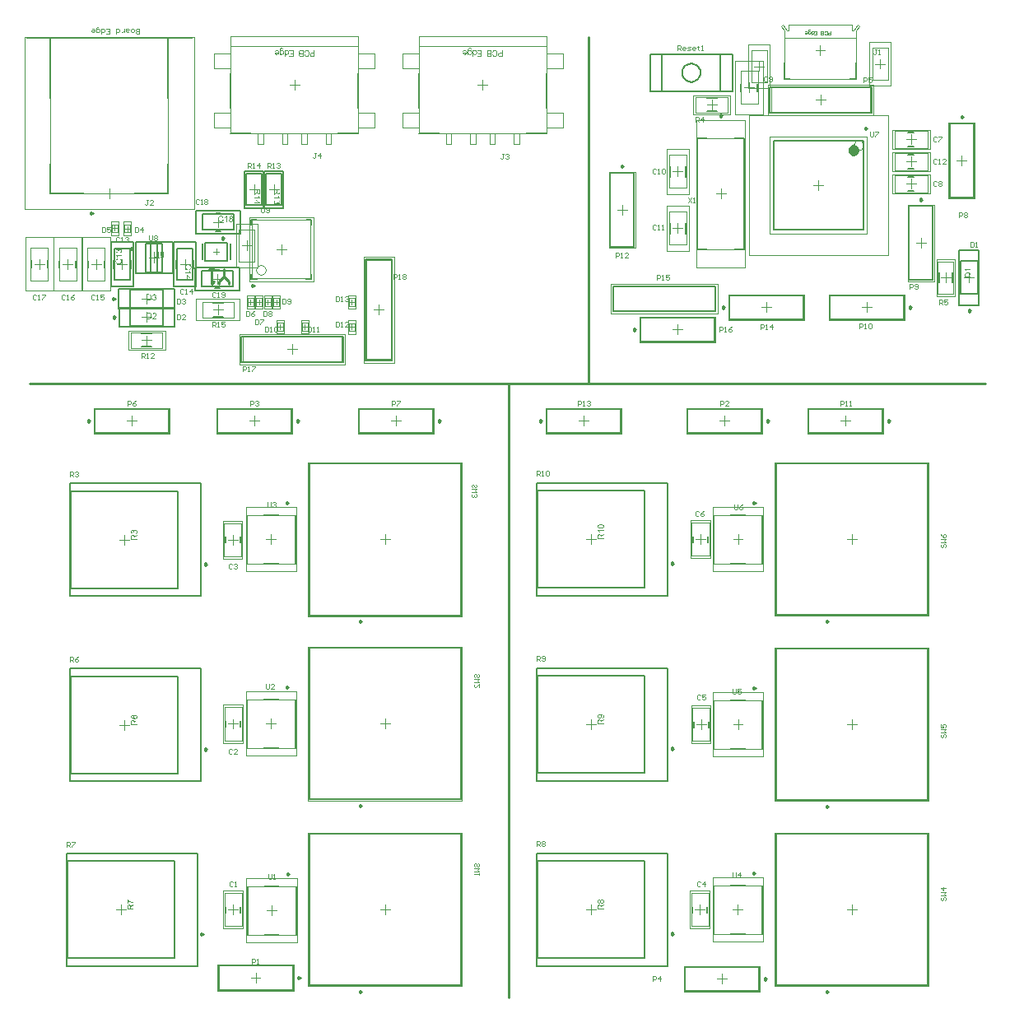
<source format=gto>
G04*
G04 #@! TF.GenerationSoftware,Altium Limited,Altium Designer,21.0.8 (223)*
G04*
G04 Layer_Color=65535*
%FSLAX25Y25*%
%MOIN*%
G70*
G04*
G04 #@! TF.SameCoordinates,0C819516-2B0F-4561-8A23-745D184D752D*
G04*
G04*
G04 #@! TF.FilePolarity,Positive*
G04*
G01*
G75*
%ADD10C,0.00984*%
%ADD11C,0.00394*%
%ADD12C,0.02362*%
%ADD13C,0.00500*%
%ADD14C,0.00787*%
%ADD15C,0.01000*%
%ADD16C,0.00394*%
%ADD17C,0.00300*%
%ADD18C,0.00200*%
%ADD19C,0.00197*%
G36*
X151662Y395814D02*
X151709Y395807D01*
X151767Y395796D01*
X151833Y395777D01*
X151898Y395756D01*
X151964Y395726D01*
X151967D01*
X151971Y395723D01*
X151993Y395712D01*
X152025Y395690D01*
X152062Y395665D01*
X152106Y395628D01*
X152149Y395588D01*
X152193Y395541D01*
X152229Y395486D01*
X152233Y395479D01*
X152244Y395461D01*
X152259Y395428D01*
X152277Y395388D01*
X152295Y395341D01*
X152309Y395286D01*
X152320Y395224D01*
X152324Y395162D01*
Y395155D01*
Y395133D01*
X152320Y395104D01*
X152313Y395064D01*
X152302Y395017D01*
X152284Y394966D01*
X152262Y394915D01*
X152233Y394864D01*
X152229Y394857D01*
X152218Y394842D01*
X152197Y394816D01*
X152167Y394787D01*
X152131Y394755D01*
X152087Y394718D01*
X152036Y394685D01*
X151975Y394653D01*
X151978D01*
X151986Y394649D01*
X151996Y394645D01*
X152011Y394642D01*
X152051Y394627D01*
X152102Y394605D01*
X152160Y394576D01*
X152218Y394540D01*
X152273Y394493D01*
X152324Y394438D01*
X152328Y394431D01*
X152342Y394409D01*
X152364Y394372D01*
X152386Y394325D01*
X152408Y394267D01*
X152430Y394198D01*
X152444Y394118D01*
X152448Y394030D01*
Y394027D01*
Y394016D01*
Y393998D01*
X152444Y393976D01*
X152441Y393947D01*
X152433Y393914D01*
X152426Y393877D01*
X152419Y393837D01*
X152390Y393750D01*
X152368Y393703D01*
X152346Y393659D01*
X152317Y393612D01*
X152284Y393564D01*
X152248Y393517D01*
X152204Y393473D01*
X152200Y393470D01*
X152193Y393462D01*
X152178Y393451D01*
X152160Y393437D01*
X152138Y393419D01*
X152109Y393401D01*
X152076Y393379D01*
X152036Y393360D01*
X151996Y393339D01*
X151949Y393317D01*
X151902Y393299D01*
X151847Y393280D01*
X151789Y393266D01*
X151727Y393255D01*
X151665Y393248D01*
X151596Y393244D01*
X151563D01*
X151541Y393248D01*
X151512Y393251D01*
X151479Y393255D01*
X151443Y393262D01*
X151403Y393269D01*
X151316Y393291D01*
X151225Y393328D01*
X151177Y393350D01*
X151134Y393375D01*
X151090Y393408D01*
X151046Y393441D01*
X151043Y393444D01*
X151035Y393451D01*
X151024Y393462D01*
X151014Y393477D01*
X150995Y393495D01*
X150977Y393521D01*
X150955Y393546D01*
X150934Y393579D01*
X150912Y393615D01*
X150890Y393652D01*
X150850Y393739D01*
X150817Y393841D01*
X150806Y393896D01*
X150799Y393954D01*
X151108Y393994D01*
Y393990D01*
X151112Y393983D01*
X151116Y393968D01*
X151119Y393950D01*
X151123Y393928D01*
X151130Y393903D01*
X151148Y393848D01*
X151174Y393783D01*
X151207Y393721D01*
X151243Y393663D01*
X151287Y393612D01*
X151294Y393608D01*
X151308Y393593D01*
X151338Y393575D01*
X151374Y393557D01*
X151418Y393535D01*
X151472Y393517D01*
X151534Y393502D01*
X151600Y393499D01*
X151621D01*
X151636Y393502D01*
X151676Y393506D01*
X151727Y393517D01*
X151785Y393535D01*
X151847Y393561D01*
X151909Y393597D01*
X151967Y393648D01*
X151975Y393655D01*
X151993Y393677D01*
X152015Y393710D01*
X152044Y393754D01*
X152073Y393808D01*
X152095Y393870D01*
X152113Y393943D01*
X152120Y394023D01*
Y394027D01*
Y394034D01*
Y394045D01*
X152117Y394059D01*
X152113Y394099D01*
X152102Y394147D01*
X152087Y394205D01*
X152062Y394263D01*
X152025Y394321D01*
X151978Y394376D01*
X151971Y394383D01*
X151953Y394398D01*
X151924Y394420D01*
X151884Y394445D01*
X151833Y394471D01*
X151771Y394493D01*
X151702Y394507D01*
X151625Y394514D01*
X151592D01*
X151567Y394511D01*
X151534Y394507D01*
X151498Y394500D01*
X151454Y394493D01*
X151407Y394482D01*
X151443Y394755D01*
X151461D01*
X151476Y394751D01*
X151523D01*
X151563Y394758D01*
X151611Y394765D01*
X151665Y394777D01*
X151727Y394795D01*
X151785Y394820D01*
X151847Y394853D01*
X151851D01*
X151854Y394857D01*
X151873Y394871D01*
X151898Y394897D01*
X151927Y394929D01*
X151956Y394977D01*
X151982Y395031D01*
X152000Y395093D01*
X152007Y395129D01*
Y395170D01*
Y395173D01*
Y395177D01*
Y395199D01*
X152000Y395228D01*
X151993Y395268D01*
X151978Y395311D01*
X151960Y395359D01*
X151931Y395406D01*
X151891Y395450D01*
X151887Y395454D01*
X151869Y395468D01*
X151844Y395486D01*
X151811Y395508D01*
X151767Y395526D01*
X151716Y395545D01*
X151658Y395559D01*
X151592Y395563D01*
X151563D01*
X151531Y395555D01*
X151487Y395548D01*
X151439Y395534D01*
X151392Y395515D01*
X151341Y395486D01*
X151294Y395450D01*
X151290Y395446D01*
X151276Y395428D01*
X151254Y395403D01*
X151228Y395366D01*
X151203Y395319D01*
X151177Y395261D01*
X151156Y395191D01*
X151141Y395111D01*
X150832Y395166D01*
Y395170D01*
X150835Y395181D01*
X150839Y395195D01*
X150842Y395217D01*
X150850Y395242D01*
X150861Y395271D01*
X150883Y395341D01*
X150919Y395421D01*
X150963Y395501D01*
X151017Y395577D01*
X151086Y395646D01*
X151090Y395650D01*
X151097Y395654D01*
X151108Y395661D01*
X151123Y395672D01*
X151141Y395687D01*
X151166Y395701D01*
X151192Y395716D01*
X151225Y395734D01*
X151297Y395763D01*
X151381Y395792D01*
X151479Y395810D01*
X151531Y395817D01*
X151621D01*
X151662Y395814D01*
D02*
G37*
G36*
X149416Y395803D02*
X149488Y395799D01*
X149561Y395792D01*
X149634Y395781D01*
X149696Y395770D01*
X149700D01*
X149707Y395766D01*
X149718D01*
X149732Y395759D01*
X149772Y395748D01*
X149823Y395730D01*
X149882Y395705D01*
X149943Y395672D01*
X150005Y395636D01*
X150064Y395588D01*
X150067Y395585D01*
X150071Y395581D01*
X150082Y395570D01*
X150096Y395559D01*
X150133Y395523D01*
X150176Y395472D01*
X150224Y395410D01*
X150275Y395337D01*
X150322Y395253D01*
X150362Y395159D01*
Y395155D01*
X150366Y395148D01*
X150373Y395133D01*
X150377Y395111D01*
X150388Y395086D01*
X150395Y395057D01*
X150402Y395024D01*
X150413Y394984D01*
X150424Y394944D01*
X150431Y394897D01*
X150449Y394795D01*
X150460Y394682D01*
X150464Y394558D01*
Y394554D01*
Y394547D01*
Y394529D01*
Y394511D01*
X150460Y394485D01*
Y394456D01*
X150457Y394387D01*
X150446Y394307D01*
X150435Y394223D01*
X150417Y394136D01*
X150395Y394049D01*
Y394045D01*
X150391Y394038D01*
X150388Y394027D01*
X150384Y394012D01*
X150369Y393972D01*
X150347Y393921D01*
X150326Y393863D01*
X150296Y393805D01*
X150260Y393743D01*
X150224Y393685D01*
X150220Y393677D01*
X150206Y393659D01*
X150184Y393634D01*
X150155Y393601D01*
X150122Y393564D01*
X150082Y393528D01*
X150042Y393488D01*
X149994Y393455D01*
X149987Y393451D01*
X149973Y393441D01*
X149947Y393426D01*
X149911Y393408D01*
X149867Y393386D01*
X149816Y393368D01*
X149758Y393346D01*
X149692Y393328D01*
X149685D01*
X149674Y393324D01*
X149663Y393320D01*
X149627Y393317D01*
X149576Y393309D01*
X149518Y393302D01*
X149448Y393295D01*
X149372Y393291D01*
X149288Y393288D01*
X148382D01*
Y395807D01*
X149350D01*
X149416Y395803D01*
D02*
G37*
G36*
X151809Y388285D02*
X151838Y388281D01*
X151874Y388278D01*
X151914Y388270D01*
X151954Y388263D01*
X152049Y388238D01*
X152144Y388201D01*
X152191Y388179D01*
X152238Y388154D01*
X152282Y388121D01*
X152322Y388085D01*
X152326Y388081D01*
X152333Y388078D01*
X152340Y388063D01*
X152355Y388048D01*
X152373Y388030D01*
X152391Y388005D01*
X152409Y387979D01*
X152431Y387947D01*
X152468Y387877D01*
X152504Y387790D01*
X152519Y387746D01*
X152526Y387695D01*
X152533Y387644D01*
X152537Y387590D01*
Y387582D01*
Y387564D01*
X152533Y387535D01*
X152530Y387495D01*
X152522Y387452D01*
X152508Y387401D01*
X152493Y387346D01*
X152471Y387291D01*
X152468Y387284D01*
X152460Y387266D01*
X152446Y387237D01*
X152424Y387197D01*
X152395Y387153D01*
X152358Y387098D01*
X152315Y387044D01*
X152264Y386982D01*
X152257Y386975D01*
X152238Y386953D01*
X152220Y386935D01*
X152202Y386916D01*
X152180Y386895D01*
X152151Y386865D01*
X152122Y386836D01*
X152085Y386804D01*
X152049Y386767D01*
X152005Y386727D01*
X151958Y386687D01*
X151907Y386640D01*
X151849Y386592D01*
X151791Y386542D01*
X151787Y386538D01*
X151780Y386531D01*
X151765Y386520D01*
X151747Y386505D01*
X151725Y386483D01*
X151700Y386461D01*
X151641Y386414D01*
X151579Y386360D01*
X151521Y386305D01*
X151470Y386258D01*
X151448Y386239D01*
X151430Y386221D01*
X151427Y386217D01*
X151416Y386207D01*
X151401Y386192D01*
X151383Y386170D01*
X151365Y386145D01*
X151343Y386119D01*
X151299Y386057D01*
X152540D01*
Y385759D01*
X150870D01*
Y385763D01*
Y385777D01*
Y385799D01*
X150873Y385828D01*
X150877Y385861D01*
X150884Y385897D01*
X150891Y385934D01*
X150906Y385974D01*
Y385977D01*
X150910Y385981D01*
X150917Y386003D01*
X150932Y386035D01*
X150953Y386079D01*
X150982Y386130D01*
X151019Y386188D01*
X151059Y386247D01*
X151110Y386309D01*
Y386312D01*
X151117Y386316D01*
X151135Y386338D01*
X151168Y386370D01*
X151215Y386418D01*
X151270Y386472D01*
X151339Y386538D01*
X151423Y386611D01*
X151514Y386687D01*
X151518Y386691D01*
X151532Y386702D01*
X151554Y386720D01*
X151579Y386742D01*
X151612Y386771D01*
X151652Y386804D01*
X151692Y386840D01*
X151740Y386880D01*
X151831Y386967D01*
X151922Y387055D01*
X151965Y387098D01*
X152005Y387142D01*
X152042Y387182D01*
X152071Y387222D01*
Y387226D01*
X152078Y387229D01*
X152085Y387240D01*
X152093Y387255D01*
X152118Y387295D01*
X152147Y387342D01*
X152173Y387401D01*
X152198Y387462D01*
X152213Y387532D01*
X152220Y387597D01*
Y387601D01*
Y387604D01*
X152216Y387626D01*
X152213Y387663D01*
X152202Y387703D01*
X152187Y387754D01*
X152162Y387805D01*
X152129Y387856D01*
X152085Y387907D01*
X152078Y387914D01*
X152060Y387928D01*
X152034Y387947D01*
X151994Y387972D01*
X151943Y387994D01*
X151885Y388016D01*
X151816Y388030D01*
X151740Y388034D01*
X151718D01*
X151703Y388030D01*
X151660Y388027D01*
X151609Y388016D01*
X151554Y388001D01*
X151492Y387976D01*
X151434Y387943D01*
X151379Y387899D01*
X151372Y387892D01*
X151357Y387874D01*
X151336Y387845D01*
X151314Y387801D01*
X151288Y387750D01*
X151266Y387684D01*
X151252Y387612D01*
X151245Y387528D01*
X150928Y387561D01*
Y387564D01*
X150932Y387575D01*
Y387593D01*
X150935Y387619D01*
X150942Y387648D01*
X150950Y387681D01*
X150961Y387721D01*
X150972Y387761D01*
X151001Y387848D01*
X151044Y387936D01*
X151070Y387979D01*
X151103Y388023D01*
X151135Y388063D01*
X151172Y388099D01*
X151175Y388103D01*
X151183Y388107D01*
X151194Y388118D01*
X151212Y388128D01*
X151234Y388143D01*
X151259Y388158D01*
X151288Y388176D01*
X151325Y388194D01*
X151365Y388212D01*
X151408Y388230D01*
X151456Y388245D01*
X151507Y388260D01*
X151561Y388270D01*
X151620Y388281D01*
X151681Y388285D01*
X151747Y388289D01*
X151783D01*
X151809Y388285D01*
D02*
G37*
G36*
X149534Y388274D02*
X149607Y388270D01*
X149679Y388263D01*
X149752Y388252D01*
X149814Y388241D01*
X149818D01*
X149825Y388238D01*
X149836D01*
X149850Y388230D01*
X149890Y388219D01*
X149941Y388201D01*
X150000Y388176D01*
X150062Y388143D01*
X150123Y388107D01*
X150182Y388059D01*
X150185Y388056D01*
X150189Y388052D01*
X150200Y388041D01*
X150214Y388030D01*
X150251Y387994D01*
X150294Y387943D01*
X150342Y387881D01*
X150393Y387808D01*
X150440Y387724D01*
X150480Y387630D01*
Y387626D01*
X150484Y387619D01*
X150491Y387604D01*
X150495Y387582D01*
X150506Y387557D01*
X150513Y387528D01*
X150520Y387495D01*
X150531Y387455D01*
X150542Y387415D01*
X150549Y387368D01*
X150567Y387266D01*
X150578Y387153D01*
X150582Y387029D01*
Y387026D01*
Y387018D01*
Y387000D01*
Y386982D01*
X150578Y386956D01*
Y386927D01*
X150575Y386858D01*
X150564Y386778D01*
X150553Y386694D01*
X150535Y386607D01*
X150513Y386520D01*
Y386516D01*
X150509Y386509D01*
X150506Y386498D01*
X150502Y386483D01*
X150487Y386443D01*
X150466Y386392D01*
X150444Y386334D01*
X150415Y386276D01*
X150378Y386214D01*
X150342Y386156D01*
X150338Y386148D01*
X150324Y386130D01*
X150302Y386105D01*
X150273Y386072D01*
X150240Y386035D01*
X150200Y385999D01*
X150160Y385959D01*
X150112Y385926D01*
X150105Y385923D01*
X150091Y385912D01*
X150065Y385897D01*
X150029Y385879D01*
X149985Y385857D01*
X149934Y385839D01*
X149876Y385817D01*
X149810Y385799D01*
X149803D01*
X149792Y385795D01*
X149781Y385792D01*
X149745Y385788D01*
X149694Y385781D01*
X149636Y385773D01*
X149566Y385766D01*
X149490Y385763D01*
X149406Y385759D01*
X148500D01*
Y388278D01*
X149468D01*
X149534Y388274D01*
D02*
G37*
G36*
X482241Y405769D02*
X480272D01*
X480275Y405765D01*
X480290Y405747D01*
X480312Y405725D01*
X480337Y405689D01*
X480370Y405649D01*
X480407Y405598D01*
X480447Y405539D01*
X480487Y405474D01*
Y405470D01*
X480490Y405467D01*
X480505Y405445D01*
X480523Y405408D01*
X480545Y405365D01*
X480570Y405314D01*
X480596Y405259D01*
X480621Y405204D01*
X480643Y405150D01*
X480345D01*
Y405154D01*
X480337Y405161D01*
X480334Y405175D01*
X480323Y405194D01*
X480312Y405215D01*
X480297Y405241D01*
X480261Y405303D01*
X480221Y405376D01*
X480170Y405448D01*
X480112Y405525D01*
X480050Y405601D01*
X480046Y405605D01*
X480043Y405609D01*
X480032Y405619D01*
X480021Y405634D01*
X479984Y405667D01*
X479941Y405711D01*
X479890Y405754D01*
X479831Y405801D01*
X479773Y405841D01*
X479711Y405878D01*
Y406078D01*
X482241D01*
Y405769D01*
D02*
G37*
G36*
X481044Y404578D02*
X481073D01*
X481142Y404575D01*
X481222Y404564D01*
X481306Y404553D01*
X481393Y404535D01*
X481480Y404513D01*
X481484D01*
X481491Y404509D01*
X481502Y404506D01*
X481517Y404502D01*
X481557Y404487D01*
X481608Y404466D01*
X481666Y404444D01*
X481724Y404415D01*
X481786Y404378D01*
X481844Y404342D01*
X481852Y404338D01*
X481870Y404324D01*
X481895Y404302D01*
X481928Y404273D01*
X481964Y404240D01*
X482001Y404200D01*
X482041Y404160D01*
X482074Y404112D01*
X482077Y404105D01*
X482088Y404091D01*
X482103Y404065D01*
X482121Y404029D01*
X482143Y403985D01*
X482161Y403934D01*
X482183Y403876D01*
X482201Y403810D01*
Y403803D01*
X482205Y403792D01*
X482208Y403781D01*
X482212Y403745D01*
X482219Y403694D01*
X482227Y403636D01*
X482234Y403567D01*
X482237Y403490D01*
X482241Y403406D01*
Y402500D01*
X479722D01*
Y403468D01*
X479726Y403534D01*
X479730Y403607D01*
X479737Y403679D01*
X479748Y403752D01*
X479759Y403814D01*
Y403818D01*
X479762Y403825D01*
Y403836D01*
X479770Y403850D01*
X479780Y403891D01*
X479799Y403941D01*
X479824Y404000D01*
X479857Y404062D01*
X479893Y404123D01*
X479941Y404182D01*
X479944Y404185D01*
X479948Y404189D01*
X479959Y404200D01*
X479970Y404214D01*
X480006Y404251D01*
X480057Y404294D01*
X480119Y404342D01*
X480192Y404393D01*
X480275Y404440D01*
X480370Y404480D01*
X480374D01*
X480381Y404484D01*
X480396Y404491D01*
X480417Y404495D01*
X480443Y404506D01*
X480472Y404513D01*
X480505Y404520D01*
X480545Y404531D01*
X480585Y404542D01*
X480632Y404549D01*
X480734Y404567D01*
X480847Y404578D01*
X480971Y404582D01*
X480974D01*
X480982D01*
X481000D01*
X481018D01*
X481044Y404578D01*
D02*
G37*
G36*
X194519Y437052D02*
X194515Y437023D01*
Y436990D01*
X194512Y436914D01*
X194501Y436834D01*
X194490Y436747D01*
X194472Y436667D01*
X194461Y436626D01*
X194450Y436594D01*
Y436590D01*
X194446Y436587D01*
X194435Y436565D01*
X194421Y436532D01*
X194395Y436492D01*
X194362Y436448D01*
X194319Y436401D01*
X194268Y436357D01*
X194209Y436313D01*
X194206D01*
X194202Y436310D01*
X194180Y436295D01*
X194144Y436281D01*
X194097Y436259D01*
X194042Y436241D01*
X193976Y436223D01*
X193907Y436211D01*
X193831Y436208D01*
X193827D01*
X193820D01*
X193805D01*
X193787Y436211D01*
X193762D01*
X193736Y436215D01*
X193674Y436230D01*
X193602Y436252D01*
X193525Y436281D01*
X193449Y436324D01*
X193412Y436353D01*
X193376Y436383D01*
X193372Y436386D01*
X193369Y436390D01*
X193358Y436401D01*
X193347Y436415D01*
X193332Y436434D01*
X193318Y436455D01*
X193299Y436485D01*
X193278Y436514D01*
X193259Y436550D01*
X193241Y436590D01*
X193219Y436634D01*
X193201Y436681D01*
X193187Y436736D01*
X193168Y436790D01*
X193157Y436852D01*
X193147Y436918D01*
X193143Y436910D01*
X193136Y436896D01*
X193121Y436874D01*
X193106Y436845D01*
X193067Y436779D01*
X193041Y436747D01*
X193019Y436718D01*
X193012Y436710D01*
X192994Y436692D01*
X192965Y436663D01*
X192928Y436626D01*
X192877Y436587D01*
X192823Y436539D01*
X192757Y436492D01*
X192684Y436441D01*
X192000Y436008D01*
Y436423D01*
X192524Y436754D01*
X192528D01*
X192535Y436761D01*
X192546Y436768D01*
X192561Y436779D01*
X192601Y436805D01*
X192651Y436838D01*
X192706Y436878D01*
X192764Y436918D01*
X192819Y436958D01*
X192870Y436994D01*
X192874Y436998D01*
X192888Y437009D01*
X192910Y437027D01*
X192935Y437052D01*
X192990Y437107D01*
X193016Y437136D01*
X193037Y437165D01*
X193041Y437169D01*
X193045Y437176D01*
X193052Y437191D01*
X193063Y437213D01*
X193074Y437234D01*
X193085Y437260D01*
X193103Y437318D01*
Y437322D01*
X193106Y437329D01*
Y437344D01*
X193110Y437362D01*
X193114Y437387D01*
Y437416D01*
X193117Y437456D01*
Y437886D01*
X192000D01*
Y438221D01*
X194519D01*
Y437052D01*
D02*
G37*
G36*
X193896Y435571D02*
X193904Y435564D01*
X193907Y435549D01*
X193918Y435531D01*
X193929Y435509D01*
X193944Y435484D01*
X193980Y435422D01*
X194020Y435349D01*
X194071Y435276D01*
X194129Y435200D01*
X194191Y435123D01*
X194195Y435119D01*
X194199Y435116D01*
X194209Y435105D01*
X194220Y435090D01*
X194257Y435058D01*
X194300Y435014D01*
X194351Y434970D01*
X194410Y434923D01*
X194468Y434883D01*
X194530Y434847D01*
Y434646D01*
X192000D01*
Y434956D01*
X193969D01*
X193966Y434959D01*
X193951Y434978D01*
X193929Y434999D01*
X193904Y435036D01*
X193871Y435076D01*
X193834Y435127D01*
X193795Y435185D01*
X193754Y435251D01*
Y435254D01*
X193751Y435258D01*
X193736Y435280D01*
X193718Y435316D01*
X193696Y435360D01*
X193671Y435411D01*
X193645Y435465D01*
X193620Y435520D01*
X193598Y435574D01*
X193896D01*
Y435571D01*
D02*
G37*
G36*
X194519Y432804D02*
Y432553D01*
X192888D01*
Y432211D01*
X192604D01*
Y432553D01*
X192000D01*
Y432863D01*
X192604D01*
Y433958D01*
X192888D01*
X194519Y432804D01*
D02*
G37*
G36*
X202562Y437052D02*
X202559Y437023D01*
Y436990D01*
X202555Y436914D01*
X202544Y436834D01*
X202533Y436747D01*
X202515Y436667D01*
X202504Y436626D01*
X202493Y436594D01*
Y436590D01*
X202490Y436587D01*
X202479Y436565D01*
X202464Y436532D01*
X202439Y436492D01*
X202406Y436448D01*
X202362Y436401D01*
X202311Y436357D01*
X202253Y436313D01*
X202250D01*
X202246Y436310D01*
X202224Y436295D01*
X202188Y436281D01*
X202140Y436259D01*
X202086Y436241D01*
X202020Y436223D01*
X201951Y436211D01*
X201874Y436208D01*
X201871D01*
X201864D01*
X201849D01*
X201831Y436211D01*
X201805D01*
X201780Y436215D01*
X201718Y436230D01*
X201645Y436252D01*
X201569Y436281D01*
X201492Y436324D01*
X201456Y436353D01*
X201420Y436383D01*
X201416Y436386D01*
X201412Y436390D01*
X201401Y436401D01*
X201390Y436415D01*
X201376Y436434D01*
X201361Y436455D01*
X201343Y436485D01*
X201321Y436514D01*
X201303Y436550D01*
X201285Y436590D01*
X201263Y436634D01*
X201245Y436681D01*
X201230Y436736D01*
X201212Y436790D01*
X201201Y436852D01*
X201190Y436918D01*
X201187Y436910D01*
X201179Y436896D01*
X201165Y436874D01*
X201150Y436845D01*
X201110Y436779D01*
X201085Y436747D01*
X201063Y436718D01*
X201056Y436710D01*
X201037Y436692D01*
X201008Y436663D01*
X200972Y436626D01*
X200921Y436587D01*
X200866Y436539D01*
X200801Y436492D01*
X200728Y436441D01*
X200044Y436008D01*
Y436423D01*
X200568Y436754D01*
X200571D01*
X200579Y436761D01*
X200590Y436768D01*
X200604Y436779D01*
X200644Y436805D01*
X200695Y436838D01*
X200750Y436878D01*
X200808Y436918D01*
X200863Y436958D01*
X200914Y436994D01*
X200917Y436998D01*
X200932Y437009D01*
X200954Y437027D01*
X200979Y437052D01*
X201034Y437107D01*
X201059Y437136D01*
X201081Y437165D01*
X201085Y437169D01*
X201088Y437176D01*
X201096Y437191D01*
X201107Y437213D01*
X201117Y437234D01*
X201128Y437260D01*
X201147Y437318D01*
Y437322D01*
X201150Y437329D01*
Y437344D01*
X201154Y437362D01*
X201157Y437387D01*
Y437416D01*
X201161Y437456D01*
Y437886D01*
X200044D01*
Y438221D01*
X202562D01*
Y437052D01*
D02*
G37*
G36*
X201940Y435571D02*
X201947Y435564D01*
X201951Y435549D01*
X201962Y435531D01*
X201973Y435509D01*
X201987Y435484D01*
X202024Y435422D01*
X202064Y435349D01*
X202115Y435276D01*
X202173Y435200D01*
X202235Y435123D01*
X202239Y435119D01*
X202242Y435116D01*
X202253Y435105D01*
X202264Y435090D01*
X202300Y435058D01*
X202344Y435014D01*
X202395Y434970D01*
X202453Y434923D01*
X202512Y434883D01*
X202573Y434847D01*
Y434646D01*
X200044D01*
Y434956D01*
X202013D01*
X202009Y434959D01*
X201995Y434978D01*
X201973Y434999D01*
X201947Y435036D01*
X201915Y435076D01*
X201878Y435127D01*
X201838Y435185D01*
X201798Y435251D01*
Y435254D01*
X201795Y435258D01*
X201780Y435280D01*
X201762Y435316D01*
X201740Y435360D01*
X201714Y435411D01*
X201689Y435465D01*
X201663Y435520D01*
X201642Y435574D01*
X201940D01*
Y435571D01*
D02*
G37*
G36*
X200750Y433540D02*
X200746D01*
X200739Y433536D01*
X200724Y433532D01*
X200706Y433529D01*
X200684Y433525D01*
X200659Y433518D01*
X200604Y433500D01*
X200539Y433474D01*
X200477Y433441D01*
X200419Y433405D01*
X200368Y433361D01*
X200364Y433354D01*
X200349Y433340D01*
X200331Y433311D01*
X200313Y433274D01*
X200291Y433230D01*
X200273Y433176D01*
X200258Y433114D01*
X200255Y433048D01*
Y433027D01*
X200258Y433012D01*
X200262Y432972D01*
X200273Y432921D01*
X200291Y432863D01*
X200317Y432801D01*
X200353Y432739D01*
X200404Y432681D01*
X200411Y432674D01*
X200433Y432655D01*
X200466Y432633D01*
X200510Y432604D01*
X200564Y432575D01*
X200626Y432553D01*
X200699Y432535D01*
X200779Y432528D01*
X200782D01*
X200790D01*
X200801D01*
X200815Y432531D01*
X200855Y432535D01*
X200903Y432546D01*
X200961Y432561D01*
X201019Y432586D01*
X201077Y432622D01*
X201132Y432670D01*
X201139Y432677D01*
X201154Y432695D01*
X201176Y432724D01*
X201201Y432764D01*
X201227Y432815D01*
X201249Y432877D01*
X201263Y432946D01*
X201270Y433023D01*
Y433056D01*
X201267Y433081D01*
X201263Y433114D01*
X201256Y433150D01*
X201249Y433194D01*
X201238Y433241D01*
X201511Y433205D01*
Y433187D01*
X201507Y433172D01*
Y433125D01*
X201514Y433085D01*
X201521Y433038D01*
X201532Y432983D01*
X201551Y432921D01*
X201576Y432863D01*
X201609Y432801D01*
Y432797D01*
X201612Y432794D01*
X201627Y432775D01*
X201653Y432750D01*
X201685Y432721D01*
X201733Y432692D01*
X201787Y432666D01*
X201849Y432648D01*
X201886Y432641D01*
X201925D01*
X201929D01*
X201933D01*
X201955D01*
X201984Y432648D01*
X202024Y432655D01*
X202067Y432670D01*
X202115Y432688D01*
X202162Y432717D01*
X202206Y432757D01*
X202209Y432761D01*
X202224Y432779D01*
X202242Y432804D01*
X202264Y432837D01*
X202282Y432881D01*
X202300Y432932D01*
X202315Y432990D01*
X202319Y433056D01*
Y433085D01*
X202311Y433118D01*
X202304Y433161D01*
X202290Y433209D01*
X202271Y433256D01*
X202242Y433307D01*
X202206Y433354D01*
X202202Y433358D01*
X202184Y433372D01*
X202158Y433394D01*
X202122Y433420D01*
X202075Y433445D01*
X202016Y433471D01*
X201947Y433493D01*
X201867Y433507D01*
X201922Y433816D01*
X201925D01*
X201936Y433813D01*
X201951Y433809D01*
X201973Y433806D01*
X201998Y433798D01*
X202027Y433787D01*
X202097Y433766D01*
X202177Y433729D01*
X202257Y433685D01*
X202333Y433631D01*
X202402Y433562D01*
X202406Y433558D01*
X202410Y433551D01*
X202417Y433540D01*
X202428Y433525D01*
X202442Y433507D01*
X202457Y433482D01*
X202471Y433456D01*
X202490Y433423D01*
X202519Y433351D01*
X202548Y433267D01*
X202566Y433169D01*
X202573Y433118D01*
Y433027D01*
X202570Y432986D01*
X202562Y432939D01*
X202552Y432881D01*
X202533Y432815D01*
X202512Y432750D01*
X202482Y432684D01*
Y432681D01*
X202479Y432677D01*
X202468Y432655D01*
X202446Y432622D01*
X202421Y432586D01*
X202384Y432542D01*
X202344Y432499D01*
X202297Y432455D01*
X202242Y432419D01*
X202235Y432415D01*
X202217Y432404D01*
X202184Y432389D01*
X202144Y432371D01*
X202097Y432353D01*
X202042Y432339D01*
X201980Y432328D01*
X201918Y432324D01*
X201911D01*
X201889D01*
X201860Y432328D01*
X201820Y432335D01*
X201773Y432346D01*
X201722Y432364D01*
X201671Y432386D01*
X201620Y432415D01*
X201612Y432419D01*
X201598Y432430D01*
X201572Y432451D01*
X201543Y432481D01*
X201511Y432517D01*
X201474Y432561D01*
X201441Y432612D01*
X201409Y432674D01*
Y432670D01*
X201405Y432663D01*
X201401Y432652D01*
X201398Y432637D01*
X201383Y432597D01*
X201361Y432546D01*
X201332Y432488D01*
X201296Y432430D01*
X201249Y432375D01*
X201194Y432324D01*
X201187Y432320D01*
X201165Y432306D01*
X201128Y432284D01*
X201081Y432262D01*
X201023Y432240D01*
X200954Y432219D01*
X200874Y432204D01*
X200786Y432200D01*
X200782D01*
X200772D01*
X200753D01*
X200732Y432204D01*
X200703Y432207D01*
X200670Y432215D01*
X200633Y432222D01*
X200593Y432229D01*
X200506Y432259D01*
X200459Y432280D01*
X200415Y432302D01*
X200368Y432331D01*
X200320Y432364D01*
X200273Y432401D01*
X200229Y432444D01*
X200226Y432448D01*
X200218Y432455D01*
X200207Y432470D01*
X200193Y432488D01*
X200175Y432510D01*
X200156Y432539D01*
X200135Y432572D01*
X200116Y432612D01*
X200095Y432652D01*
X200073Y432699D01*
X200055Y432746D01*
X200036Y432801D01*
X200022Y432859D01*
X200011Y432921D01*
X200004Y432983D01*
X200000Y433052D01*
Y433085D01*
X200004Y433107D01*
X200007Y433136D01*
X200011Y433169D01*
X200018Y433205D01*
X200025Y433245D01*
X200047Y433332D01*
X200084Y433423D01*
X200106Y433471D01*
X200131Y433514D01*
X200164Y433558D01*
X200197Y433602D01*
X200200Y433605D01*
X200207Y433613D01*
X200218Y433624D01*
X200233Y433634D01*
X200251Y433653D01*
X200277Y433671D01*
X200302Y433693D01*
X200335Y433714D01*
X200371Y433736D01*
X200408Y433758D01*
X200495Y433798D01*
X200597Y433831D01*
X200652Y433842D01*
X200710Y433849D01*
X200750Y433540D01*
D02*
G37*
G36*
X137768Y414119D02*
X137797Y414115D01*
X137830Y414108D01*
X137867Y414101D01*
X137907Y414093D01*
X137994Y414064D01*
X138041Y414042D01*
X138085Y414020D01*
X138132Y413991D01*
X138180Y413959D01*
X138227Y413922D01*
X138271Y413878D01*
X138274Y413875D01*
X138282Y413868D01*
X138293Y413853D01*
X138307Y413835D01*
X138325Y413813D01*
X138344Y413784D01*
X138365Y413751D01*
X138383Y413711D01*
X138405Y413671D01*
X138427Y413624D01*
X138445Y413576D01*
X138464Y413522D01*
X138478Y413464D01*
X138489Y413402D01*
X138496Y413340D01*
X138500Y413271D01*
Y413238D01*
X138496Y413216D01*
X138493Y413187D01*
X138489Y413154D01*
X138482Y413118D01*
X138475Y413078D01*
X138453Y412990D01*
X138416Y412899D01*
X138394Y412852D01*
X138369Y412808D01*
X138336Y412765D01*
X138303Y412721D01*
X138300Y412717D01*
X138293Y412710D01*
X138282Y412699D01*
X138267Y412688D01*
X138249Y412670D01*
X138223Y412652D01*
X138198Y412630D01*
X138165Y412608D01*
X138129Y412586D01*
X138092Y412565D01*
X138005Y412525D01*
X137903Y412492D01*
X137848Y412481D01*
X137790Y412473D01*
X137750Y412783D01*
X137754D01*
X137761Y412786D01*
X137776Y412790D01*
X137794Y412794D01*
X137816Y412797D01*
X137841Y412805D01*
X137896Y412823D01*
X137961Y412848D01*
X138023Y412881D01*
X138081Y412918D01*
X138132Y412961D01*
X138136Y412968D01*
X138151Y412983D01*
X138169Y413012D01*
X138187Y413049D01*
X138209Y413092D01*
X138227Y413147D01*
X138242Y413209D01*
X138245Y413274D01*
Y413296D01*
X138242Y413311D01*
X138238Y413351D01*
X138227Y413402D01*
X138209Y413460D01*
X138183Y413522D01*
X138147Y413584D01*
X138096Y413642D01*
X138089Y413649D01*
X138067Y413667D01*
X138034Y413689D01*
X137990Y413718D01*
X137936Y413748D01*
X137874Y413769D01*
X137801Y413788D01*
X137721Y413795D01*
X137717D01*
X137710D01*
X137699D01*
X137685Y413791D01*
X137645Y413788D01*
X137597Y413777D01*
X137539Y413762D01*
X137481Y413737D01*
X137423Y413700D01*
X137368Y413653D01*
X137361Y413646D01*
X137346Y413627D01*
X137324Y413598D01*
X137299Y413558D01*
X137273Y413507D01*
X137251Y413445D01*
X137237Y413376D01*
X137230Y413300D01*
Y413267D01*
X137233Y413242D01*
X137237Y413209D01*
X137244Y413172D01*
X137251Y413129D01*
X137262Y413081D01*
X136989Y413118D01*
Y413136D01*
X136993Y413151D01*
Y413198D01*
X136986Y413238D01*
X136978Y413285D01*
X136968Y413340D01*
X136949Y413402D01*
X136924Y413460D01*
X136891Y413522D01*
Y413525D01*
X136888Y413529D01*
X136873Y413547D01*
X136847Y413573D01*
X136815Y413602D01*
X136767Y413631D01*
X136713Y413657D01*
X136651Y413675D01*
X136615Y413682D01*
X136574D01*
X136571D01*
X136567D01*
X136545D01*
X136516Y413675D01*
X136476Y413667D01*
X136433Y413653D01*
X136385Y413635D01*
X136338Y413606D01*
X136294Y413565D01*
X136291Y413562D01*
X136276Y413544D01*
X136258Y413518D01*
X136236Y413485D01*
X136218Y413442D01*
X136199Y413391D01*
X136185Y413333D01*
X136181Y413267D01*
Y413238D01*
X136189Y413205D01*
X136196Y413162D01*
X136211Y413114D01*
X136229Y413067D01*
X136258Y413016D01*
X136294Y412968D01*
X136298Y412965D01*
X136316Y412950D01*
X136342Y412928D01*
X136378Y412903D01*
X136425Y412878D01*
X136484Y412852D01*
X136553Y412830D01*
X136633Y412816D01*
X136578Y412506D01*
X136574D01*
X136564Y412510D01*
X136549Y412514D01*
X136527Y412517D01*
X136502Y412525D01*
X136473Y412535D01*
X136403Y412557D01*
X136323Y412594D01*
X136243Y412637D01*
X136167Y412692D01*
X136098Y412761D01*
X136094Y412765D01*
X136090Y412772D01*
X136083Y412783D01*
X136072Y412797D01*
X136058Y412816D01*
X136043Y412841D01*
X136029Y412867D01*
X136010Y412899D01*
X135981Y412972D01*
X135952Y413056D01*
X135934Y413154D01*
X135926Y413205D01*
Y413296D01*
X135930Y413336D01*
X135938Y413383D01*
X135948Y413442D01*
X135967Y413507D01*
X135988Y413573D01*
X136018Y413638D01*
Y413642D01*
X136021Y413646D01*
X136032Y413667D01*
X136054Y413700D01*
X136079Y413737D01*
X136116Y413780D01*
X136156Y413824D01*
X136203Y413868D01*
X136258Y413904D01*
X136265Y413908D01*
X136283Y413919D01*
X136316Y413933D01*
X136356Y413951D01*
X136403Y413970D01*
X136458Y413984D01*
X136520Y413995D01*
X136582Y413999D01*
X136589D01*
X136611D01*
X136640Y413995D01*
X136680Y413988D01*
X136727Y413977D01*
X136778Y413959D01*
X136829Y413937D01*
X136880Y413908D01*
X136888Y413904D01*
X136902Y413893D01*
X136927Y413871D01*
X136957Y413842D01*
X136989Y413806D01*
X137026Y413762D01*
X137059Y413711D01*
X137091Y413649D01*
Y413653D01*
X137095Y413660D01*
X137099Y413671D01*
X137102Y413686D01*
X137117Y413726D01*
X137139Y413777D01*
X137168Y413835D01*
X137204Y413893D01*
X137251Y413948D01*
X137306Y413999D01*
X137313Y414002D01*
X137335Y414017D01*
X137372Y414039D01*
X137419Y414060D01*
X137477Y414082D01*
X137546Y414104D01*
X137626Y414119D01*
X137714Y414122D01*
X137717D01*
X137728D01*
X137747D01*
X137768Y414119D01*
D02*
G37*
G36*
X138456Y411367D02*
X136487D01*
X136491Y411363D01*
X136505Y411345D01*
X136527Y411323D01*
X136553Y411287D01*
X136585Y411247D01*
X136622Y411196D01*
X136662Y411138D01*
X136702Y411072D01*
Y411068D01*
X136706Y411065D01*
X136720Y411043D01*
X136738Y411007D01*
X136760Y410963D01*
X136786Y410912D01*
X136811Y410857D01*
X136837Y410803D01*
X136858Y410748D01*
X136560D01*
Y410752D01*
X136553Y410759D01*
X136549Y410774D01*
X136538Y410792D01*
X136527Y410814D01*
X136513Y410839D01*
X136476Y410901D01*
X136436Y410974D01*
X136385Y411047D01*
X136327Y411123D01*
X136265Y411200D01*
X136261Y411203D01*
X136258Y411207D01*
X136247Y411218D01*
X136236Y411232D01*
X136199Y411265D01*
X136156Y411309D01*
X136105Y411352D01*
X136047Y411400D01*
X135988Y411440D01*
X135926Y411476D01*
Y411676D01*
X138456D01*
Y411367D01*
D02*
G37*
G36*
X137677Y410224D02*
X137699Y410217D01*
X137728Y410206D01*
X137761Y410195D01*
X137801Y410180D01*
X137845Y410162D01*
X137892Y410140D01*
X137994Y410089D01*
X138096Y410024D01*
X138147Y409984D01*
X138198Y409944D01*
X138242Y409900D01*
X138285Y409849D01*
X138289Y409845D01*
X138296Y409838D01*
X138303Y409820D01*
X138318Y409802D01*
X138336Y409773D01*
X138354Y409743D01*
X138373Y409703D01*
X138391Y409663D01*
X138413Y409616D01*
X138431Y409565D01*
X138449Y409511D01*
X138467Y409452D01*
X138482Y409390D01*
X138489Y409325D01*
X138496Y409256D01*
X138500Y409183D01*
Y409143D01*
X138496Y409114D01*
Y409081D01*
X138493Y409041D01*
X138486Y408997D01*
X138478Y408946D01*
X138460Y408841D01*
X138431Y408732D01*
X138391Y408622D01*
X138365Y408571D01*
X138336Y408521D01*
X138333Y408517D01*
X138329Y408509D01*
X138318Y408495D01*
X138303Y408480D01*
X138289Y408459D01*
X138267Y408433D01*
X138242Y408404D01*
X138213Y408375D01*
X138180Y408346D01*
X138147Y408313D01*
X138063Y408248D01*
X137965Y408186D01*
X137856Y408131D01*
X137852D01*
X137841Y408124D01*
X137823Y408120D01*
X137801Y408109D01*
X137772Y408102D01*
X137736Y408091D01*
X137696Y408076D01*
X137652Y408066D01*
X137605Y408055D01*
X137550Y408040D01*
X137437Y408022D01*
X137310Y408007D01*
X137179Y408000D01*
X137175D01*
X137161D01*
X137139D01*
X137113Y408004D01*
X137077D01*
X137040Y408007D01*
X136993Y408011D01*
X136946Y408018D01*
X136840Y408036D01*
X136724Y408062D01*
X136607Y408098D01*
X136494Y408149D01*
X136491Y408153D01*
X136480Y408156D01*
X136465Y408164D01*
X136447Y408178D01*
X136422Y408193D01*
X136392Y408211D01*
X136327Y408258D01*
X136254Y408320D01*
X136181Y408393D01*
X136109Y408477D01*
X136047Y408575D01*
X136043Y408579D01*
X136039Y408590D01*
X136032Y408604D01*
X136021Y408622D01*
X136010Y408651D01*
X135999Y408681D01*
X135985Y408717D01*
X135970Y408757D01*
X135956Y408801D01*
X135941Y408848D01*
X135919Y408950D01*
X135901Y409066D01*
X135894Y409187D01*
Y409223D01*
X135897Y409248D01*
X135901Y409281D01*
X135905Y409321D01*
X135908Y409361D01*
X135919Y409409D01*
X135941Y409507D01*
X135974Y409616D01*
X135996Y409671D01*
X136021Y409722D01*
X136054Y409773D01*
X136087Y409824D01*
X136090Y409827D01*
X136094Y409834D01*
X136105Y409849D01*
X136123Y409867D01*
X136141Y409886D01*
X136167Y409911D01*
X136196Y409936D01*
X136225Y409966D01*
X136261Y409995D01*
X136305Y410024D01*
X136349Y410056D01*
X136396Y410086D01*
X136451Y410111D01*
X136505Y410140D01*
X136564Y410162D01*
X136629Y410184D01*
X136706Y409856D01*
X136702D01*
X136695Y409853D01*
X136680Y409845D01*
X136662Y409838D01*
X136640Y409831D01*
X136611Y409820D01*
X136553Y409791D01*
X136487Y409754D01*
X136422Y409711D01*
X136360Y409656D01*
X136305Y409598D01*
X136298Y409591D01*
X136283Y409569D01*
X136265Y409532D01*
X136240Y409485D01*
X136218Y409423D01*
X136196Y409354D01*
X136181Y409270D01*
X136178Y409179D01*
Y409150D01*
X136181Y409132D01*
Y409106D01*
X136185Y409077D01*
X136196Y409008D01*
X136211Y408932D01*
X136236Y408852D01*
X136272Y408768D01*
X136320Y408692D01*
Y408688D01*
X136327Y408684D01*
X136345Y408659D01*
X136374Y408626D01*
X136418Y408586D01*
X136473Y408539D01*
X136534Y408495D01*
X136611Y408455D01*
X136695Y408419D01*
X136698D01*
X136706Y408415D01*
X136716Y408411D01*
X136735Y408408D01*
X136757Y408400D01*
X136782Y408393D01*
X136844Y408382D01*
X136917Y408368D01*
X136997Y408353D01*
X137084Y408346D01*
X137179Y408342D01*
X137182D01*
X137193D01*
X137212D01*
X137233D01*
X137259Y408346D01*
X137292D01*
X137328Y408349D01*
X137368Y408353D01*
X137455Y408364D01*
X137550Y408382D01*
X137645Y408404D01*
X137739Y408433D01*
X137743D01*
X137750Y408437D01*
X137761Y408444D01*
X137779Y408451D01*
X137823Y408473D01*
X137874Y408506D01*
X137932Y408546D01*
X137994Y408597D01*
X138049Y408655D01*
X138100Y408724D01*
Y408728D01*
X138103Y408735D01*
X138110Y408746D01*
X138118Y408761D01*
X138125Y408779D01*
X138136Y408801D01*
X138158Y408852D01*
X138180Y408917D01*
X138198Y408990D01*
X138213Y409070D01*
X138216Y409154D01*
Y409179D01*
X138213Y409201D01*
Y409227D01*
X138209Y409252D01*
X138194Y409318D01*
X138176Y409394D01*
X138147Y409471D01*
X138107Y409551D01*
X138085Y409591D01*
X138056Y409627D01*
X138052Y409631D01*
X138049Y409634D01*
X138038Y409645D01*
X138027Y409660D01*
X138009Y409674D01*
X137987Y409693D01*
X137965Y409714D01*
X137936Y409733D01*
X137903Y409754D01*
X137867Y409780D01*
X137830Y409802D01*
X137787Y409824D01*
X137739Y409842D01*
X137688Y409860D01*
X137634Y409878D01*
X137575Y409893D01*
X137659Y410228D01*
X137663D01*
X137677Y410224D01*
D02*
G37*
G36*
X165387Y407915D02*
X165423D01*
X165460Y407911D01*
X165507Y407908D01*
X165554Y407901D01*
X165660Y407882D01*
X165776Y407857D01*
X165893Y407821D01*
X166006Y407769D01*
X166009Y407766D01*
X166020Y407762D01*
X166035Y407755D01*
X166053Y407740D01*
X166078Y407726D01*
X166107Y407708D01*
X166173Y407660D01*
X166246Y407598D01*
X166319Y407526D01*
X166391Y407442D01*
X166453Y407344D01*
X166457Y407340D01*
X166461Y407329D01*
X166468Y407315D01*
X166479Y407296D01*
X166490Y407267D01*
X166501Y407238D01*
X166515Y407202D01*
X166530Y407162D01*
X166544Y407118D01*
X166559Y407071D01*
X166581Y406969D01*
X166599Y406852D01*
X166606Y406732D01*
Y406696D01*
X166603Y406670D01*
X166599Y406637D01*
X166595Y406598D01*
X166592Y406557D01*
X166581Y406510D01*
X166559Y406412D01*
X166526Y406303D01*
X166504Y406248D01*
X166479Y406197D01*
X166446Y406146D01*
X166413Y406095D01*
X166410Y406091D01*
X166406Y406084D01*
X166395Y406070D01*
X166377Y406051D01*
X166359Y406033D01*
X166333Y406008D01*
X166304Y405982D01*
X166275Y405953D01*
X166239Y405924D01*
X166195Y405895D01*
X166151Y405862D01*
X166104Y405833D01*
X166049Y405808D01*
X165995Y405779D01*
X165936Y405757D01*
X165871Y405735D01*
X165795Y406062D01*
X165798D01*
X165805Y406066D01*
X165820Y406073D01*
X165838Y406081D01*
X165860Y406088D01*
X165889Y406099D01*
X165947Y406128D01*
X166013Y406164D01*
X166078Y406208D01*
X166140Y406263D01*
X166195Y406321D01*
X166202Y406328D01*
X166217Y406350D01*
X166235Y406386D01*
X166260Y406434D01*
X166282Y406496D01*
X166304Y406565D01*
X166319Y406648D01*
X166322Y406739D01*
Y406769D01*
X166319Y406787D01*
Y406812D01*
X166315Y406841D01*
X166304Y406911D01*
X166289Y406987D01*
X166264Y407067D01*
X166228Y407151D01*
X166180Y407227D01*
Y407231D01*
X166173Y407234D01*
X166155Y407260D01*
X166126Y407293D01*
X166082Y407333D01*
X166027Y407380D01*
X165966Y407424D01*
X165889Y407464D01*
X165805Y407500D01*
X165802D01*
X165795Y407504D01*
X165784Y407508D01*
X165765Y407511D01*
X165744Y407518D01*
X165718Y407526D01*
X165656Y407537D01*
X165583Y407551D01*
X165503Y407566D01*
X165416Y407573D01*
X165321Y407577D01*
X165318D01*
X165307D01*
X165288D01*
X165267D01*
X165241Y407573D01*
X165208D01*
X165172Y407569D01*
X165132Y407566D01*
X165045Y407555D01*
X164950Y407537D01*
X164855Y407515D01*
X164761Y407486D01*
X164757D01*
X164750Y407482D01*
X164739Y407475D01*
X164721Y407467D01*
X164677Y407446D01*
X164626Y407413D01*
X164568Y407373D01*
X164506Y407322D01*
X164451Y407264D01*
X164400Y407194D01*
Y407191D01*
X164397Y407184D01*
X164389Y407173D01*
X164382Y407158D01*
X164375Y407140D01*
X164364Y407118D01*
X164342Y407067D01*
X164320Y407001D01*
X164302Y406929D01*
X164287Y406849D01*
X164284Y406765D01*
Y406739D01*
X164287Y406718D01*
Y406692D01*
X164291Y406667D01*
X164306Y406601D01*
X164324Y406525D01*
X164353Y406448D01*
X164393Y406368D01*
X164415Y406328D01*
X164444Y406292D01*
X164448Y406288D01*
X164451Y406284D01*
X164462Y406274D01*
X164473Y406259D01*
X164491Y406244D01*
X164513Y406226D01*
X164535Y406204D01*
X164564Y406186D01*
X164597Y406164D01*
X164633Y406139D01*
X164670Y406117D01*
X164713Y406095D01*
X164761Y406077D01*
X164812Y406059D01*
X164866Y406040D01*
X164925Y406026D01*
X164841Y405691D01*
X164837D01*
X164823Y405695D01*
X164801Y405702D01*
X164772Y405713D01*
X164739Y405724D01*
X164699Y405738D01*
X164655Y405757D01*
X164608Y405779D01*
X164506Y405829D01*
X164404Y405895D01*
X164353Y405935D01*
X164302Y405975D01*
X164258Y406019D01*
X164215Y406070D01*
X164211Y406073D01*
X164204Y406081D01*
X164197Y406099D01*
X164182Y406117D01*
X164164Y406146D01*
X164146Y406175D01*
X164127Y406215D01*
X164109Y406255D01*
X164087Y406303D01*
X164069Y406354D01*
X164051Y406408D01*
X164033Y406466D01*
X164018Y406528D01*
X164011Y406594D01*
X164004Y406663D01*
X164000Y406736D01*
Y406776D01*
X164004Y406805D01*
Y406838D01*
X164007Y406878D01*
X164014Y406921D01*
X164022Y406972D01*
X164040Y407078D01*
X164069Y407187D01*
X164109Y407296D01*
X164135Y407347D01*
X164164Y407398D01*
X164167Y407402D01*
X164171Y407409D01*
X164182Y407424D01*
X164197Y407438D01*
X164211Y407460D01*
X164233Y407486D01*
X164258Y407515D01*
X164287Y407544D01*
X164320Y407573D01*
X164353Y407606D01*
X164437Y407671D01*
X164535Y407733D01*
X164644Y407788D01*
X164648D01*
X164659Y407795D01*
X164677Y407799D01*
X164699Y407810D01*
X164728Y407817D01*
X164764Y407828D01*
X164804Y407842D01*
X164848Y407853D01*
X164895Y407864D01*
X164950Y407879D01*
X165063Y407897D01*
X165190Y407911D01*
X165321Y407919D01*
X165325D01*
X165340D01*
X165361D01*
X165387Y407915D01*
D02*
G37*
G36*
X165940Y405167D02*
X165947Y405160D01*
X165951Y405145D01*
X165962Y405127D01*
X165973Y405105D01*
X165987Y405080D01*
X166024Y405018D01*
X166064Y404945D01*
X166115Y404872D01*
X166173Y404796D01*
X166235Y404719D01*
X166239Y404716D01*
X166242Y404712D01*
X166253Y404701D01*
X166264Y404686D01*
X166300Y404654D01*
X166344Y404610D01*
X166395Y404566D01*
X166453Y404519D01*
X166512Y404479D01*
X166573Y404443D01*
Y404242D01*
X164044D01*
Y404552D01*
X166013D01*
X166009Y404555D01*
X165995Y404574D01*
X165973Y404596D01*
X165947Y404632D01*
X165915Y404672D01*
X165878Y404723D01*
X165838Y404781D01*
X165798Y404847D01*
Y404850D01*
X165795Y404854D01*
X165780Y404876D01*
X165762Y404912D01*
X165740Y404956D01*
X165714Y405007D01*
X165689Y405061D01*
X165663Y405116D01*
X165642Y405171D01*
X165940D01*
Y405167D01*
D02*
G37*
G36*
X166562Y402401D02*
Y402149D01*
X164932D01*
Y401807D01*
X164648D01*
Y402149D01*
X164044D01*
Y402459D01*
X164648D01*
Y403554D01*
X164932D01*
X166562Y402401D01*
D02*
G37*
G36*
X178627Y427602D02*
X178659Y427599D01*
X178700Y427595D01*
X178740Y427592D01*
X178787Y427581D01*
X178885Y427559D01*
X178994Y427526D01*
X179049Y427504D01*
X179100Y427479D01*
X179151Y427446D01*
X179202Y427413D01*
X179206Y427410D01*
X179213Y427406D01*
X179227Y427395D01*
X179245Y427377D01*
X179264Y427359D01*
X179289Y427333D01*
X179315Y427304D01*
X179344Y427275D01*
X179373Y427239D01*
X179402Y427195D01*
X179435Y427151D01*
X179464Y427104D01*
X179489Y427049D01*
X179518Y426995D01*
X179540Y426936D01*
X179562Y426871D01*
X179235Y426794D01*
Y426798D01*
X179231Y426805D01*
X179224Y426820D01*
X179216Y426838D01*
X179209Y426860D01*
X179198Y426889D01*
X179169Y426947D01*
X179133Y427013D01*
X179089Y427078D01*
X179034Y427140D01*
X178976Y427195D01*
X178969Y427202D01*
X178947Y427217D01*
X178911Y427235D01*
X178863Y427260D01*
X178801Y427282D01*
X178732Y427304D01*
X178649Y427319D01*
X178558Y427322D01*
X178528D01*
X178510Y427319D01*
X178485D01*
X178456Y427315D01*
X178386Y427304D01*
X178310Y427289D01*
X178230Y427264D01*
X178146Y427228D01*
X178070Y427180D01*
X178066D01*
X178062Y427173D01*
X178037Y427155D01*
X178004Y427126D01*
X177964Y427082D01*
X177917Y427027D01*
X177873Y426966D01*
X177833Y426889D01*
X177797Y426805D01*
Y426802D01*
X177793Y426794D01*
X177789Y426784D01*
X177786Y426765D01*
X177779Y426744D01*
X177771Y426718D01*
X177760Y426656D01*
X177746Y426583D01*
X177731Y426503D01*
X177724Y426416D01*
X177720Y426321D01*
Y426318D01*
Y426307D01*
Y426289D01*
Y426267D01*
X177724Y426241D01*
Y426208D01*
X177728Y426172D01*
X177731Y426132D01*
X177742Y426045D01*
X177760Y425950D01*
X177782Y425855D01*
X177811Y425761D01*
Y425757D01*
X177815Y425750D01*
X177822Y425739D01*
X177830Y425721D01*
X177851Y425677D01*
X177884Y425626D01*
X177924Y425568D01*
X177975Y425506D01*
X178033Y425451D01*
X178103Y425400D01*
X178106D01*
X178113Y425397D01*
X178124Y425389D01*
X178139Y425382D01*
X178157Y425375D01*
X178179Y425364D01*
X178230Y425342D01*
X178296Y425320D01*
X178368Y425302D01*
X178448Y425287D01*
X178532Y425284D01*
X178558D01*
X178579Y425287D01*
X178605D01*
X178630Y425291D01*
X178696Y425306D01*
X178772Y425324D01*
X178849Y425353D01*
X178929Y425393D01*
X178969Y425415D01*
X179005Y425444D01*
X179009Y425448D01*
X179013Y425451D01*
X179024Y425462D01*
X179038Y425473D01*
X179053Y425491D01*
X179071Y425513D01*
X179093Y425535D01*
X179111Y425564D01*
X179133Y425597D01*
X179158Y425633D01*
X179180Y425670D01*
X179202Y425713D01*
X179220Y425761D01*
X179238Y425812D01*
X179256Y425866D01*
X179271Y425924D01*
X179606Y425841D01*
Y425837D01*
X179602Y425823D01*
X179595Y425801D01*
X179584Y425772D01*
X179573Y425739D01*
X179559Y425699D01*
X179540Y425655D01*
X179518Y425608D01*
X179468Y425506D01*
X179402Y425404D01*
X179362Y425353D01*
X179322Y425302D01*
X179278Y425258D01*
X179227Y425215D01*
X179224Y425211D01*
X179216Y425204D01*
X179198Y425197D01*
X179180Y425182D01*
X179151Y425164D01*
X179122Y425146D01*
X179082Y425127D01*
X179042Y425109D01*
X178994Y425087D01*
X178943Y425069D01*
X178889Y425051D01*
X178831Y425033D01*
X178769Y425018D01*
X178703Y425011D01*
X178634Y425004D01*
X178561Y425000D01*
X178521D01*
X178492Y425004D01*
X178459D01*
X178419Y425007D01*
X178375Y425014D01*
X178325Y425022D01*
X178219Y425040D01*
X178110Y425069D01*
X178001Y425109D01*
X177950Y425135D01*
X177899Y425164D01*
X177895Y425167D01*
X177888Y425171D01*
X177873Y425182D01*
X177859Y425197D01*
X177837Y425211D01*
X177811Y425233D01*
X177782Y425258D01*
X177753Y425287D01*
X177724Y425320D01*
X177691Y425353D01*
X177626Y425437D01*
X177564Y425535D01*
X177509Y425644D01*
Y425648D01*
X177502Y425659D01*
X177498Y425677D01*
X177487Y425699D01*
X177480Y425728D01*
X177469Y425764D01*
X177455Y425804D01*
X177444Y425848D01*
X177433Y425895D01*
X177418Y425950D01*
X177400Y426063D01*
X177385Y426190D01*
X177378Y426321D01*
Y426325D01*
Y426339D01*
Y426361D01*
X177382Y426387D01*
Y426423D01*
X177385Y426460D01*
X177389Y426507D01*
X177396Y426554D01*
X177415Y426660D01*
X177440Y426776D01*
X177477Y426893D01*
X177527Y427006D01*
X177531Y427009D01*
X177535Y427020D01*
X177542Y427035D01*
X177557Y427053D01*
X177571Y427078D01*
X177589Y427107D01*
X177637Y427173D01*
X177699Y427246D01*
X177771Y427319D01*
X177855Y427391D01*
X177953Y427453D01*
X177957Y427457D01*
X177968Y427461D01*
X177982Y427468D01*
X178001Y427479D01*
X178030Y427490D01*
X178059Y427501D01*
X178095Y427515D01*
X178135Y427530D01*
X178179Y427544D01*
X178226Y427559D01*
X178328Y427581D01*
X178445Y427599D01*
X178565Y427606D01*
X178601D01*
X178627Y427602D01*
D02*
G37*
G36*
X181055Y425044D02*
X180745D01*
Y427013D01*
X180742Y427009D01*
X180723Y426995D01*
X180701Y426973D01*
X180665Y426947D01*
X180625Y426915D01*
X180574Y426878D01*
X180516Y426838D01*
X180450Y426798D01*
X180447D01*
X180443Y426794D01*
X180421Y426780D01*
X180385Y426762D01*
X180341Y426740D01*
X180290Y426714D01*
X180236Y426689D01*
X180181Y426663D01*
X180126Y426642D01*
Y426940D01*
X180130D01*
X180137Y426947D01*
X180152Y426951D01*
X180170Y426962D01*
X180192Y426973D01*
X180217Y426987D01*
X180279Y427024D01*
X180352Y427064D01*
X180425Y427115D01*
X180501Y427173D01*
X180578Y427235D01*
X180581Y427239D01*
X180585Y427242D01*
X180596Y427253D01*
X180611Y427264D01*
X180643Y427300D01*
X180687Y427344D01*
X180731Y427395D01*
X180778Y427453D01*
X180818Y427512D01*
X180854Y427573D01*
X181055D01*
Y425044D01*
D02*
G37*
G36*
X182722Y427570D02*
X182751Y427566D01*
X182784Y427563D01*
X182820Y427559D01*
X182856Y427548D01*
X182944Y427526D01*
X183031Y427493D01*
X183075Y427471D01*
X183118Y427446D01*
X183159Y427413D01*
X183199Y427381D01*
X183202Y427377D01*
X183206Y427373D01*
X183217Y427362D01*
X183231Y427348D01*
X183246Y427326D01*
X183264Y427304D01*
X183300Y427249D01*
X183337Y427180D01*
X183370Y427100D01*
X183395Y427009D01*
X183399Y426962D01*
X183402Y426911D01*
Y426907D01*
Y426904D01*
Y426882D01*
X183399Y426849D01*
X183391Y426809D01*
X183380Y426758D01*
X183362Y426707D01*
X183341Y426656D01*
X183308Y426605D01*
X183304Y426598D01*
X183290Y426583D01*
X183268Y426561D01*
X183239Y426532D01*
X183199Y426500D01*
X183151Y426467D01*
X183097Y426434D01*
X183031Y426405D01*
X183035D01*
X183042Y426401D01*
X183053Y426398D01*
X183068Y426390D01*
X183111Y426372D01*
X183162Y426347D01*
X183217Y426310D01*
X183275Y426270D01*
X183330Y426219D01*
X183380Y426161D01*
Y426158D01*
X183384Y426154D01*
X183399Y426132D01*
X183421Y426096D01*
X183442Y426048D01*
X183464Y425990D01*
X183486Y425921D01*
X183501Y425844D01*
X183504Y425761D01*
Y425757D01*
Y425746D01*
Y425728D01*
X183501Y425706D01*
X183497Y425681D01*
X183493Y425648D01*
X183486Y425611D01*
X183475Y425571D01*
X183450Y425488D01*
X183431Y425440D01*
X183406Y425397D01*
X183380Y425349D01*
X183351Y425306D01*
X183315Y425262D01*
X183275Y425218D01*
X183271Y425215D01*
X183264Y425207D01*
X183253Y425197D01*
X183235Y425186D01*
X183210Y425167D01*
X183184Y425149D01*
X183151Y425131D01*
X183115Y425109D01*
X183075Y425087D01*
X183028Y425069D01*
X182976Y425051D01*
X182925Y425033D01*
X182867Y425022D01*
X182805Y425011D01*
X182744Y425004D01*
X182674Y425000D01*
X182638D01*
X182613Y425004D01*
X182580Y425007D01*
X182543Y425011D01*
X182503Y425018D01*
X182460Y425029D01*
X182361Y425055D01*
X182310Y425073D01*
X182263Y425091D01*
X182212Y425116D01*
X182161Y425146D01*
X182114Y425178D01*
X182070Y425218D01*
X182067Y425222D01*
X182059Y425229D01*
X182048Y425240D01*
X182034Y425258D01*
X182019Y425280D01*
X181997Y425306D01*
X181979Y425335D01*
X181957Y425371D01*
X181936Y425408D01*
X181917Y425451D01*
X181881Y425542D01*
X181866Y425597D01*
X181855Y425652D01*
X181848Y425710D01*
X181844Y425768D01*
Y425772D01*
Y425779D01*
Y425794D01*
X181848Y425808D01*
Y425830D01*
X181852Y425855D01*
X181859Y425914D01*
X181874Y425979D01*
X181895Y426045D01*
X181928Y426114D01*
X181968Y426179D01*
Y426183D01*
X181975Y426187D01*
X181990Y426205D01*
X182019Y426234D01*
X182059Y426270D01*
X182110Y426307D01*
X182172Y426347D01*
X182241Y426379D01*
X182325Y426405D01*
X182321D01*
X182318Y426409D01*
X182307Y426412D01*
X182292Y426419D01*
X182259Y426434D01*
X182216Y426456D01*
X182168Y426485D01*
X182121Y426521D01*
X182077Y426561D01*
X182037Y426605D01*
X182034Y426613D01*
X182023Y426627D01*
X182008Y426656D01*
X181994Y426693D01*
X181975Y426740D01*
X181961Y426794D01*
X181950Y426856D01*
X181946Y426922D01*
Y426926D01*
Y426933D01*
Y426947D01*
X181950Y426969D01*
X181954Y426991D01*
X181957Y427020D01*
X181972Y427082D01*
X181994Y427155D01*
X182030Y427231D01*
X182052Y427271D01*
X182077Y427311D01*
X182110Y427348D01*
X182143Y427384D01*
X182147Y427388D01*
X182154Y427391D01*
X182165Y427402D01*
X182179Y427413D01*
X182198Y427428D01*
X182223Y427442D01*
X182252Y427461D01*
X182281Y427479D01*
X182318Y427497D01*
X182358Y427515D01*
X182401Y427530D01*
X182449Y427544D01*
X182551Y427566D01*
X182609Y427570D01*
X182667Y427573D01*
X182700D01*
X182722Y427570D01*
D02*
G37*
G36*
X143988Y300362D02*
X144017Y300358D01*
X144050Y300351D01*
X144086Y300344D01*
X144126Y300336D01*
X144213Y300307D01*
X144261Y300285D01*
X144305Y300264D01*
X144352Y300234D01*
X144399Y300202D01*
X144447Y300165D01*
X144490Y300121D01*
X144494Y300118D01*
X144501Y300111D01*
X144512Y300096D01*
X144527Y300078D01*
X144545Y300056D01*
X144563Y300027D01*
X144585Y299994D01*
X144603Y299954D01*
X144625Y299914D01*
X144647Y299867D01*
X144665Y299819D01*
X144683Y299765D01*
X144698Y299707D01*
X144709Y299645D01*
X144716Y299583D01*
X144720Y299514D01*
Y299481D01*
X144716Y299459D01*
X144712Y299430D01*
X144709Y299397D01*
X144701Y299361D01*
X144694Y299321D01*
X144672Y299233D01*
X144636Y299142D01*
X144614Y299095D01*
X144588Y299051D01*
X144556Y299008D01*
X144523Y298964D01*
X144519Y298960D01*
X144512Y298953D01*
X144501Y298942D01*
X144486Y298931D01*
X144468Y298913D01*
X144443Y298895D01*
X144417Y298873D01*
X144385Y298851D01*
X144348Y298829D01*
X144312Y298808D01*
X144224Y298767D01*
X144123Y298735D01*
X144068Y298724D01*
X144010Y298716D01*
X143970Y299026D01*
X143973D01*
X143981Y299029D01*
X143995Y299033D01*
X144013Y299037D01*
X144035Y299040D01*
X144061Y299048D01*
X144115Y299066D01*
X144181Y299091D01*
X144243Y299124D01*
X144301Y299161D01*
X144352Y299204D01*
X144355Y299212D01*
X144370Y299226D01*
X144388Y299255D01*
X144406Y299292D01*
X144428Y299335D01*
X144447Y299390D01*
X144461Y299452D01*
X144465Y299517D01*
Y299539D01*
X144461Y299554D01*
X144457Y299594D01*
X144447Y299645D01*
X144428Y299703D01*
X144403Y299765D01*
X144366Y299827D01*
X144315Y299885D01*
X144308Y299892D01*
X144286Y299910D01*
X144254Y299932D01*
X144210Y299961D01*
X144155Y299991D01*
X144093Y300012D01*
X144021Y300030D01*
X143940Y300038D01*
X143937D01*
X143930D01*
X143919D01*
X143904Y300034D01*
X143864Y300030D01*
X143817Y300020D01*
X143758Y300005D01*
X143700Y299980D01*
X143642Y299943D01*
X143587Y299896D01*
X143580Y299888D01*
X143566Y299870D01*
X143544Y299841D01*
X143518Y299801D01*
X143493Y299750D01*
X143471Y299688D01*
X143456Y299619D01*
X143449Y299543D01*
Y299510D01*
X143453Y299484D01*
X143456Y299452D01*
X143464Y299415D01*
X143471Y299372D01*
X143482Y299324D01*
X143209Y299361D01*
Y299379D01*
X143212Y299394D01*
Y299441D01*
X143205Y299481D01*
X143198Y299528D01*
X143187Y299583D01*
X143169Y299645D01*
X143143Y299703D01*
X143111Y299765D01*
Y299768D01*
X143107Y299772D01*
X143092Y299790D01*
X143067Y299816D01*
X143034Y299845D01*
X142987Y299874D01*
X142932Y299900D01*
X142870Y299918D01*
X142834Y299925D01*
X142794D01*
X142790D01*
X142787D01*
X142765D01*
X142736Y299918D01*
X142696Y299910D01*
X142652Y299896D01*
X142605Y299878D01*
X142557Y299849D01*
X142514Y299809D01*
X142510Y299805D01*
X142495Y299787D01*
X142477Y299761D01*
X142455Y299728D01*
X142437Y299685D01*
X142419Y299634D01*
X142404Y299575D01*
X142401Y299510D01*
Y299481D01*
X142408Y299448D01*
X142415Y299404D01*
X142430Y299357D01*
X142448Y299310D01*
X142477Y299259D01*
X142514Y299212D01*
X142517Y299208D01*
X142535Y299193D01*
X142561Y299171D01*
X142597Y299146D01*
X142645Y299120D01*
X142703Y299095D01*
X142772Y299073D01*
X142852Y299059D01*
X142798Y298749D01*
X142794D01*
X142783Y298753D01*
X142768Y298757D01*
X142747Y298760D01*
X142721Y298767D01*
X142692Y298778D01*
X142623Y298800D01*
X142543Y298837D01*
X142463Y298880D01*
X142386Y298935D01*
X142317Y299004D01*
X142313Y299008D01*
X142310Y299015D01*
X142303Y299026D01*
X142292Y299040D01*
X142277Y299059D01*
X142262Y299084D01*
X142248Y299110D01*
X142230Y299142D01*
X142201Y299215D01*
X142172Y299299D01*
X142153Y299397D01*
X142146Y299448D01*
Y299539D01*
X142150Y299579D01*
X142157Y299626D01*
X142168Y299685D01*
X142186Y299750D01*
X142208Y299816D01*
X142237Y299881D01*
Y299885D01*
X142241Y299888D01*
X142252Y299910D01*
X142273Y299943D01*
X142299Y299980D01*
X142335Y300023D01*
X142375Y300067D01*
X142423Y300111D01*
X142477Y300147D01*
X142484Y300151D01*
X142503Y300162D01*
X142535Y300176D01*
X142576Y300194D01*
X142623Y300213D01*
X142677Y300227D01*
X142739Y300238D01*
X142801Y300242D01*
X142808D01*
X142830D01*
X142859Y300238D01*
X142900Y300231D01*
X142947Y300220D01*
X142998Y300202D01*
X143049Y300180D01*
X143100Y300151D01*
X143107Y300147D01*
X143122Y300136D01*
X143147Y300114D01*
X143176Y300085D01*
X143209Y300049D01*
X143245Y300005D01*
X143278Y299954D01*
X143311Y299892D01*
Y299896D01*
X143314Y299903D01*
X143318Y299914D01*
X143322Y299929D01*
X143336Y299969D01*
X143358Y300020D01*
X143387Y300078D01*
X143424Y300136D01*
X143471Y300191D01*
X143526Y300242D01*
X143533Y300245D01*
X143555Y300260D01*
X143591Y300282D01*
X143638Y300304D01*
X143697Y300325D01*
X143766Y300347D01*
X143846Y300362D01*
X143933Y300365D01*
X143937D01*
X143948D01*
X143966D01*
X143988Y300362D01*
D02*
G37*
G36*
X144676Y298101D02*
X144152Y297770D01*
X144148D01*
X144141Y297763D01*
X144130Y297756D01*
X144115Y297745D01*
X144075Y297719D01*
X144024Y297686D01*
X143970Y297646D01*
X143911Y297606D01*
X143857Y297566D01*
X143806Y297530D01*
X143802Y297526D01*
X143788Y297515D01*
X143766Y297497D01*
X143740Y297472D01*
X143686Y297417D01*
X143660Y297388D01*
X143638Y297359D01*
X143635Y297355D01*
X143631Y297348D01*
X143624Y297333D01*
X143613Y297311D01*
X143602Y297290D01*
X143591Y297264D01*
X143573Y297206D01*
Y297202D01*
X143569Y297195D01*
Y297180D01*
X143566Y297162D01*
X143562Y297137D01*
Y297108D01*
X143558Y297067D01*
Y296638D01*
X144676D01*
Y296303D01*
X142157D01*
Y297472D01*
X142160Y297501D01*
Y297533D01*
X142164Y297610D01*
X142175Y297690D01*
X142186Y297777D01*
X142204Y297857D01*
X142215Y297898D01*
X142226Y297930D01*
Y297934D01*
X142230Y297937D01*
X142241Y297959D01*
X142255Y297992D01*
X142281Y298032D01*
X142313Y298076D01*
X142357Y298123D01*
X142408Y298167D01*
X142466Y298211D01*
X142470D01*
X142474Y298214D01*
X142495Y298229D01*
X142532Y298243D01*
X142579Y298265D01*
X142634Y298283D01*
X142699Y298302D01*
X142768Y298312D01*
X142845Y298316D01*
X142849D01*
X142856D01*
X142870D01*
X142888Y298312D01*
X142914D01*
X142939Y298309D01*
X143001Y298294D01*
X143074Y298272D01*
X143151Y298243D01*
X143227Y298200D01*
X143263Y298170D01*
X143300Y298141D01*
X143304Y298138D01*
X143307Y298134D01*
X143318Y298123D01*
X143329Y298109D01*
X143343Y298090D01*
X143358Y298069D01*
X143376Y298039D01*
X143398Y298010D01*
X143416Y297974D01*
X143435Y297934D01*
X143456Y297890D01*
X143475Y297843D01*
X143489Y297788D01*
X143507Y297734D01*
X143518Y297672D01*
X143529Y297606D01*
X143533Y297614D01*
X143540Y297628D01*
X143555Y297650D01*
X143569Y297679D01*
X143609Y297745D01*
X143635Y297777D01*
X143657Y297807D01*
X143664Y297814D01*
X143682Y297832D01*
X143711Y297861D01*
X143748Y297898D01*
X143798Y297937D01*
X143853Y297985D01*
X143919Y298032D01*
X143991Y298083D01*
X144676Y298516D01*
Y298101D01*
D02*
G37*
G36*
X143922Y225401D02*
X143944D01*
X144002Y225390D01*
X144071Y225379D01*
X144144Y225361D01*
X144224Y225336D01*
X144301Y225299D01*
X144305D01*
X144308Y225296D01*
X144319Y225288D01*
X144334Y225281D01*
X144370Y225259D01*
X144417Y225226D01*
X144468Y225186D01*
X144519Y225139D01*
X144570Y225081D01*
X144614Y225019D01*
Y225015D01*
X144617Y225012D01*
X144625Y225001D01*
X144629Y224986D01*
X144647Y224950D01*
X144665Y224902D01*
X144687Y224840D01*
X144701Y224771D01*
X144716Y224695D01*
X144720Y224611D01*
Y224593D01*
X144716Y224575D01*
Y224546D01*
X144712Y224513D01*
X144705Y224477D01*
X144694Y224433D01*
X144683Y224389D01*
X144668Y224338D01*
X144650Y224287D01*
X144629Y224236D01*
X144599Y224182D01*
X144567Y224131D01*
X144530Y224080D01*
X144486Y224029D01*
X144436Y223981D01*
X144432Y223978D01*
X144421Y223971D01*
X144406Y223960D01*
X144381Y223945D01*
X144348Y223923D01*
X144312Y223905D01*
X144264Y223883D01*
X144213Y223861D01*
X144152Y223836D01*
X144082Y223814D01*
X144006Y223796D01*
X143922Y223778D01*
X143828Y223760D01*
X143726Y223748D01*
X143616Y223741D01*
X143500Y223738D01*
X143496D01*
X143493D01*
X143482D01*
X143467D01*
X143431Y223741D01*
X143380D01*
X143322Y223745D01*
X143253Y223752D01*
X143176Y223760D01*
X143092Y223770D01*
X143009Y223785D01*
X142918Y223803D01*
X142830Y223825D01*
X142743Y223850D01*
X142659Y223883D01*
X142579Y223920D01*
X142503Y223960D01*
X142437Y224007D01*
X142434Y224011D01*
X142426Y224018D01*
X142412Y224032D01*
X142390Y224051D01*
X142368Y224073D01*
X142346Y224102D01*
X142317Y224138D01*
X142292Y224174D01*
X142266Y224218D01*
X142237Y224265D01*
X142215Y224320D01*
X142190Y224375D01*
X142172Y224436D01*
X142157Y224502D01*
X142150Y224571D01*
X142146Y224644D01*
Y224673D01*
X142150Y224695D01*
Y224720D01*
X142153Y224749D01*
X142168Y224819D01*
X142186Y224895D01*
X142215Y224975D01*
X142259Y225055D01*
X142284Y225095D01*
X142313Y225132D01*
X142317Y225135D01*
X142321Y225139D01*
X142332Y225150D01*
X142342Y225161D01*
X142361Y225179D01*
X142383Y225194D01*
X142434Y225234D01*
X142499Y225274D01*
X142579Y225310D01*
X142670Y225343D01*
X142772Y225365D01*
X142798Y225055D01*
X142794D01*
X142790Y225052D01*
X142768Y225048D01*
X142736Y225037D01*
X142696Y225023D01*
X142652Y225008D01*
X142608Y224986D01*
X142568Y224961D01*
X142535Y224935D01*
X142528Y224928D01*
X142514Y224913D01*
X142492Y224888D01*
X142466Y224851D01*
X142445Y224804D01*
X142423Y224753D01*
X142408Y224691D01*
X142401Y224626D01*
Y224600D01*
X142404Y224571D01*
X142412Y224538D01*
X142423Y224495D01*
X142437Y224451D01*
X142455Y224407D01*
X142484Y224364D01*
X142488Y224356D01*
X142503Y224338D01*
X142528Y224313D01*
X142565Y224280D01*
X142608Y224244D01*
X142659Y224203D01*
X142725Y224167D01*
X142798Y224131D01*
X142801D01*
X142808Y224127D01*
X142819Y224124D01*
X142834Y224116D01*
X142856Y224113D01*
X142881Y224105D01*
X142910Y224098D01*
X142947Y224091D01*
X142987Y224080D01*
X143031Y224073D01*
X143078Y224065D01*
X143129Y224062D01*
X143187Y224054D01*
X143245Y224051D01*
X143311Y224047D01*
X143376D01*
X143373Y224051D01*
X143351Y224065D01*
X143322Y224091D01*
X143285Y224124D01*
X143242Y224160D01*
X143202Y224207D01*
X143161Y224258D01*
X143125Y224316D01*
Y224320D01*
X143122Y224324D01*
X143111Y224345D01*
X143100Y224378D01*
X143081Y224422D01*
X143067Y224473D01*
X143056Y224531D01*
X143045Y224593D01*
X143041Y224659D01*
Y224688D01*
X143045Y224710D01*
X143049Y224739D01*
X143052Y224768D01*
X143060Y224804D01*
X143070Y224840D01*
X143096Y224924D01*
X143114Y224968D01*
X143140Y225012D01*
X143165Y225055D01*
X143194Y225103D01*
X143231Y225146D01*
X143271Y225186D01*
X143274Y225190D01*
X143282Y225197D01*
X143293Y225208D01*
X143311Y225219D01*
X143336Y225237D01*
X143362Y225255D01*
X143394Y225274D01*
X143431Y225296D01*
X143471Y225317D01*
X143515Y225336D01*
X143566Y225354D01*
X143616Y225372D01*
X143671Y225383D01*
X143733Y225394D01*
X143795Y225401D01*
X143860Y225405D01*
X143864D01*
X143871D01*
X143882D01*
X143901D01*
X143922Y225401D01*
D02*
G37*
G36*
X144676Y223141D02*
X144152Y222809D01*
X144148D01*
X144141Y222802D01*
X144130Y222795D01*
X144115Y222784D01*
X144075Y222759D01*
X144024Y222726D01*
X143970Y222686D01*
X143911Y222646D01*
X143857Y222606D01*
X143806Y222569D01*
X143802Y222566D01*
X143788Y222555D01*
X143766Y222536D01*
X143740Y222511D01*
X143686Y222456D01*
X143660Y222427D01*
X143638Y222398D01*
X143635Y222394D01*
X143631Y222387D01*
X143624Y222373D01*
X143613Y222351D01*
X143602Y222329D01*
X143591Y222304D01*
X143573Y222245D01*
Y222242D01*
X143569Y222234D01*
Y222220D01*
X143566Y222201D01*
X143562Y222176D01*
Y222147D01*
X143558Y222107D01*
Y221677D01*
X144676D01*
Y221342D01*
X142157D01*
Y222511D01*
X142160Y222540D01*
Y222573D01*
X142164Y222649D01*
X142175Y222729D01*
X142186Y222817D01*
X142204Y222897D01*
X142215Y222937D01*
X142226Y222970D01*
Y222973D01*
X142230Y222977D01*
X142241Y222999D01*
X142255Y223031D01*
X142281Y223072D01*
X142313Y223115D01*
X142357Y223163D01*
X142408Y223206D01*
X142466Y223250D01*
X142470D01*
X142474Y223253D01*
X142495Y223268D01*
X142532Y223283D01*
X142579Y223305D01*
X142634Y223323D01*
X142699Y223341D01*
X142768Y223352D01*
X142845Y223355D01*
X142849D01*
X142856D01*
X142870D01*
X142888Y223352D01*
X142914D01*
X142939Y223348D01*
X143001Y223334D01*
X143074Y223312D01*
X143151Y223283D01*
X143227Y223239D01*
X143263Y223210D01*
X143300Y223181D01*
X143304Y223177D01*
X143307Y223173D01*
X143318Y223163D01*
X143329Y223148D01*
X143343Y223130D01*
X143358Y223108D01*
X143376Y223079D01*
X143398Y223050D01*
X143416Y223013D01*
X143435Y222973D01*
X143456Y222930D01*
X143475Y222882D01*
X143489Y222828D01*
X143507Y222773D01*
X143518Y222711D01*
X143529Y222646D01*
X143533Y222653D01*
X143540Y222668D01*
X143555Y222689D01*
X143569Y222718D01*
X143609Y222784D01*
X143635Y222817D01*
X143657Y222846D01*
X143664Y222853D01*
X143682Y222871D01*
X143711Y222900D01*
X143748Y222937D01*
X143798Y222977D01*
X143853Y223024D01*
X143919Y223072D01*
X143991Y223123D01*
X144676Y223556D01*
Y223141D01*
D02*
G37*
G36*
X140981Y150559D02*
X140988Y150551D01*
X141003Y150537D01*
X141024Y150522D01*
X141050Y150500D01*
X141079Y150471D01*
X141115Y150442D01*
X141159Y150409D01*
X141203Y150377D01*
X141254Y150337D01*
X141312Y150296D01*
X141370Y150257D01*
X141436Y150213D01*
X141505Y150169D01*
X141581Y150126D01*
X141658Y150082D01*
X141662Y150078D01*
X141676Y150071D01*
X141698Y150060D01*
X141731Y150042D01*
X141771Y150023D01*
X141814Y150002D01*
X141865Y149976D01*
X141924Y149951D01*
X141989Y149922D01*
X142055Y149889D01*
X142128Y149860D01*
X142204Y149831D01*
X142360Y149772D01*
X142528Y149718D01*
X142532D01*
X142542Y149714D01*
X142561Y149711D01*
X142582Y149703D01*
X142612Y149696D01*
X142648Y149689D01*
X142688Y149678D01*
X142732Y149671D01*
X142783Y149660D01*
X142837Y149649D01*
X142954Y149630D01*
X143081Y149612D01*
X143219Y149601D01*
Y149285D01*
X143216D01*
X143205D01*
X143190D01*
X143168Y149288D01*
X143139D01*
X143103Y149292D01*
X143063Y149295D01*
X143019Y149299D01*
X142968Y149306D01*
X142917Y149314D01*
X142856Y149325D01*
X142794Y149336D01*
X142728Y149346D01*
X142655Y149361D01*
X142506Y149398D01*
X142502D01*
X142488Y149401D01*
X142466Y149408D01*
X142433Y149419D01*
X142397Y149430D01*
X142353Y149445D01*
X142302Y149459D01*
X142248Y149481D01*
X142186Y149503D01*
X142124Y149525D01*
X141985Y149579D01*
X141840Y149645D01*
X141694Y149718D01*
X141691Y149721D01*
X141676Y149729D01*
X141658Y149740D01*
X141629Y149754D01*
X141596Y149772D01*
X141556Y149798D01*
X141512Y149823D01*
X141465Y149852D01*
X141359Y149922D01*
X141250Y149994D01*
X141137Y150078D01*
X141032Y150165D01*
Y148932D01*
X140733D01*
Y150562D01*
X140977D01*
X140981Y150559D01*
D02*
G37*
G36*
X143219Y148298D02*
X142695Y147967D01*
X142692D01*
X142684Y147960D01*
X142674Y147952D01*
X142659Y147942D01*
X142619Y147916D01*
X142568Y147883D01*
X142513Y147843D01*
X142455Y147803D01*
X142401Y147763D01*
X142350Y147727D01*
X142346Y147723D01*
X142331Y147712D01*
X142309Y147694D01*
X142284Y147669D01*
X142229Y147614D01*
X142204Y147585D01*
X142182Y147556D01*
X142178Y147552D01*
X142175Y147545D01*
X142167Y147530D01*
X142157Y147508D01*
X142146Y147486D01*
X142135Y147461D01*
X142116Y147403D01*
Y147399D01*
X142113Y147392D01*
Y147377D01*
X142109Y147359D01*
X142106Y147334D01*
Y147304D01*
X142102Y147264D01*
Y146835D01*
X143219D01*
Y146500D01*
X140701D01*
Y147669D01*
X140704Y147698D01*
Y147730D01*
X140708Y147807D01*
X140719Y147887D01*
X140730Y147974D01*
X140748Y148054D01*
X140759Y148094D01*
X140770Y148127D01*
Y148131D01*
X140773Y148134D01*
X140784Y148156D01*
X140799Y148189D01*
X140824Y148229D01*
X140857Y148273D01*
X140901Y148320D01*
X140952Y148364D01*
X141010Y148407D01*
X141014D01*
X141017Y148411D01*
X141039Y148426D01*
X141076Y148440D01*
X141123Y148462D01*
X141177Y148480D01*
X141243Y148498D01*
X141312Y148509D01*
X141388Y148513D01*
X141392D01*
X141400D01*
X141414D01*
X141432Y148509D01*
X141458D01*
X141483Y148506D01*
X141545Y148491D01*
X141618Y148469D01*
X141694Y148440D01*
X141771Y148397D01*
X141807Y148367D01*
X141843Y148338D01*
X141847Y148335D01*
X141851Y148331D01*
X141862Y148320D01*
X141873Y148305D01*
X141887Y148287D01*
X141902Y148265D01*
X141920Y148236D01*
X141942Y148207D01*
X141960Y148171D01*
X141978Y148131D01*
X142000Y148087D01*
X142018Y148040D01*
X142033Y147985D01*
X142051Y147931D01*
X142062Y147869D01*
X142073Y147803D01*
X142077Y147810D01*
X142084Y147825D01*
X142098Y147847D01*
X142113Y147876D01*
X142153Y147942D01*
X142178Y147974D01*
X142200Y148003D01*
X142208Y148011D01*
X142226Y148029D01*
X142255Y148058D01*
X142291Y148094D01*
X142342Y148134D01*
X142397Y148182D01*
X142462Y148229D01*
X142535Y148280D01*
X143219Y148713D01*
Y148298D01*
D02*
G37*
G36*
X333013Y150637D02*
X333039Y150633D01*
X333071Y150629D01*
X333108Y150622D01*
X333148Y150611D01*
X333232Y150586D01*
X333279Y150568D01*
X333323Y150542D01*
X333370Y150517D01*
X333414Y150488D01*
X333457Y150451D01*
X333501Y150411D01*
X333505Y150408D01*
X333512Y150400D01*
X333523Y150389D01*
X333534Y150371D01*
X333552Y150346D01*
X333570Y150320D01*
X333588Y150287D01*
X333610Y150251D01*
X333632Y150211D01*
X333650Y150164D01*
X333668Y150113D01*
X333687Y150062D01*
X333698Y150003D01*
X333709Y149942D01*
X333716Y149880D01*
X333719Y149811D01*
Y149774D01*
X333716Y149749D01*
X333712Y149716D01*
X333709Y149680D01*
X333701Y149639D01*
X333690Y149596D01*
X333665Y149497D01*
X333647Y149446D01*
X333629Y149399D01*
X333603Y149348D01*
X333574Y149297D01*
X333541Y149250D01*
X333501Y149206D01*
X333497Y149203D01*
X333490Y149195D01*
X333479Y149184D01*
X333461Y149170D01*
X333439Y149155D01*
X333414Y149134D01*
X333385Y149115D01*
X333348Y149093D01*
X333312Y149072D01*
X333268Y149053D01*
X333177Y149017D01*
X333122Y149002D01*
X333068Y148992D01*
X333010Y148984D01*
X332951Y148981D01*
X332948D01*
X332941D01*
X332926D01*
X332911Y148984D01*
X332890D01*
X332864Y148988D01*
X332806Y148995D01*
X332740Y149010D01*
X332675Y149032D01*
X332606Y149064D01*
X332540Y149104D01*
X332537D01*
X332533Y149112D01*
X332515Y149126D01*
X332486Y149155D01*
X332449Y149195D01*
X332413Y149246D01*
X332373Y149308D01*
X332340Y149377D01*
X332314Y149461D01*
Y149457D01*
X332311Y149454D01*
X332307Y149443D01*
X332300Y149428D01*
X332285Y149396D01*
X332263Y149352D01*
X332234Y149305D01*
X332198Y149257D01*
X332158Y149214D01*
X332114Y149173D01*
X332107Y149170D01*
X332092Y149159D01*
X332063Y149144D01*
X332027Y149130D01*
X331979Y149112D01*
X331925Y149097D01*
X331863Y149086D01*
X331798Y149083D01*
X331794D01*
X331787D01*
X331772D01*
X331750Y149086D01*
X331728Y149090D01*
X331699Y149093D01*
X331637Y149108D01*
X331565Y149130D01*
X331488Y149166D01*
X331448Y149188D01*
X331408Y149214D01*
X331372Y149246D01*
X331335Y149279D01*
X331332Y149283D01*
X331328Y149290D01*
X331317Y149301D01*
X331306Y149316D01*
X331292Y149334D01*
X331277Y149359D01*
X331259Y149388D01*
X331241Y149417D01*
X331222Y149454D01*
X331204Y149494D01*
X331190Y149538D01*
X331175Y149585D01*
X331153Y149687D01*
X331150Y149745D01*
X331146Y149803D01*
Y149836D01*
X331150Y149858D01*
X331153Y149887D01*
X331157Y149920D01*
X331160Y149956D01*
X331171Y149993D01*
X331193Y150080D01*
X331226Y150167D01*
X331248Y150211D01*
X331273Y150255D01*
X331306Y150295D01*
X331339Y150335D01*
X331343Y150338D01*
X331346Y150342D01*
X331357Y150353D01*
X331372Y150367D01*
X331394Y150382D01*
X331415Y150400D01*
X331470Y150437D01*
X331539Y150473D01*
X331619Y150506D01*
X331710Y150531D01*
X331757Y150535D01*
X331808Y150539D01*
X331812D01*
X331816D01*
X331838D01*
X331870Y150535D01*
X331910Y150528D01*
X331961Y150517D01*
X332012Y150498D01*
X332063Y150477D01*
X332114Y150444D01*
X332121Y150440D01*
X332136Y150426D01*
X332158Y150404D01*
X332187Y150375D01*
X332220Y150335D01*
X332253Y150287D01*
X332285Y150233D01*
X332314Y150167D01*
Y150171D01*
X332318Y150178D01*
X332322Y150189D01*
X332329Y150204D01*
X332347Y150247D01*
X332373Y150298D01*
X332409Y150353D01*
X332449Y150411D01*
X332500Y150466D01*
X332558Y150517D01*
X332562D01*
X332566Y150520D01*
X332587Y150535D01*
X332624Y150557D01*
X332671Y150579D01*
X332729Y150600D01*
X332799Y150622D01*
X332875Y150637D01*
X332959Y150640D01*
X332962D01*
X332973D01*
X332991D01*
X333013Y150637D01*
D02*
G37*
G36*
X333676Y148373D02*
X333152Y148041D01*
X333148D01*
X333141Y148034D01*
X333130Y148027D01*
X333115Y148016D01*
X333075Y147991D01*
X333024Y147958D01*
X332970Y147918D01*
X332911Y147878D01*
X332857Y147838D01*
X332806Y147801D01*
X332802Y147798D01*
X332788Y147787D01*
X332766Y147768D01*
X332740Y147743D01*
X332686Y147688D01*
X332660Y147659D01*
X332638Y147630D01*
X332635Y147626D01*
X332631Y147619D01*
X332624Y147605D01*
X332613Y147583D01*
X332602Y147561D01*
X332591Y147536D01*
X332573Y147477D01*
Y147474D01*
X332569Y147466D01*
Y147452D01*
X332566Y147434D01*
X332562Y147408D01*
Y147379D01*
X332558Y147339D01*
Y146909D01*
X333676D01*
Y146575D01*
X331157D01*
Y147743D01*
X331160Y147772D01*
Y147805D01*
X331164Y147881D01*
X331175Y147961D01*
X331186Y148049D01*
X331204Y148129D01*
X331215Y148169D01*
X331226Y148202D01*
Y148205D01*
X331230Y148209D01*
X331241Y148231D01*
X331255Y148264D01*
X331281Y148304D01*
X331313Y148347D01*
X331357Y148395D01*
X331408Y148438D01*
X331466Y148482D01*
X331470D01*
X331474Y148486D01*
X331495Y148500D01*
X331532Y148515D01*
X331579Y148537D01*
X331634Y148555D01*
X331699Y148573D01*
X331768Y148584D01*
X331845Y148588D01*
X331849D01*
X331856D01*
X331870D01*
X331889Y148584D01*
X331914D01*
X331940Y148580D01*
X332001Y148566D01*
X332074Y148544D01*
X332151Y148515D01*
X332227Y148471D01*
X332263Y148442D01*
X332300Y148413D01*
X332304Y148409D01*
X332307Y148406D01*
X332318Y148395D01*
X332329Y148380D01*
X332344Y148362D01*
X332358Y148340D01*
X332376Y148311D01*
X332398Y148282D01*
X332416Y148245D01*
X332435Y148205D01*
X332456Y148162D01*
X332475Y148114D01*
X332489Y148060D01*
X332507Y148005D01*
X332518Y147943D01*
X332529Y147878D01*
X332533Y147885D01*
X332540Y147899D01*
X332555Y147921D01*
X332569Y147950D01*
X332609Y148016D01*
X332635Y148049D01*
X332657Y148078D01*
X332664Y148085D01*
X332682Y148103D01*
X332711Y148133D01*
X332748Y148169D01*
X332799Y148209D01*
X332853Y148256D01*
X332919Y148304D01*
X332991Y148354D01*
X333676Y148788D01*
Y148373D01*
D02*
G37*
G36*
X332486Y225637D02*
X332533D01*
X332587Y225633D01*
X332642Y225626D01*
X332766Y225615D01*
X332897Y225597D01*
X333021Y225571D01*
X333083Y225553D01*
X333137Y225535D01*
X333141D01*
X333148Y225531D01*
X333162Y225524D01*
X333184Y225517D01*
X333206Y225506D01*
X333235Y225491D01*
X333297Y225455D01*
X333366Y225411D01*
X333439Y225360D01*
X333508Y225295D01*
X333570Y225222D01*
Y225218D01*
X333577Y225211D01*
X333585Y225200D01*
X333592Y225185D01*
X333603Y225164D01*
X333617Y225142D01*
X333632Y225113D01*
X333643Y225083D01*
X333672Y225014D01*
X333698Y224931D01*
X333712Y224840D01*
X333719Y224738D01*
Y224709D01*
X333716Y224690D01*
Y224665D01*
X333712Y224636D01*
X333698Y224567D01*
X333679Y224490D01*
X333650Y224410D01*
X333610Y224330D01*
X333585Y224290D01*
X333556Y224254D01*
X333552Y224250D01*
X333548Y224246D01*
X333538Y224235D01*
X333526Y224224D01*
X333508Y224210D01*
X333487Y224192D01*
X333436Y224155D01*
X333370Y224119D01*
X333290Y224082D01*
X333199Y224053D01*
X333093Y224032D01*
X333068Y224330D01*
X333071D01*
X333079Y224334D01*
X333086D01*
X333101Y224337D01*
X333141Y224348D01*
X333184Y224363D01*
X333235Y224381D01*
X333286Y224407D01*
X333334Y224436D01*
X333374Y224472D01*
X333377Y224476D01*
X333388Y224490D01*
X333403Y224516D01*
X333417Y224545D01*
X333436Y224585D01*
X333450Y224632D01*
X333461Y224687D01*
X333465Y224745D01*
Y224770D01*
X333461Y224796D01*
X333457Y224829D01*
X333450Y224869D01*
X333439Y224909D01*
X333425Y224953D01*
X333403Y224992D01*
X333399Y224996D01*
X333392Y225011D01*
X333377Y225032D01*
X333355Y225054D01*
X333330Y225083D01*
X333301Y225113D01*
X333268Y225142D01*
X333228Y225171D01*
X333224Y225174D01*
X333206Y225182D01*
X333181Y225196D01*
X333148Y225211D01*
X333104Y225229D01*
X333053Y225247D01*
X332995Y225266D01*
X332930Y225284D01*
X332926D01*
X332922Y225287D01*
X332911D01*
X332897Y225291D01*
X332860Y225298D01*
X332813Y225309D01*
X332755Y225317D01*
X332693Y225324D01*
X332624Y225327D01*
X332551Y225331D01*
X332547D01*
X332537D01*
X332518D01*
X332489D01*
X332496Y225327D01*
X332515Y225313D01*
X332540Y225291D01*
X332576Y225266D01*
X332613Y225229D01*
X332653Y225185D01*
X332693Y225134D01*
X332729Y225076D01*
X332733Y225069D01*
X332744Y225047D01*
X332758Y225014D01*
X332773Y224974D01*
X332791Y224920D01*
X332806Y224862D01*
X332817Y224796D01*
X332820Y224727D01*
Y224698D01*
X332817Y224676D01*
X332813Y224647D01*
X332809Y224618D01*
X332802Y224581D01*
X332791Y224545D01*
X332766Y224461D01*
X332748Y224417D01*
X332726Y224374D01*
X332700Y224326D01*
X332667Y224283D01*
X332635Y224239D01*
X332595Y224199D01*
X332591Y224195D01*
X332584Y224188D01*
X332573Y224181D01*
X332555Y224166D01*
X332529Y224148D01*
X332504Y224130D01*
X332471Y224112D01*
X332435Y224093D01*
X332395Y224072D01*
X332351Y224053D01*
X332300Y224035D01*
X332249Y224017D01*
X332191Y224002D01*
X332129Y223995D01*
X332067Y223988D01*
X331998Y223984D01*
X331994D01*
X331979D01*
X331961D01*
X331936Y223988D01*
X331903Y223991D01*
X331863Y223995D01*
X331823Y224002D01*
X331776Y224013D01*
X331681Y224039D01*
X331630Y224057D01*
X331575Y224079D01*
X331524Y224104D01*
X331477Y224137D01*
X331426Y224170D01*
X331383Y224210D01*
X331379Y224214D01*
X331372Y224221D01*
X331361Y224232D01*
X331346Y224250D01*
X331328Y224272D01*
X331306Y224301D01*
X331288Y224330D01*
X331262Y224366D01*
X331241Y224403D01*
X331222Y224447D01*
X331182Y224545D01*
X331168Y224596D01*
X331157Y224654D01*
X331150Y224712D01*
X331146Y224774D01*
Y224800D01*
X331150Y224818D01*
Y224836D01*
X331153Y224862D01*
X331164Y224923D01*
X331179Y224992D01*
X331204Y225069D01*
X331237Y225145D01*
X331281Y225222D01*
Y225225D01*
X331288Y225229D01*
X331295Y225240D01*
X331306Y225255D01*
X331335Y225291D01*
X331375Y225338D01*
X331430Y225386D01*
X331495Y225440D01*
X331572Y225488D01*
X331659Y225531D01*
X331663D01*
X331670Y225535D01*
X331685Y225542D01*
X331703Y225549D01*
X331728Y225557D01*
X331761Y225568D01*
X331798Y225575D01*
X331838Y225586D01*
X331885Y225597D01*
X331940Y225608D01*
X331998Y225615D01*
X332060Y225622D01*
X332129Y225629D01*
X332202Y225637D01*
X332282Y225640D01*
X332365D01*
X332369D01*
X332387D01*
X332413D01*
X332446D01*
X332486Y225637D01*
D02*
G37*
G36*
X333676Y223373D02*
X333152Y223042D01*
X333148D01*
X333141Y223034D01*
X333130Y223027D01*
X333115Y223016D01*
X333075Y222990D01*
X333024Y222958D01*
X332970Y222918D01*
X332911Y222878D01*
X332857Y222838D01*
X332806Y222801D01*
X332802Y222798D01*
X332788Y222787D01*
X332766Y222768D01*
X332740Y222743D01*
X332686Y222688D01*
X332660Y222659D01*
X332638Y222630D01*
X332635Y222626D01*
X332631Y222619D01*
X332624Y222605D01*
X332613Y222583D01*
X332602Y222561D01*
X332591Y222535D01*
X332573Y222477D01*
Y222474D01*
X332569Y222466D01*
Y222452D01*
X332566Y222434D01*
X332562Y222408D01*
Y222379D01*
X332558Y222339D01*
Y221909D01*
X333676D01*
Y221574D01*
X331157D01*
Y222743D01*
X331160Y222772D01*
Y222805D01*
X331164Y222881D01*
X331175Y222961D01*
X331186Y223049D01*
X331204Y223129D01*
X331215Y223169D01*
X331226Y223202D01*
Y223205D01*
X331230Y223209D01*
X331241Y223231D01*
X331255Y223264D01*
X331281Y223304D01*
X331313Y223347D01*
X331357Y223394D01*
X331408Y223438D01*
X331466Y223482D01*
X331470D01*
X331474Y223486D01*
X331495Y223500D01*
X331532Y223515D01*
X331579Y223536D01*
X331634Y223555D01*
X331699Y223573D01*
X331768Y223584D01*
X331845Y223587D01*
X331849D01*
X331856D01*
X331870D01*
X331889Y223584D01*
X331914D01*
X331940Y223580D01*
X332001Y223566D01*
X332074Y223544D01*
X332151Y223515D01*
X332227Y223471D01*
X332263Y223442D01*
X332300Y223413D01*
X332304Y223409D01*
X332307Y223406D01*
X332318Y223394D01*
X332329Y223380D01*
X332344Y223362D01*
X332358Y223340D01*
X332376Y223311D01*
X332398Y223282D01*
X332416Y223245D01*
X332435Y223205D01*
X332456Y223162D01*
X332475Y223114D01*
X332489Y223060D01*
X332507Y223005D01*
X332518Y222943D01*
X332529Y222878D01*
X332533Y222885D01*
X332540Y222900D01*
X332555Y222921D01*
X332569Y222951D01*
X332609Y223016D01*
X332635Y223049D01*
X332657Y223078D01*
X332664Y223085D01*
X332682Y223103D01*
X332711Y223132D01*
X332748Y223169D01*
X332799Y223209D01*
X332853Y223256D01*
X332919Y223304D01*
X332992Y223355D01*
X333676Y223788D01*
Y223373D01*
D02*
G37*
G36*
X332547Y302584D02*
X332591D01*
X332638Y302580D01*
X332689Y302577D01*
X332806Y302566D01*
X332926Y302548D01*
X333042Y302526D01*
X333097Y302511D01*
X333152Y302493D01*
X333155D01*
X333162Y302490D01*
X333177Y302482D01*
X333195Y302475D01*
X333221Y302468D01*
X333246Y302453D01*
X333308Y302424D01*
X333374Y302388D01*
X333446Y302340D01*
X333512Y302286D01*
X333574Y302220D01*
Y302217D01*
X333581Y302213D01*
X333588Y302202D01*
X333596Y302187D01*
X333607Y302169D01*
X333621Y302151D01*
X333647Y302096D01*
X333672Y302031D01*
X333698Y301955D01*
X333712Y301864D01*
X333719Y301765D01*
Y301729D01*
X333716Y301703D01*
X333712Y301674D01*
X333705Y301638D01*
X333698Y301598D01*
X333687Y301554D01*
X333672Y301510D01*
X333658Y301463D01*
X333636Y301416D01*
X333610Y301368D01*
X333581Y301321D01*
X333545Y301274D01*
X333505Y301230D01*
X333461Y301190D01*
X333457Y301186D01*
X333446Y301179D01*
X333428Y301168D01*
X333399Y301150D01*
X333366Y301132D01*
X333323Y301114D01*
X333272Y301088D01*
X333213Y301066D01*
X333148Y301045D01*
X333071Y301023D01*
X332988Y301001D01*
X332893Y300983D01*
X332791Y300964D01*
X332682Y300954D01*
X332562Y300946D01*
X332435Y300942D01*
X332431D01*
X332416D01*
X332391D01*
X332362D01*
X332322Y300946D01*
X332278D01*
X332231Y300950D01*
X332176Y300954D01*
X332063Y300964D01*
X331943Y300983D01*
X331823Y301004D01*
X331768Y301019D01*
X331714Y301034D01*
X331710D01*
X331703Y301037D01*
X331688Y301045D01*
X331670Y301052D01*
X331645Y301059D01*
X331619Y301074D01*
X331557Y301103D01*
X331492Y301139D01*
X331423Y301186D01*
X331353Y301241D01*
X331295Y301307D01*
Y301310D01*
X331288Y301314D01*
X331281Y301325D01*
X331273Y301339D01*
X331259Y301358D01*
X331248Y301379D01*
X331219Y301434D01*
X331193Y301500D01*
X331168Y301576D01*
X331153Y301667D01*
X331146Y301765D01*
Y301798D01*
X331150Y301838D01*
X331157Y301885D01*
X331168Y301940D01*
X331182Y301998D01*
X331201Y302060D01*
X331230Y302118D01*
Y302122D01*
X331233Y302126D01*
X331244Y302144D01*
X331262Y302173D01*
X331288Y302209D01*
X331324Y302249D01*
X331364Y302293D01*
X331412Y302333D01*
X331466Y302373D01*
X331474Y302377D01*
X331492Y302391D01*
X331524Y302406D01*
X331572Y302431D01*
X331626Y302453D01*
X331688Y302482D01*
X331761Y302508D01*
X331841Y302530D01*
X331845D01*
X331852Y302533D01*
X331863Y302537D01*
X331881Y302540D01*
X331903Y302544D01*
X331929Y302548D01*
X331961Y302555D01*
X331998Y302559D01*
X332038Y302566D01*
X332081Y302570D01*
X332132Y302573D01*
X332183Y302580D01*
X332242Y302584D01*
X332300D01*
X332365Y302588D01*
X332435D01*
X332438D01*
X332453D01*
X332478D01*
X332507D01*
X332547Y302584D01*
D02*
G37*
G36*
X333676Y299840D02*
X331707D01*
X331710Y299836D01*
X331725Y299818D01*
X331747Y299796D01*
X331772Y299760D01*
X331805Y299720D01*
X331841Y299669D01*
X331881Y299610D01*
X331921Y299545D01*
Y299541D01*
X331925Y299537D01*
X331940Y299516D01*
X331958Y299479D01*
X331979Y299436D01*
X332005Y299385D01*
X332031Y299330D01*
X332056Y299275D01*
X332078Y299221D01*
X331779D01*
Y299224D01*
X331772Y299232D01*
X331768Y299246D01*
X331757Y299265D01*
X331747Y299286D01*
X331732Y299312D01*
X331696Y299374D01*
X331656Y299447D01*
X331605Y299519D01*
X331546Y299596D01*
X331485Y299672D01*
X331481Y299676D01*
X331477Y299679D01*
X331466Y299690D01*
X331455Y299705D01*
X331419Y299738D01*
X331375Y299781D01*
X331324Y299825D01*
X331266Y299872D01*
X331208Y299912D01*
X331146Y299949D01*
Y300149D01*
X333676D01*
Y299840D01*
D02*
G37*
G36*
Y298373D02*
X333152Y298042D01*
X333148D01*
X333141Y298034D01*
X333130Y298027D01*
X333115Y298016D01*
X333075Y297990D01*
X333024Y297958D01*
X332970Y297918D01*
X332911Y297878D01*
X332857Y297838D01*
X332806Y297801D01*
X332802Y297798D01*
X332788Y297787D01*
X332766Y297768D01*
X332740Y297743D01*
X332686Y297688D01*
X332660Y297659D01*
X332638Y297630D01*
X332635Y297626D01*
X332631Y297619D01*
X332624Y297605D01*
X332613Y297583D01*
X332602Y297561D01*
X332591Y297535D01*
X332573Y297477D01*
Y297474D01*
X332569Y297466D01*
Y297452D01*
X332566Y297434D01*
X332562Y297408D01*
Y297379D01*
X332558Y297339D01*
Y296909D01*
X333676D01*
Y296574D01*
X331157D01*
Y297743D01*
X331160Y297772D01*
Y297805D01*
X331164Y297881D01*
X331175Y297961D01*
X331186Y298049D01*
X331204Y298129D01*
X331215Y298169D01*
X331226Y298202D01*
Y298205D01*
X331230Y298209D01*
X331241Y298231D01*
X331255Y298264D01*
X331281Y298304D01*
X331313Y298347D01*
X331357Y298394D01*
X331408Y298438D01*
X331466Y298482D01*
X331470D01*
X331474Y298486D01*
X331495Y298500D01*
X331532Y298515D01*
X331579Y298536D01*
X331634Y298555D01*
X331699Y298573D01*
X331768Y298584D01*
X331845Y298587D01*
X331849D01*
X331856D01*
X331870D01*
X331889Y298584D01*
X331914D01*
X331940Y298580D01*
X332001Y298566D01*
X332074Y298544D01*
X332151Y298515D01*
X332227Y298471D01*
X332263Y298442D01*
X332300Y298413D01*
X332304Y298409D01*
X332307Y298406D01*
X332318Y298394D01*
X332329Y298380D01*
X332344Y298362D01*
X332358Y298340D01*
X332376Y298311D01*
X332398Y298282D01*
X332416Y298245D01*
X332435Y298205D01*
X332456Y298162D01*
X332475Y298114D01*
X332489Y298060D01*
X332507Y298005D01*
X332518Y297943D01*
X332529Y297878D01*
X332533Y297885D01*
X332540Y297900D01*
X332555Y297921D01*
X332569Y297951D01*
X332609Y298016D01*
X332635Y298049D01*
X332657Y298078D01*
X332664Y298085D01*
X332682Y298103D01*
X332711Y298132D01*
X332748Y298169D01*
X332799Y298209D01*
X332853Y298256D01*
X332919Y298304D01*
X332991Y298355D01*
X333676Y298788D01*
Y298373D01*
D02*
G37*
G36*
X153480Y411607D02*
Y411603D01*
Y411588D01*
Y411570D01*
Y411545D01*
X153477Y411512D01*
Y411476D01*
X153473Y411432D01*
X153469Y411388D01*
X153458Y411290D01*
X153444Y411188D01*
X153422Y411090D01*
X153407Y411042D01*
X153393Y410999D01*
Y410995D01*
X153389Y410988D01*
X153382Y410977D01*
X153375Y410962D01*
X153353Y410922D01*
X153320Y410871D01*
X153276Y410813D01*
X153225Y410755D01*
X153160Y410693D01*
X153080Y410638D01*
X153076D01*
X153069Y410631D01*
X153058Y410627D01*
X153040Y410616D01*
X153018Y410605D01*
X152989Y410595D01*
X152960Y410584D01*
X152923Y410569D01*
X152883Y410555D01*
X152840Y410544D01*
X152792Y410533D01*
X152738Y410522D01*
X152683Y410514D01*
X152625Y410507D01*
X152494Y410500D01*
X152461D01*
X152435Y410504D01*
X152406D01*
X152370Y410507D01*
X152330Y410511D01*
X152290Y410514D01*
X152199Y410529D01*
X152101Y410551D01*
X152006Y410580D01*
X151915Y410620D01*
X151911D01*
X151904Y410627D01*
X151893Y410635D01*
X151878Y410642D01*
X151839Y410671D01*
X151791Y410711D01*
X151737Y410762D01*
X151686Y410820D01*
X151635Y410893D01*
X151595Y410973D01*
Y410977D01*
X151591Y410984D01*
X151587Y410999D01*
X151580Y411017D01*
X151573Y411039D01*
X151566Y411068D01*
X151555Y411101D01*
X151547Y411141D01*
X151540Y411184D01*
X151529Y411232D01*
X151522Y411282D01*
X151514Y411337D01*
X151507Y411399D01*
X151504Y411465D01*
X151500Y411534D01*
Y411607D01*
Y413062D01*
X151835D01*
Y411607D01*
Y411603D01*
Y411592D01*
Y411574D01*
Y411552D01*
X151839Y411526D01*
Y411494D01*
X151842Y411424D01*
X151849Y411344D01*
X151860Y411264D01*
X151875Y411188D01*
X151882Y411155D01*
X151893Y411122D01*
X151897Y411115D01*
X151904Y411097D01*
X151922Y411071D01*
X151944Y411035D01*
X151970Y410999D01*
X152006Y410959D01*
X152050Y410919D01*
X152101Y410886D01*
X152108Y410882D01*
X152126Y410871D01*
X152159Y410860D01*
X152202Y410846D01*
X152253Y410827D01*
X152319Y410817D01*
X152388Y410806D01*
X152465Y410802D01*
X152501D01*
X152523Y410806D01*
X152556D01*
X152588Y410809D01*
X152668Y410824D01*
X152756Y410842D01*
X152840Y410871D01*
X152920Y410911D01*
X152956Y410937D01*
X152989Y410966D01*
X152992Y410969D01*
X152996Y410973D01*
X153003Y410984D01*
X153014Y410999D01*
X153025Y411021D01*
X153040Y411042D01*
X153054Y411075D01*
X153069Y411108D01*
X153083Y411148D01*
X153094Y411195D01*
X153109Y411250D01*
X153120Y411308D01*
X153131Y411374D01*
X153138Y411443D01*
X153145Y411523D01*
Y411607D01*
Y413062D01*
X153480D01*
Y411607D01*
D02*
G37*
G36*
X154783Y413070D02*
X154812Y413066D01*
X154845Y413062D01*
X154882Y413059D01*
X154918Y413048D01*
X155005Y413026D01*
X155093Y412993D01*
X155136Y412971D01*
X155180Y412946D01*
X155220Y412913D01*
X155260Y412881D01*
X155264Y412877D01*
X155267Y412873D01*
X155278Y412862D01*
X155293Y412848D01*
X155307Y412826D01*
X155326Y412804D01*
X155362Y412749D01*
X155398Y412680D01*
X155431Y412600D01*
X155457Y412509D01*
X155460Y412462D01*
X155464Y412411D01*
Y412407D01*
Y412404D01*
Y412382D01*
X155460Y412349D01*
X155453Y412309D01*
X155442Y412258D01*
X155424Y412207D01*
X155402Y412156D01*
X155369Y412105D01*
X155366Y412098D01*
X155351Y412083D01*
X155329Y412062D01*
X155300Y412032D01*
X155260Y412000D01*
X155213Y411967D01*
X155158Y411934D01*
X155093Y411905D01*
X155096D01*
X155104Y411901D01*
X155114Y411898D01*
X155129Y411890D01*
X155173Y411872D01*
X155224Y411847D01*
X155278Y411810D01*
X155336Y411770D01*
X155391Y411719D01*
X155442Y411661D01*
Y411657D01*
X155446Y411654D01*
X155460Y411632D01*
X155482Y411596D01*
X155504Y411548D01*
X155526Y411490D01*
X155548Y411421D01*
X155562Y411344D01*
X155566Y411261D01*
Y411257D01*
Y411246D01*
Y411228D01*
X155562Y411206D01*
X155559Y411181D01*
X155555Y411148D01*
X155548Y411111D01*
X155537Y411071D01*
X155511Y410988D01*
X155493Y410940D01*
X155468Y410897D01*
X155442Y410849D01*
X155413Y410806D01*
X155377Y410762D01*
X155336Y410718D01*
X155333Y410715D01*
X155326Y410707D01*
X155315Y410697D01*
X155297Y410686D01*
X155271Y410667D01*
X155245Y410649D01*
X155213Y410631D01*
X155176Y410609D01*
X155136Y410587D01*
X155089Y410569D01*
X155038Y410551D01*
X154987Y410533D01*
X154929Y410522D01*
X154867Y410511D01*
X154805Y410504D01*
X154736Y410500D01*
X154700D01*
X154674Y410504D01*
X154641Y410507D01*
X154605Y410511D01*
X154565Y410518D01*
X154521Y410529D01*
X154423Y410555D01*
X154372Y410573D01*
X154325Y410591D01*
X154274Y410616D01*
X154223Y410646D01*
X154175Y410678D01*
X154132Y410718D01*
X154128Y410722D01*
X154121Y410729D01*
X154110Y410740D01*
X154095Y410758D01*
X154081Y410780D01*
X154059Y410806D01*
X154041Y410835D01*
X154019Y410871D01*
X153997Y410908D01*
X153979Y410951D01*
X153942Y411042D01*
X153928Y411097D01*
X153917Y411152D01*
X153910Y411210D01*
X153906Y411268D01*
Y411272D01*
Y411279D01*
Y411294D01*
X153910Y411308D01*
Y411330D01*
X153913Y411355D01*
X153921Y411414D01*
X153935Y411479D01*
X153957Y411545D01*
X153990Y411614D01*
X154030Y411679D01*
Y411683D01*
X154037Y411687D01*
X154052Y411705D01*
X154081Y411734D01*
X154121Y411770D01*
X154172Y411807D01*
X154234Y411847D01*
X154303Y411879D01*
X154386Y411905D01*
X154383D01*
X154379Y411909D01*
X154368Y411912D01*
X154354Y411919D01*
X154321Y411934D01*
X154277Y411956D01*
X154230Y411985D01*
X154183Y412021D01*
X154139Y412062D01*
X154099Y412105D01*
X154095Y412113D01*
X154084Y412127D01*
X154070Y412156D01*
X154055Y412193D01*
X154037Y412240D01*
X154023Y412294D01*
X154012Y412356D01*
X154008Y412422D01*
Y412426D01*
Y412433D01*
Y412447D01*
X154012Y412469D01*
X154015Y412491D01*
X154019Y412520D01*
X154033Y412582D01*
X154055Y412655D01*
X154092Y412731D01*
X154113Y412771D01*
X154139Y412811D01*
X154172Y412848D01*
X154204Y412884D01*
X154208Y412888D01*
X154215Y412891D01*
X154226Y412902D01*
X154241Y412913D01*
X154259Y412928D01*
X154285Y412942D01*
X154314Y412961D01*
X154343Y412979D01*
X154379Y412997D01*
X154419Y413015D01*
X154463Y413030D01*
X154510Y413044D01*
X154612Y413066D01*
X154670Y413070D01*
X154729Y413073D01*
X154761D01*
X154783Y413070D01*
D02*
G37*
%LPC*%
G36*
X149299Y395508D02*
X148717D01*
Y393586D01*
X149314D01*
X149339Y393590D01*
X149394Y393593D01*
X149456Y393597D01*
X149521Y393604D01*
X149587Y393615D01*
X149641Y393630D01*
X149649Y393634D01*
X149667Y393637D01*
X149692Y393648D01*
X149725Y393663D01*
X149761Y393685D01*
X149798Y393706D01*
X149834Y393732D01*
X149871Y393761D01*
X149874Y393768D01*
X149889Y393783D01*
X149911Y393808D01*
X149936Y393845D01*
X149965Y393892D01*
X149998Y393947D01*
X150027Y394008D01*
X150053Y394078D01*
Y394081D01*
X150056Y394089D01*
X150060Y394099D01*
X150064Y394114D01*
X150067Y394132D01*
X150075Y394158D01*
X150082Y394183D01*
X150089Y394212D01*
X150100Y394285D01*
X150111Y394369D01*
X150118Y394463D01*
X150122Y394565D01*
Y394569D01*
Y394584D01*
Y394602D01*
X150118Y394631D01*
Y394664D01*
X150115Y394700D01*
X150111Y394744D01*
X150107Y394787D01*
X150089Y394886D01*
X150067Y394988D01*
X150034Y395082D01*
X150013Y395129D01*
X149991Y395170D01*
Y395173D01*
X149984Y395181D01*
X149976Y395191D01*
X149969Y395206D01*
X149940Y395242D01*
X149903Y395286D01*
X149856Y395333D01*
X149802Y395381D01*
X149740Y395421D01*
X149674Y395454D01*
X149667Y395457D01*
X149649Y395461D01*
X149616Y395472D01*
X149568Y395483D01*
X149510Y395490D01*
X149437Y395501D01*
X149394Y395504D01*
X149346D01*
X149299Y395508D01*
D02*
G37*
G36*
X149417Y387979D02*
X148835D01*
Y386057D01*
X149432D01*
X149457Y386061D01*
X149512Y386065D01*
X149574Y386068D01*
X149639Y386076D01*
X149705Y386087D01*
X149759Y386101D01*
X149767Y386105D01*
X149785Y386108D01*
X149810Y386119D01*
X149843Y386134D01*
X149880Y386156D01*
X149916Y386177D01*
X149952Y386203D01*
X149989Y386232D01*
X149992Y386239D01*
X150007Y386254D01*
X150029Y386279D01*
X150054Y386316D01*
X150083Y386363D01*
X150116Y386418D01*
X150145Y386480D01*
X150171Y386549D01*
Y386552D01*
X150174Y386560D01*
X150178Y386571D01*
X150182Y386585D01*
X150185Y386603D01*
X150193Y386629D01*
X150200Y386654D01*
X150207Y386683D01*
X150218Y386756D01*
X150229Y386840D01*
X150236Y386935D01*
X150240Y387036D01*
Y387040D01*
Y387055D01*
Y387073D01*
X150236Y387102D01*
Y387135D01*
X150233Y387171D01*
X150229Y387215D01*
X150225Y387259D01*
X150207Y387357D01*
X150185Y387459D01*
X150153Y387553D01*
X150131Y387601D01*
X150109Y387641D01*
Y387644D01*
X150102Y387652D01*
X150094Y387663D01*
X150087Y387677D01*
X150058Y387714D01*
X150022Y387757D01*
X149974Y387805D01*
X149920Y387852D01*
X149858Y387892D01*
X149792Y387925D01*
X149785Y387928D01*
X149767Y387932D01*
X149734Y387943D01*
X149687Y387954D01*
X149628Y387961D01*
X149556Y387972D01*
X149512Y387976D01*
X149465D01*
X149417Y387979D01*
D02*
G37*
G36*
X480964Y404240D02*
X480960D01*
X480945D01*
X480927D01*
X480898Y404236D01*
X480865D01*
X480829Y404233D01*
X480785Y404229D01*
X480741Y404225D01*
X480643Y404207D01*
X480541Y404185D01*
X480447Y404153D01*
X480399Y404131D01*
X480359Y404109D01*
X480356D01*
X480348Y404102D01*
X480337Y404094D01*
X480323Y404087D01*
X480286Y404058D01*
X480243Y404022D01*
X480195Y403974D01*
X480148Y403920D01*
X480108Y403858D01*
X480075Y403792D01*
X480072Y403785D01*
X480068Y403767D01*
X480057Y403734D01*
X480046Y403687D01*
X480039Y403628D01*
X480028Y403556D01*
X480024Y403512D01*
Y403465D01*
X480021Y403417D01*
Y402835D01*
X481943D01*
Y403432D01*
X481939Y403457D01*
X481935Y403512D01*
X481932Y403574D01*
X481924Y403639D01*
X481914Y403705D01*
X481899Y403759D01*
X481895Y403767D01*
X481892Y403785D01*
X481881Y403810D01*
X481866Y403843D01*
X481844Y403880D01*
X481822Y403916D01*
X481797Y403952D01*
X481768Y403989D01*
X481761Y403992D01*
X481746Y404007D01*
X481721Y404029D01*
X481684Y404054D01*
X481637Y404083D01*
X481582Y404116D01*
X481520Y404145D01*
X481451Y404171D01*
X481448D01*
X481440Y404174D01*
X481429Y404178D01*
X481415Y404182D01*
X481397Y404185D01*
X481371Y404193D01*
X481346Y404200D01*
X481317Y404207D01*
X481244Y404218D01*
X481160Y404229D01*
X481065Y404236D01*
X480964Y404240D01*
D02*
G37*
G36*
X194239Y437886D02*
X193405D01*
Y437136D01*
X193409Y437092D01*
X193412Y437042D01*
X193416Y436983D01*
X193423Y436925D01*
X193434Y436867D01*
X193449Y436816D01*
X193452Y436808D01*
X193460Y436794D01*
X193471Y436772D01*
X193485Y436743D01*
X193507Y436710D01*
X193532Y436678D01*
X193565Y436645D01*
X193602Y436619D01*
X193605Y436616D01*
X193620Y436608D01*
X193642Y436597D01*
X193671Y436583D01*
X193703Y436572D01*
X193740Y436561D01*
X193783Y436554D01*
X193827Y436550D01*
X193831D01*
X193834D01*
X193856Y436554D01*
X193889Y436557D01*
X193933Y436565D01*
X193976Y436583D01*
X194027Y436605D01*
X194075Y436637D01*
X194122Y436681D01*
X194126Y436688D01*
X194140Y436707D01*
X194158Y436736D01*
X194180Y436783D01*
X194202Y436838D01*
X194220Y436910D01*
X194235Y436994D01*
X194239Y437092D01*
Y437886D01*
D02*
G37*
G36*
X192888Y433656D02*
Y432863D01*
X194017D01*
X192888Y433656D01*
D02*
G37*
G36*
X202282Y437886D02*
X201449D01*
Y437136D01*
X201452Y437092D01*
X201456Y437042D01*
X201460Y436983D01*
X201467Y436925D01*
X201478Y436867D01*
X201492Y436816D01*
X201496Y436808D01*
X201503Y436794D01*
X201514Y436772D01*
X201529Y436743D01*
X201551Y436710D01*
X201576Y436678D01*
X201609Y436645D01*
X201645Y436619D01*
X201649Y436616D01*
X201663Y436608D01*
X201685Y436597D01*
X201714Y436583D01*
X201747Y436572D01*
X201783Y436561D01*
X201827Y436554D01*
X201871Y436550D01*
X201874D01*
X201878D01*
X201900Y436554D01*
X201933Y436557D01*
X201976Y436565D01*
X202020Y436583D01*
X202071Y436605D01*
X202118Y436637D01*
X202166Y436681D01*
X202169Y436688D01*
X202184Y436707D01*
X202202Y436736D01*
X202224Y436783D01*
X202246Y436838D01*
X202264Y436910D01*
X202279Y436994D01*
X202282Y437092D01*
Y437886D01*
D02*
G37*
G36*
X164932Y403252D02*
Y402459D01*
X166060D01*
X164932Y403252D01*
D02*
G37*
G36*
X182674Y427319D02*
X182645D01*
X182613Y427311D01*
X182569Y427304D01*
X182521Y427289D01*
X182471Y427271D01*
X182423Y427242D01*
X182376Y427202D01*
X182372Y427199D01*
X182358Y427184D01*
X182340Y427158D01*
X182321Y427126D01*
X182299Y427086D01*
X182281Y427038D01*
X182267Y426987D01*
X182263Y426929D01*
Y426926D01*
Y426922D01*
X182267Y426900D01*
X182270Y426867D01*
X182278Y426827D01*
X182292Y426780D01*
X182310Y426733D01*
X182340Y426682D01*
X182376Y426638D01*
X182379Y426634D01*
X182398Y426620D01*
X182423Y426602D01*
X182456Y426583D01*
X182500Y426561D01*
X182551Y426543D01*
X182609Y426529D01*
X182674Y426525D01*
X182682D01*
X182703Y426529D01*
X182736Y426532D01*
X182780Y426540D01*
X182827Y426554D01*
X182875Y426572D01*
X182925Y426602D01*
X182969Y426638D01*
X182973Y426642D01*
X182987Y426660D01*
X183006Y426682D01*
X183028Y426714D01*
X183049Y426754D01*
X183068Y426802D01*
X183082Y426856D01*
X183086Y426915D01*
Y426918D01*
Y426922D01*
Y426944D01*
X183078Y426976D01*
X183071Y427016D01*
X183057Y427060D01*
X183035Y427107D01*
X183006Y427155D01*
X182966Y427202D01*
X182962Y427206D01*
X182944Y427220D01*
X182918Y427239D01*
X182886Y427260D01*
X182842Y427282D01*
X182794Y427300D01*
X182736Y427315D01*
X182674Y427319D01*
D02*
G37*
G36*
X182664Y426274D02*
X182642D01*
X182627Y426270D01*
X182587Y426267D01*
X182536Y426256D01*
X182478Y426238D01*
X182420Y426212D01*
X182358Y426176D01*
X182303Y426128D01*
X182296Y426121D01*
X182281Y426103D01*
X182259Y426070D01*
X182234Y426030D01*
X182205Y425976D01*
X182183Y425914D01*
X182168Y425844D01*
X182161Y425768D01*
Y425761D01*
Y425746D01*
X182165Y425721D01*
X182168Y425688D01*
X182176Y425648D01*
X182187Y425604D01*
X182201Y425561D01*
X182219Y425513D01*
X182223Y425510D01*
X182230Y425491D01*
X182245Y425469D01*
X182267Y425444D01*
X182292Y425411D01*
X182325Y425379D01*
X182361Y425349D01*
X182405Y425320D01*
X182412Y425317D01*
X182427Y425309D01*
X182452Y425298D01*
X182485Y425287D01*
X182525Y425277D01*
X182572Y425266D01*
X182623Y425258D01*
X182674Y425255D01*
X182696D01*
X182711Y425258D01*
X182755Y425262D01*
X182805Y425273D01*
X182864Y425291D01*
X182925Y425313D01*
X182984Y425349D01*
X183042Y425397D01*
X183049Y425404D01*
X183064Y425422D01*
X183089Y425455D01*
X183115Y425495D01*
X183140Y425546D01*
X183166Y425608D01*
X183180Y425681D01*
X183188Y425757D01*
Y425761D01*
Y425768D01*
Y425779D01*
X183184Y425794D01*
X183180Y425834D01*
X183169Y425888D01*
X183151Y425943D01*
X183126Y426005D01*
X183089Y426066D01*
X183038Y426125D01*
X183031Y426132D01*
X183013Y426147D01*
X182980Y426172D01*
X182937Y426201D01*
X182882Y426227D01*
X182816Y426252D01*
X182744Y426267D01*
X182664Y426274D01*
D02*
G37*
G36*
X142849Y297974D02*
X142845D01*
X142841D01*
X142819Y297970D01*
X142787Y297967D01*
X142743Y297959D01*
X142699Y297941D01*
X142648Y297919D01*
X142601Y297886D01*
X142554Y297843D01*
X142550Y297836D01*
X142535Y297817D01*
X142517Y297788D01*
X142495Y297741D01*
X142474Y297686D01*
X142455Y297614D01*
X142441Y297530D01*
X142437Y297432D01*
Y296638D01*
X143271D01*
Y297388D01*
X143267Y297432D01*
X143263Y297482D01*
X143260Y297541D01*
X143253Y297599D01*
X143242Y297657D01*
X143227Y297708D01*
X143223Y297715D01*
X143216Y297730D01*
X143205Y297752D01*
X143191Y297781D01*
X143169Y297814D01*
X143143Y297847D01*
X143111Y297879D01*
X143074Y297905D01*
X143070Y297908D01*
X143056Y297916D01*
X143034Y297927D01*
X143005Y297941D01*
X142972Y297952D01*
X142936Y297963D01*
X142892Y297970D01*
X142849Y297974D01*
D02*
G37*
G36*
X143879Y225088D02*
X143875D01*
X143868D01*
X143853D01*
X143835Y225084D01*
X143813D01*
X143788Y225081D01*
X143729Y225070D01*
X143664Y225055D01*
X143595Y225030D01*
X143529Y224993D01*
X143467Y224946D01*
X143460Y224939D01*
X143442Y224921D01*
X143420Y224891D01*
X143391Y224851D01*
X143362Y224800D01*
X143340Y224742D01*
X143322Y224673D01*
X143314Y224597D01*
Y224575D01*
X143318Y224560D01*
X143322Y224524D01*
X143333Y224473D01*
X143351Y224418D01*
X143380Y224356D01*
X143416Y224298D01*
X143467Y224240D01*
X143475Y224233D01*
X143493Y224218D01*
X143526Y224193D01*
X143573Y224167D01*
X143628Y224142D01*
X143697Y224116D01*
X143773Y224102D01*
X143860Y224094D01*
X143868D01*
X143886D01*
X143919Y224098D01*
X143959Y224102D01*
X144006Y224109D01*
X144057Y224124D01*
X144112Y224138D01*
X144166Y224160D01*
X144174Y224164D01*
X144192Y224174D01*
X144217Y224189D01*
X144250Y224211D01*
X144283Y224236D01*
X144323Y224269D01*
X144355Y224306D01*
X144388Y224349D01*
X144392Y224356D01*
X144399Y224371D01*
X144414Y224396D01*
X144425Y224429D01*
X144439Y224466D01*
X144454Y224509D01*
X144461Y224557D01*
X144465Y224608D01*
Y224626D01*
X144461Y224640D01*
X144457Y224677D01*
X144447Y224724D01*
X144425Y224775D01*
X144399Y224833D01*
X144359Y224891D01*
X144337Y224921D01*
X144308Y224946D01*
X144305D01*
X144301Y224953D01*
X144279Y224968D01*
X144243Y224990D01*
X144195Y225019D01*
X144133Y225044D01*
X144061Y225066D01*
X143977Y225081D01*
X143879Y225088D01*
D02*
G37*
G36*
X142849Y223013D02*
X142845D01*
X142841D01*
X142819Y223010D01*
X142787Y223006D01*
X142743Y222999D01*
X142699Y222980D01*
X142648Y222959D01*
X142601Y222926D01*
X142554Y222882D01*
X142550Y222875D01*
X142535Y222857D01*
X142517Y222828D01*
X142495Y222780D01*
X142474Y222726D01*
X142455Y222653D01*
X142441Y222569D01*
X142437Y222471D01*
Y221677D01*
X143271D01*
Y222427D01*
X143267Y222471D01*
X143263Y222522D01*
X143260Y222580D01*
X143253Y222638D01*
X143242Y222697D01*
X143227Y222748D01*
X143223Y222755D01*
X143216Y222769D01*
X143205Y222791D01*
X143191Y222820D01*
X143169Y222853D01*
X143143Y222886D01*
X143111Y222919D01*
X143074Y222944D01*
X143070Y222948D01*
X143056Y222955D01*
X143034Y222966D01*
X143005Y222980D01*
X142972Y222991D01*
X142936Y223002D01*
X142892Y223010D01*
X142849Y223013D01*
D02*
G37*
G36*
X141392Y148171D02*
X141388D01*
X141385D01*
X141363Y148167D01*
X141330Y148163D01*
X141287Y148156D01*
X141243Y148138D01*
X141192Y148116D01*
X141145Y148083D01*
X141097Y148040D01*
X141094Y148032D01*
X141079Y148014D01*
X141061Y147985D01*
X141039Y147938D01*
X141017Y147883D01*
X140999Y147810D01*
X140984Y147727D01*
X140981Y147628D01*
Y146835D01*
X141814D01*
Y147585D01*
X141811Y147628D01*
X141807Y147679D01*
X141804Y147738D01*
X141796Y147796D01*
X141785Y147854D01*
X141771Y147905D01*
X141767Y147912D01*
X141760Y147927D01*
X141749Y147949D01*
X141734Y147978D01*
X141712Y148011D01*
X141687Y148043D01*
X141654Y148076D01*
X141618Y148102D01*
X141614Y148105D01*
X141600Y148112D01*
X141578Y148124D01*
X141549Y148138D01*
X141516Y148149D01*
X141480Y148160D01*
X141436Y148167D01*
X141392Y148171D01*
D02*
G37*
G36*
X331805Y150222D02*
X331801D01*
X331798D01*
X331776D01*
X331743Y150215D01*
X331703Y150207D01*
X331659Y150193D01*
X331612Y150171D01*
X331565Y150142D01*
X331517Y150102D01*
X331514Y150098D01*
X331499Y150080D01*
X331481Y150054D01*
X331459Y150022D01*
X331437Y149978D01*
X331419Y149931D01*
X331404Y149872D01*
X331401Y149811D01*
Y149781D01*
X331408Y149749D01*
X331415Y149705D01*
X331430Y149658D01*
X331448Y149607D01*
X331477Y149559D01*
X331517Y149512D01*
X331521Y149508D01*
X331535Y149494D01*
X331561Y149476D01*
X331594Y149457D01*
X331634Y149436D01*
X331681Y149417D01*
X331732Y149403D01*
X331790Y149399D01*
X331794D01*
X331798D01*
X331819Y149403D01*
X331852Y149407D01*
X331892Y149414D01*
X331940Y149428D01*
X331987Y149446D01*
X332038Y149476D01*
X332081Y149512D01*
X332085Y149516D01*
X332100Y149534D01*
X332118Y149559D01*
X332136Y149592D01*
X332158Y149636D01*
X332176Y149687D01*
X332191Y149745D01*
X332194Y149811D01*
Y149818D01*
X332191Y149840D01*
X332187Y149872D01*
X332180Y149916D01*
X332165Y149963D01*
X332147Y150011D01*
X332118Y150062D01*
X332081Y150105D01*
X332078Y150109D01*
X332060Y150124D01*
X332038Y150142D01*
X332005Y150164D01*
X331965Y150185D01*
X331918Y150204D01*
X331863Y150218D01*
X331805Y150222D01*
D02*
G37*
G36*
X332962Y150324D02*
X332959D01*
X332951D01*
X332941D01*
X332926Y150320D01*
X332886Y150317D01*
X332831Y150306D01*
X332777Y150287D01*
X332715Y150262D01*
X332653Y150225D01*
X332595Y150174D01*
X332587Y150167D01*
X332573Y150149D01*
X332547Y150116D01*
X332518Y150073D01*
X332493Y150018D01*
X332467Y149952D01*
X332453Y149880D01*
X332445Y149800D01*
Y149778D01*
X332449Y149763D01*
X332453Y149723D01*
X332464Y149672D01*
X332482Y149614D01*
X332507Y149556D01*
X332544Y149494D01*
X332591Y149439D01*
X332598Y149432D01*
X332616Y149417D01*
X332649Y149396D01*
X332689Y149370D01*
X332744Y149341D01*
X332806Y149319D01*
X332875Y149305D01*
X332951Y149297D01*
X332959D01*
X332973D01*
X332999Y149301D01*
X333032Y149305D01*
X333071Y149312D01*
X333115Y149323D01*
X333159Y149337D01*
X333206Y149355D01*
X333210Y149359D01*
X333228Y149366D01*
X333250Y149381D01*
X333275Y149403D01*
X333308Y149428D01*
X333341Y149461D01*
X333370Y149497D01*
X333399Y149541D01*
X333403Y149548D01*
X333410Y149563D01*
X333421Y149589D01*
X333432Y149621D01*
X333443Y149661D01*
X333454Y149709D01*
X333461Y149760D01*
X333465Y149811D01*
Y149832D01*
X333461Y149847D01*
X333457Y149891D01*
X333447Y149942D01*
X333428Y150000D01*
X333406Y150062D01*
X333370Y150120D01*
X333323Y150178D01*
X333315Y150185D01*
X333297Y150200D01*
X333264Y150225D01*
X333224Y150251D01*
X333173Y150276D01*
X333112Y150302D01*
X333039Y150317D01*
X332962Y150324D01*
D02*
G37*
G36*
X331849Y148245D02*
X331845D01*
X331841D01*
X331819Y148242D01*
X331787Y148238D01*
X331743Y148231D01*
X331699Y148213D01*
X331648Y148191D01*
X331601Y148158D01*
X331554Y148114D01*
X331550Y148107D01*
X331535Y148089D01*
X331517Y148060D01*
X331495Y148012D01*
X331474Y147958D01*
X331455Y147885D01*
X331441Y147801D01*
X331437Y147703D01*
Y146909D01*
X332271D01*
Y147659D01*
X332267Y147703D01*
X332263Y147754D01*
X332260Y147812D01*
X332253Y147870D01*
X332242Y147929D01*
X332227Y147980D01*
X332223Y147987D01*
X332216Y148001D01*
X332205Y148023D01*
X332191Y148052D01*
X332169Y148085D01*
X332143Y148118D01*
X332111Y148151D01*
X332074Y148176D01*
X332070Y148180D01*
X332056Y148187D01*
X332034Y148198D01*
X332005Y148213D01*
X331972Y148223D01*
X331936Y148234D01*
X331892Y148242D01*
X331849Y148245D01*
D02*
G37*
G36*
X331983Y225298D02*
X331979D01*
X331972D01*
X331958D01*
X331940Y225295D01*
X331914D01*
X331889Y225291D01*
X331830Y225280D01*
X331761Y225266D01*
X331688Y225240D01*
X331619Y225204D01*
X331557Y225156D01*
X331554D01*
X331550Y225149D01*
X331532Y225131D01*
X331506Y225102D01*
X331477Y225062D01*
X331452Y225011D01*
X331426Y224953D01*
X331408Y224887D01*
X331401Y224851D01*
Y224792D01*
X331404Y224778D01*
X331408Y224738D01*
X331423Y224690D01*
X331441Y224632D01*
X331474Y224570D01*
X331514Y224508D01*
X331543Y224479D01*
X331572Y224450D01*
X331575D01*
X331579Y224443D01*
X331590Y224436D01*
X331601Y224428D01*
X331637Y224403D01*
X331688Y224377D01*
X331750Y224348D01*
X331827Y224323D01*
X331914Y224308D01*
X332009Y224301D01*
X332012D01*
X332020D01*
X332031D01*
X332049Y224305D01*
X332070D01*
X332092Y224308D01*
X332147Y224319D01*
X332209Y224337D01*
X332274Y224359D01*
X332340Y224396D01*
X332398Y224443D01*
X332405Y224450D01*
X332420Y224468D01*
X332446Y224501D01*
X332471Y224541D01*
X332500Y224596D01*
X332525Y224658D01*
X332540Y224727D01*
X332547Y224803D01*
Y224825D01*
X332544Y224840D01*
X332540Y224880D01*
X332529Y224927D01*
X332511Y224985D01*
X332486Y225044D01*
X332449Y225102D01*
X332398Y225156D01*
X332391Y225164D01*
X332369Y225178D01*
X332336Y225200D01*
X332289Y225229D01*
X332231Y225255D01*
X332161Y225276D01*
X332078Y225291D01*
X331983Y225298D01*
D02*
G37*
G36*
X331849Y223245D02*
X331845D01*
X331841D01*
X331819Y223242D01*
X331787Y223238D01*
X331743Y223231D01*
X331699Y223213D01*
X331648Y223191D01*
X331601Y223158D01*
X331554Y223114D01*
X331550Y223107D01*
X331536Y223089D01*
X331517Y223060D01*
X331495Y223012D01*
X331474Y222958D01*
X331455Y222885D01*
X331441Y222801D01*
X331437Y222703D01*
Y221909D01*
X332271D01*
Y222659D01*
X332267Y222703D01*
X332263Y222754D01*
X332260Y222812D01*
X332253Y222870D01*
X332242Y222929D01*
X332227Y222980D01*
X332223Y222987D01*
X332216Y223001D01*
X332205Y223023D01*
X332191Y223052D01*
X332169Y223085D01*
X332143Y223118D01*
X332111Y223151D01*
X332074Y223176D01*
X332070Y223180D01*
X332056Y223187D01*
X332034Y223198D01*
X332005Y223213D01*
X331972Y223223D01*
X331936Y223234D01*
X331892Y223242D01*
X331849Y223245D01*
D02*
G37*
G36*
X332547Y302271D02*
X332435D01*
X332431D01*
X332427D01*
X332409D01*
X332376D01*
X332333Y302268D01*
X332285D01*
X332227Y302264D01*
X332165Y302260D01*
X332096Y302253D01*
X331958Y302235D01*
X331889Y302224D01*
X331823Y302209D01*
X331761Y302195D01*
X331703Y302173D01*
X331652Y302151D01*
X331608Y302126D01*
X331605D01*
X331601Y302118D01*
X331590Y302111D01*
X331575Y302100D01*
X331543Y302067D01*
X331503Y302027D01*
X331466Y301973D01*
X331434Y301911D01*
X331419Y301878D01*
X331408Y301842D01*
X331404Y301802D01*
X331401Y301762D01*
Y301740D01*
X331404Y301725D01*
X331412Y301685D01*
X331423Y301638D01*
X331444Y301583D01*
X331477Y301525D01*
X331499Y301496D01*
X331521Y301467D01*
X331550Y301441D01*
X331583Y301416D01*
X331586D01*
X331594Y301409D01*
X331608Y301401D01*
X331626Y301390D01*
X331656Y301379D01*
X331688Y301365D01*
X331728Y301354D01*
X331776Y301339D01*
X331830Y301325D01*
X331892Y301310D01*
X331961Y301296D01*
X332038Y301285D01*
X332125Y301274D01*
X332220Y301267D01*
X332322Y301263D01*
X332435Y301259D01*
X332442D01*
X332460D01*
X332493D01*
X332536Y301263D01*
X332584D01*
X332642Y301267D01*
X332704Y301270D01*
X332769Y301277D01*
X332911Y301296D01*
X332980Y301307D01*
X333046Y301321D01*
X333108Y301336D01*
X333166Y301358D01*
X333217Y301379D01*
X333261Y301405D01*
X333264D01*
X333268Y301412D01*
X333294Y301430D01*
X333326Y301463D01*
X333363Y301503D01*
X333399Y301558D01*
X333432Y301620D01*
X333457Y301689D01*
X333461Y301725D01*
X333465Y301765D01*
Y301787D01*
X333461Y301802D01*
X333454Y301838D01*
X333439Y301889D01*
X333414Y301944D01*
X333377Y302005D01*
X333355Y302034D01*
X333326Y302064D01*
X333297Y302093D01*
X333261Y302122D01*
X333257D01*
X333250Y302129D01*
X333239Y302136D01*
X333221Y302144D01*
X333195Y302158D01*
X333162Y302169D01*
X333126Y302184D01*
X333082Y302198D01*
X333028Y302209D01*
X332970Y302224D01*
X332900Y302238D01*
X332828Y302249D01*
X332740Y302257D01*
X332649Y302264D01*
X332547Y302271D01*
D02*
G37*
G36*
X331849Y298245D02*
X331845D01*
X331841D01*
X331819Y298242D01*
X331787Y298238D01*
X331743Y298231D01*
X331699Y298213D01*
X331648Y298191D01*
X331601Y298158D01*
X331554Y298114D01*
X331550Y298107D01*
X331535Y298089D01*
X331517Y298060D01*
X331495Y298012D01*
X331474Y297958D01*
X331455Y297885D01*
X331441Y297801D01*
X331437Y297703D01*
Y296909D01*
X332271D01*
Y297659D01*
X332267Y297703D01*
X332263Y297754D01*
X332260Y297812D01*
X332253Y297870D01*
X332242Y297929D01*
X332227Y297980D01*
X332223Y297987D01*
X332216Y298001D01*
X332205Y298023D01*
X332191Y298052D01*
X332169Y298085D01*
X332143Y298118D01*
X332111Y298151D01*
X332074Y298176D01*
X332070Y298180D01*
X332056Y298187D01*
X332034Y298198D01*
X332005Y298213D01*
X331972Y298223D01*
X331936Y298234D01*
X331892Y298242D01*
X331849Y298245D01*
D02*
G37*
G36*
X154736Y412819D02*
X154707D01*
X154674Y412811D01*
X154630Y412804D01*
X154583Y412789D01*
X154532Y412771D01*
X154485Y412742D01*
X154437Y412702D01*
X154434Y412699D01*
X154419Y412684D01*
X154401Y412659D01*
X154383Y412626D01*
X154361Y412586D01*
X154343Y412538D01*
X154328Y412487D01*
X154325Y412429D01*
Y412426D01*
Y412422D01*
X154328Y412400D01*
X154332Y412367D01*
X154339Y412327D01*
X154354Y412280D01*
X154372Y412233D01*
X154401Y412182D01*
X154437Y412138D01*
X154441Y412134D01*
X154459Y412120D01*
X154485Y412102D01*
X154517Y412083D01*
X154561Y412062D01*
X154612Y412043D01*
X154670Y412029D01*
X154736Y412025D01*
X154743D01*
X154765Y412029D01*
X154798Y412032D01*
X154841Y412040D01*
X154889Y412054D01*
X154936Y412072D01*
X154987Y412102D01*
X155031Y412138D01*
X155034Y412142D01*
X155049Y412160D01*
X155067Y412182D01*
X155089Y412214D01*
X155111Y412254D01*
X155129Y412302D01*
X155144Y412356D01*
X155147Y412415D01*
Y412418D01*
Y412422D01*
Y412444D01*
X155140Y412476D01*
X155133Y412516D01*
X155118Y412560D01*
X155096Y412607D01*
X155067Y412655D01*
X155027Y412702D01*
X155024Y412706D01*
X155005Y412720D01*
X154980Y412739D01*
X154947Y412760D01*
X154903Y412782D01*
X154856Y412800D01*
X154798Y412815D01*
X154736Y412819D01*
D02*
G37*
G36*
X154725Y411774D02*
X154703D01*
X154689Y411770D01*
X154649Y411767D01*
X154598Y411756D01*
X154539Y411738D01*
X154481Y411712D01*
X154419Y411676D01*
X154365Y411628D01*
X154357Y411621D01*
X154343Y411603D01*
X154321Y411570D01*
X154296Y411530D01*
X154266Y411476D01*
X154244Y411414D01*
X154230Y411344D01*
X154223Y411268D01*
Y411261D01*
Y411246D01*
X154226Y411221D01*
X154230Y411188D01*
X154237Y411148D01*
X154248Y411104D01*
X154263Y411060D01*
X154281Y411013D01*
X154285Y411010D01*
X154292Y410991D01*
X154306Y410969D01*
X154328Y410944D01*
X154354Y410911D01*
X154386Y410879D01*
X154423Y410849D01*
X154467Y410820D01*
X154474Y410817D01*
X154488Y410809D01*
X154514Y410798D01*
X154547Y410787D01*
X154587Y410777D01*
X154634Y410766D01*
X154685Y410758D01*
X154736Y410755D01*
X154758D01*
X154772Y410758D01*
X154816Y410762D01*
X154867Y410773D01*
X154925Y410791D01*
X154987Y410813D01*
X155045Y410849D01*
X155104Y410897D01*
X155111Y410904D01*
X155125Y410922D01*
X155151Y410955D01*
X155176Y410995D01*
X155202Y411046D01*
X155227Y411108D01*
X155242Y411181D01*
X155249Y411257D01*
Y411261D01*
Y411268D01*
Y411279D01*
X155245Y411294D01*
X155242Y411334D01*
X155231Y411388D01*
X155213Y411443D01*
X155187Y411505D01*
X155151Y411566D01*
X155100Y411625D01*
X155093Y411632D01*
X155074Y411647D01*
X155042Y411672D01*
X154998Y411701D01*
X154943Y411727D01*
X154878Y411752D01*
X154805Y411767D01*
X154725Y411774D01*
D02*
G37*
%LPD*%
D10*
X179807Y418543D02*
X179069Y418969D01*
Y418117D01*
X179807Y418543D01*
X205816Y311264D02*
X205078Y311690D01*
Y310838D01*
X205816Y311264D01*
X205816Y236646D02*
X205078Y237072D01*
Y236220D01*
X205816Y236646D01*
X206084Y161026D02*
X205346Y161452D01*
Y160600D01*
X206084Y161026D01*
X394816Y161338D02*
X394078Y161765D01*
Y160912D01*
X394816Y161338D01*
X394928Y236338D02*
X394190Y236765D01*
Y235912D01*
X394928Y236338D01*
X126630Y428653D02*
X125892Y429080D01*
Y428227D01*
X126630Y428653D01*
X191976Y399335D02*
X191238Y399761D01*
Y398908D01*
X191976Y399335D01*
X394928Y311338D02*
X394190Y311765D01*
Y310912D01*
X394928Y311338D01*
X400551Y344500D02*
X399813Y344926D01*
Y344074D01*
X400551Y344500D01*
X135587Y393985D02*
X134848Y394411D01*
Y393559D01*
X135587Y393985D01*
X440087Y463031D02*
X439348Y463458D01*
Y462605D01*
X440087Y463031D01*
X381492Y468193D02*
X380754Y468619D01*
Y467767D01*
X381492Y468193D01*
X346433Y381500D02*
X345695Y381926D01*
Y381074D01*
X346433Y381500D01*
X135705Y386500D02*
X134967Y386926D01*
Y386074D01*
X135705Y386500D01*
X481992Y389213D02*
X481254Y389639D01*
Y388786D01*
X481992Y389213D01*
X424492Y188307D02*
X423754Y188733D01*
Y187881D01*
X424492Y188307D01*
X399495Y118500D02*
X398757Y118926D01*
Y118074D01*
X399495Y118500D01*
X172768Y286461D02*
X172029Y286887D01*
Y286034D01*
X172768Y286461D01*
Y211500D02*
X172029Y211926D01*
Y211074D01*
X172768Y211500D01*
X171268Y136658D02*
X170529Y137084D01*
Y136231D01*
X171268Y136658D01*
X361768Y136732D02*
X361030Y137158D01*
Y136306D01*
X361768Y136732D01*
Y211732D02*
X361030Y212158D01*
Y211306D01*
X361768Y211732D01*
X361768Y286732D02*
X361030Y287158D01*
Y286306D01*
X361768Y286732D01*
X235492Y113307D02*
X234754Y113733D01*
Y112881D01*
X235492Y113307D01*
Y188614D02*
X234754Y189041D01*
Y188188D01*
X235492Y188614D01*
Y263232D02*
X234754Y263658D01*
Y262806D01*
X235492Y263232D01*
X424492Y113307D02*
X423754Y113733D01*
Y112881D01*
X424492Y113307D01*
Y263307D02*
X423754Y263733D01*
Y262881D01*
X424492Y263307D01*
X142740Y414240D02*
X142002Y414666D01*
Y413814D01*
X142740Y414240D01*
X210651Y119000D02*
X209913Y119426D01*
Y118574D01*
X210651Y119000D01*
X210051Y344500D02*
X209313Y344926D01*
Y344074D01*
X210051Y344500D01*
X125365D02*
X124627Y344926D01*
Y344074D01*
X125365Y344500D01*
X267551D02*
X266813Y344926D01*
Y344074D01*
X267551Y344500D01*
X478992Y467559D02*
X478254Y467985D01*
Y467133D01*
X478992Y467559D01*
X462492Y434059D02*
X461754Y434485D01*
Y433633D01*
X462492Y434059D01*
X458051Y390500D02*
X457313Y390926D01*
Y390074D01*
X458051Y390500D01*
X449551Y344500D02*
X448813Y344926D01*
Y344074D01*
X449551Y344500D01*
X341492Y447559D02*
X340754Y447985D01*
Y447133D01*
X341492Y447559D01*
X308433Y344500D02*
X307695Y344926D01*
Y344074D01*
X308433Y344500D01*
X382433Y390500D02*
X381695Y390926D01*
Y390074D01*
X382433Y390500D01*
D11*
X192130Y391000D02*
D03*
X195630D02*
D03*
X142882Y424083D02*
D03*
X137764Y424154D02*
D03*
X188630Y391000D02*
D03*
X199130D02*
D03*
X204764Y384307D02*
D03*
X214764D02*
D03*
X229630Y380847D02*
D03*
Y391000D02*
D03*
D12*
X435854Y454173D02*
X435410Y455097D01*
X434410Y455325D01*
X433609Y454686D01*
Y453661D01*
X434410Y453022D01*
X435410Y453250D01*
X435854Y454173D01*
D13*
X372740Y485500D02*
X372613Y486468D01*
X372239Y487370D01*
X371645Y488145D01*
X370870Y488739D01*
X369968Y489113D01*
X369000Y489240D01*
X368032Y489113D01*
X367130Y488739D01*
X366355Y488145D01*
X365761Y487370D01*
X365387Y486468D01*
X365260Y485500D01*
X365387Y484532D01*
X365761Y483630D01*
X366355Y482855D01*
X367130Y482261D01*
X368032Y481887D01*
X369000Y481760D01*
X369968Y481887D01*
X370870Y482261D01*
X371645Y482855D01*
X372239Y483630D01*
X372613Y484532D01*
X372740Y485500D01*
X357189Y478020D02*
X380811D01*
X357189Y492980D02*
X380811D01*
X357189Y478020D02*
Y481760D01*
Y489240D02*
Y492980D01*
X380811Y478020D02*
Y481760D01*
Y489240D02*
Y492980D01*
X357189D02*
X380811D01*
X357189Y478020D02*
X380811D01*
Y492980D01*
X357189Y478020D02*
Y492980D01*
X352268Y478000D02*
Y493000D01*
X385732D01*
Y478000D02*
Y493000D01*
X352268Y478000D02*
X385732D01*
D14*
X171047Y409882D02*
Y416181D01*
X182268Y409882D02*
Y416181D01*
X176142Y398445D02*
X178101D01*
X176142Y405555D02*
X178101D01*
X195678Y306343D02*
X201978D01*
X188986Y286658D02*
Y306343D01*
X195678Y286658D02*
X201978D01*
X208671D02*
Y306343D01*
X195678Y231725D02*
X201978D01*
X188986Y212040D02*
Y231725D01*
X195678Y212040D02*
X201978D01*
X208671D02*
Y231725D01*
X195946Y156105D02*
X202245D01*
X189253Y136420D02*
Y156105D01*
X195946Y136420D02*
X202245D01*
X208938D02*
Y156105D01*
X375453Y145319D02*
Y147681D01*
X369547Y145319D02*
Y147681D01*
X397671Y136732D02*
Y156417D01*
X384679Y136732D02*
X390978D01*
X377986D02*
Y156417D01*
X384679D02*
X390978D01*
X375918Y220423D02*
Y222785D01*
X370012Y220423D02*
Y222785D01*
X397782Y211732D02*
Y231417D01*
X384790Y211732D02*
X391089D01*
X378097D02*
Y231417D01*
X384790D02*
X391089D01*
X109358Y499717D02*
X157153D01*
X109358Y436724D02*
X122941D01*
X109358D02*
Y448535D01*
Y475465D02*
Y499717D01*
X157153Y475465D02*
Y499717D01*
Y436724D02*
Y448535D01*
X143571Y436724D02*
X157153D01*
X258713Y460815D02*
X266980D01*
X302020D02*
X310287D01*
X258713Y471445D02*
Y485224D01*
X310287Y471445D02*
Y485224D01*
X182567Y460815D02*
X190835D01*
X225874D02*
X234142D01*
X182567Y471445D02*
Y485224D01*
X234142Y471445D02*
Y485224D01*
X215106Y401894D02*
Y404000D01*
X213000Y401894D02*
X215106D01*
Y424000D02*
Y426106D01*
X213000D02*
X215106D01*
X190894D02*
X193000D01*
X190894Y424000D02*
Y426106D01*
Y401894D02*
Y404000D01*
Y401894D02*
X193000D01*
X237205Y410090D02*
X247795D01*
X237205Y368910D02*
Y410090D01*
Y368910D02*
X247795D01*
Y410090D01*
X406673Y482835D02*
Y489606D01*
Y482835D02*
X409232D01*
X433248D02*
X435807D01*
Y489606D01*
X397782Y286732D02*
Y306417D01*
X384790Y286732D02*
X391089D01*
X378097D02*
Y306417D01*
X384790D02*
X391089D01*
X375687Y295346D02*
Y297708D01*
X369782Y295346D02*
Y297708D01*
X367500Y339598D02*
X397500D01*
X367500Y349402D02*
X397500D01*
Y339598D02*
Y349402D01*
X367500Y339598D02*
Y349402D01*
X145921Y397528D02*
X150842D01*
X145921Y390442D02*
X150842D01*
X402390Y421890D02*
Y458110D01*
X438610Y421890D02*
Y458110D01*
X402390Y421890D02*
X438610D01*
X402390Y458110D02*
X438610D01*
X366650Y420335D02*
Y424665D01*
X360350Y420335D02*
Y424665D01*
X371551Y414059D02*
X375488D01*
X386512Y458941D02*
X390449D01*
X386512Y414059D02*
X390449D01*
X371551Y458941D02*
X375488D01*
X371551Y414059D02*
Y458941D01*
X390449Y414059D02*
Y458941D01*
X337252Y389000D02*
Y399000D01*
X378748D01*
Y389000D02*
Y399000D01*
X337252Y389000D02*
X378748D01*
X348500Y386402D02*
X378500D01*
X348500Y376598D02*
X378500D01*
X348500D02*
Y386402D01*
X378500Y376598D02*
Y386402D01*
X146039Y382957D02*
X150961D01*
X146039Y390043D02*
X150961D01*
X146531Y379820D02*
X150469D01*
X146531Y374505D02*
X150469D01*
X485043Y400039D02*
Y404961D01*
X477957Y400039D02*
Y404961D01*
X474657Y400531D02*
Y404468D01*
X469343Y400531D02*
Y404468D01*
X195150Y436358D02*
Y440083D01*
X188850Y436358D02*
Y440083D01*
X203150Y436358D02*
Y440083D01*
X196850Y436358D02*
Y440083D01*
X400910Y479795D02*
X442091D01*
Y469205D02*
Y479795D01*
X400910Y469205D02*
X442091D01*
X400910D02*
Y479795D01*
X389154Y478122D02*
Y480878D01*
X395847Y478122D02*
Y480878D01*
X375315Y469842D02*
X379252D01*
X375315Y475157D02*
X379252D01*
X180354Y295241D02*
Y297603D01*
X186260Y295241D02*
Y297603D01*
X180528Y220628D02*
Y222990D01*
X186433Y220628D02*
Y222990D01*
X180550Y145394D02*
Y147756D01*
X186455Y145394D02*
Y147756D01*
X456819Y437547D02*
X459181D01*
X456819Y443453D02*
X459181D01*
X456819Y446547D02*
X459181D01*
X456819Y452453D02*
X459181D01*
X456819Y455547D02*
X459181D01*
X456819Y461453D02*
X459181D01*
X366650Y443335D02*
Y447665D01*
X360350Y443335D02*
Y447665D01*
X403291Y190866D02*
X464709D01*
Y252283D01*
X403291D02*
X464709D01*
X403291Y190866D02*
Y252283D01*
X366444Y113598D02*
X396444D01*
X366444Y123402D02*
X396444D01*
Y113598D02*
Y123402D01*
X366444Y113598D02*
Y123402D01*
X141961Y406332D02*
Y409668D01*
X135039Y406332D02*
Y409668D01*
X160539Y406251D02*
Y409586D01*
X167461Y406251D02*
Y409586D01*
X124653Y406622D02*
Y409378D01*
X131346Y406622D02*
Y409378D01*
X113154Y406622D02*
Y409378D01*
X119846Y406622D02*
Y409378D01*
X101654Y406716D02*
Y409472D01*
X108346Y406716D02*
Y409472D01*
X176399Y421445D02*
X178358D01*
X176399Y428555D02*
X178358D01*
X186909Y368205D02*
X228091D01*
X186909D02*
Y378795D01*
X228091D01*
Y368205D02*
Y378795D01*
X117847Y276618D02*
Y315988D01*
X150031D02*
X161153D01*
X117847D02*
X128969D01*
X161153Y276618D02*
Y315988D01*
X150031Y276618D02*
X161153D01*
X117847D02*
X128969D01*
X117847Y201658D02*
Y241028D01*
X150031D02*
X161153D01*
X117847D02*
X128969D01*
X161153Y201658D02*
Y241028D01*
X150031Y201658D02*
X161153D01*
X117847D02*
X128969D01*
X116347Y126815D02*
Y166185D01*
X148531D02*
X159653D01*
X116347D02*
X127469D01*
X159653Y126815D02*
Y166185D01*
X148531Y126815D02*
X159653D01*
X116347D02*
X127469D01*
X306846Y126890D02*
Y166260D01*
X339032D02*
X350153D01*
X306846D02*
X317969D01*
X350153Y126890D02*
Y166260D01*
X339032Y126890D02*
X350153D01*
X306846D02*
X317969D01*
X306846Y201889D02*
Y241260D01*
X339032D02*
X350153D01*
X306846D02*
X317969D01*
X350153Y201889D02*
Y241260D01*
X339032Y201889D02*
X350153D01*
X306846D02*
X317969D01*
X306846Y276889D02*
Y316260D01*
X339032D02*
X350153D01*
X306846D02*
X317969D01*
X350153Y276889D02*
Y316260D01*
X339032Y276889D02*
X350153D01*
X306846D02*
X317969D01*
X175421Y392354D02*
X179358D01*
X175421Y386646D02*
X179358D01*
X214291Y115866D02*
Y177283D01*
X275709D01*
Y115866D02*
Y177283D01*
X214291Y115866D02*
X275709D01*
X214291Y191174D02*
Y252591D01*
X275709D01*
Y191174D02*
Y252591D01*
X214291Y191174D02*
X275709D01*
X214291Y265791D02*
Y327209D01*
X275709D01*
Y265791D02*
Y327209D01*
X214291Y265791D02*
X275709D01*
X403291Y115866D02*
X464709D01*
Y177283D01*
X403291D02*
X464709D01*
X403291Y115866D02*
Y177283D01*
Y265866D02*
X464709D01*
Y327283D01*
X403291D02*
X464709D01*
X403291Y265866D02*
Y327283D01*
X150122Y416405D02*
X152878D01*
Y404595D02*
Y416405D01*
X150122Y404595D02*
X152878D01*
X150122D02*
Y416405D01*
X177600Y114098D02*
X207600D01*
X177600Y123902D02*
X207600D01*
Y114098D02*
Y123902D01*
X177600Y114098D02*
Y123902D01*
X177000Y339598D02*
X207000D01*
X177000Y349402D02*
X207000D01*
Y339598D02*
Y349402D01*
X177000Y339598D02*
Y349402D01*
X127432D02*
X157432D01*
X127432Y339598D02*
X157432D01*
X127432D02*
Y349402D01*
X157432Y339598D02*
Y349402D01*
X234500Y339598D02*
X264500D01*
X234500Y349402D02*
X264500D01*
Y339598D02*
Y349402D01*
X234500Y339598D02*
Y349402D01*
X483402Y435000D02*
Y465000D01*
X473598Y435000D02*
Y465000D01*
X483402D01*
X473598Y435000D02*
X483402D01*
X466902Y401500D02*
Y431500D01*
X457098Y401500D02*
Y431500D01*
X466902D01*
X457098Y401500D02*
X466902D01*
X425000Y385598D02*
X455000D01*
X425000Y395402D02*
X455000D01*
Y385598D02*
Y395402D01*
X425000Y385598D02*
Y395402D01*
X416500Y339598D02*
X446500D01*
X416500Y349402D02*
X446500D01*
Y339598D02*
Y349402D01*
X416500Y339598D02*
Y349402D01*
X345902Y415000D02*
Y445000D01*
X336098Y415000D02*
Y445000D01*
X345902D01*
X336098Y415000D02*
X345902D01*
X310500Y349402D02*
X340500D01*
X310500Y339598D02*
X340500D01*
X310500D02*
Y349402D01*
X340500Y339598D02*
Y349402D01*
X384500Y395402D02*
X414500D01*
X384500Y385598D02*
X414500D01*
X384500D02*
Y395402D01*
X414500Y385598D02*
Y395402D01*
X183421Y398850D02*
Y405150D01*
X170823D02*
X183421D01*
X170823Y398850D02*
Y405150D01*
Y398850D02*
X183421D01*
X141689Y397528D02*
X155075D01*
Y390442D02*
Y397528D01*
X141689Y390442D02*
X155075D01*
X141689D02*
Y397528D01*
X141807Y382957D02*
Y390043D01*
Y382957D02*
X155193D01*
Y390043D01*
X141807D02*
X155193D01*
X477957Y395807D02*
X485043D01*
Y409193D01*
X477957D02*
X485043D01*
X477957Y395807D02*
Y409193D01*
X195150Y431922D02*
Y444520D01*
X188850Y431922D02*
X195150D01*
X188850D02*
Y444520D01*
X195150D01*
X203150Y431922D02*
Y444520D01*
X196850Y431922D02*
X203150D01*
X196850D02*
Y444520D01*
X203150D01*
X135350Y401701D02*
Y414299D01*
X141650D01*
Y401701D02*
Y414299D01*
X135350Y401701D02*
X141650D01*
X167150Y401619D02*
Y414218D01*
X160850Y401619D02*
X167150D01*
X160850D02*
Y414218D01*
X167150D01*
X171079Y428150D02*
X183677D01*
Y421850D02*
Y428150D01*
X171079Y421850D02*
X183677D01*
X171079D02*
Y428150D01*
X117847Y276618D02*
Y315988D01*
X161153D01*
Y276618D02*
Y315988D01*
X117847Y276618D02*
X161153D01*
X117847Y201658D02*
Y241028D01*
X161153D01*
Y201658D02*
Y241028D01*
X117847Y201658D02*
X161153D01*
X116347Y126815D02*
Y166185D01*
X159653D01*
Y126815D02*
Y166185D01*
X116347Y126815D02*
X159653D01*
X306846Y126890D02*
Y166260D01*
X350153D01*
Y126890D02*
Y166260D01*
X306846Y126890D02*
X350153D01*
X306846Y201889D02*
Y241260D01*
X350153D01*
Y201889D02*
Y241260D01*
X306846Y201889D02*
X350153D01*
X306846Y276889D02*
Y316260D01*
X350153D01*
Y276889D02*
Y316260D01*
X306846Y276889D02*
X350153D01*
X148153Y416405D02*
X154847D01*
Y404595D02*
Y416405D01*
X148153Y404595D02*
X154847D01*
X148153D02*
Y416405D01*
X186189Y397460D02*
Y406540D01*
X168054D02*
X186189D01*
X168054Y397460D02*
Y406540D01*
Y397460D02*
X186189D01*
X137161Y397922D02*
X159602D01*
Y390048D02*
Y397922D01*
X137161Y390048D02*
X159602D01*
X137161D02*
Y397922D01*
X137279Y382563D02*
Y390437D01*
Y382563D02*
X159721D01*
Y390437D01*
X137279D02*
X159721D01*
X477563Y391280D02*
X485437D01*
Y413721D01*
X477563D02*
X485437D01*
X477563Y391280D02*
Y413721D01*
X195839Y430724D02*
Y445717D01*
X188161Y430724D02*
X195839D01*
X188161D02*
Y445717D01*
X195839D01*
X203839Y430724D02*
Y445717D01*
X196161Y430724D02*
X203839D01*
X196161D02*
Y445717D01*
X203839D01*
X134055Y399027D02*
Y416973D01*
X142945D01*
Y399027D02*
Y416973D01*
X134055Y399027D02*
X142945D01*
X168445Y398946D02*
Y416892D01*
X159555Y398946D02*
X168445D01*
X159555D02*
Y416892D01*
X168445D01*
X168311Y429540D02*
X186446D01*
Y420460D02*
Y429540D01*
X168311Y420460D02*
X186446D01*
X168311D02*
Y429540D01*
X117453Y273468D02*
Y319138D01*
X170504D01*
Y273468D02*
Y319138D01*
X117453Y273468D02*
X170504D01*
X117453Y198508D02*
Y244177D01*
X170504D01*
Y198508D02*
Y244177D01*
X117453Y198508D02*
X170504D01*
X115953Y123665D02*
Y169335D01*
X169004D01*
Y123665D02*
Y169335D01*
X115953Y123665D02*
X169004D01*
X306453Y123740D02*
Y169409D01*
X359504D01*
Y123740D02*
Y169409D01*
X306453Y123740D02*
X359504D01*
X306453Y198740D02*
Y244409D01*
X359504D01*
Y198740D02*
Y244409D01*
X306453Y198740D02*
X359504D01*
X306453Y273740D02*
Y319409D01*
X359504D01*
Y273740D02*
Y319409D01*
X306453Y273740D02*
X359504D01*
X144020Y416799D02*
X158980D01*
Y404201D02*
Y416799D01*
X144020Y404201D02*
X158980D01*
X144020D02*
Y416799D01*
X186189Y397460D02*
Y406540D01*
X168054D02*
X186189D01*
X168054Y397460D02*
Y406540D01*
Y397460D02*
X186189D01*
X137161Y397922D02*
X159602D01*
Y390048D02*
Y397922D01*
X137161Y390048D02*
X159602D01*
X137161D02*
Y397922D01*
X137279Y382563D02*
Y390437D01*
Y382563D02*
X159721D01*
Y390437D01*
X137279D02*
X159721D01*
X477563Y391280D02*
X485437D01*
Y413721D01*
X477563D02*
X485437D01*
X477563Y391280D02*
Y413721D01*
X195839Y430724D02*
Y445717D01*
X188161Y430724D02*
X195839D01*
X188161D02*
Y445717D01*
X195839D01*
X203839Y430724D02*
Y445717D01*
X196161Y430724D02*
X203839D01*
X196161D02*
Y445717D01*
X203839D01*
X134055Y399027D02*
Y416973D01*
X142945D01*
Y399027D02*
Y416973D01*
X134055Y399027D02*
X142945D01*
X168445Y398946D02*
Y416892D01*
X159555Y398946D02*
X168445D01*
X159555D02*
Y416892D01*
X168445D01*
X168311Y429540D02*
X186446D01*
Y420460D02*
Y429540D01*
X168311Y420460D02*
X186446D01*
X168311D02*
Y429540D01*
X117453Y273468D02*
Y319138D01*
X170504D01*
Y273468D02*
Y319138D01*
X117453Y273468D02*
X170504D01*
X117453Y198508D02*
Y244177D01*
X170504D01*
Y198508D02*
Y244177D01*
X117453Y198508D02*
X170504D01*
X115953Y123665D02*
Y169335D01*
X169004D01*
Y123665D02*
Y169335D01*
X115953Y123665D02*
X169004D01*
X306453Y123740D02*
Y169409D01*
X359504D01*
Y123740D02*
Y169409D01*
X306453Y123740D02*
X359504D01*
X306453Y198740D02*
Y244409D01*
X359504D01*
Y198740D02*
Y244409D01*
X306453Y198740D02*
X359504D01*
X306453Y273740D02*
Y319409D01*
X359504D01*
Y273740D02*
Y319409D01*
X306453Y273740D02*
X359504D01*
X144020Y416799D02*
X158980D01*
Y404201D02*
Y416799D01*
X144020Y404201D02*
X158980D01*
X144020D02*
Y416799D01*
X181185Y409291D02*
Y416772D01*
X172130D02*
X181185D01*
X172130Y409291D02*
Y416772D01*
Y409291D02*
X181185D01*
D15*
X101000Y359500D02*
X488000D01*
X295000Y111000D02*
Y359500D01*
X327500Y500000D02*
X327500Y359500D01*
X181708Y399883D02*
Y400883D01*
X179708Y402882D01*
X177709Y400883D01*
Y399883D01*
X179708Y402882D02*
Y405882D01*
X175709D02*
X173710D01*
X174710D01*
Y399883D01*
X175709Y400883D01*
D16*
X176352Y396156D02*
X176024Y396484D01*
X175368D01*
X175040Y396156D01*
Y394844D01*
X175368Y394516D01*
X176024D01*
X176352Y394844D01*
X177008Y394516D02*
X177664D01*
X177336D01*
Y396484D01*
X177008Y396156D01*
X178648Y394844D02*
X178976Y394516D01*
X179632D01*
X179960Y394844D01*
Y396156D01*
X179632Y396484D01*
X178976D01*
X178648Y396156D01*
Y395828D01*
X178976Y395500D01*
X179960D01*
X197360Y311484D02*
Y309844D01*
X197688Y309516D01*
X198344D01*
X198672Y309844D01*
Y311484D01*
X199328Y311156D02*
X199656Y311484D01*
X200312D01*
X200640Y311156D01*
Y310828D01*
X200312Y310500D01*
X199984D01*
X200312D01*
X200640Y310172D01*
Y309844D01*
X200312Y309516D01*
X199656D01*
X199328Y309844D01*
X196860Y237984D02*
Y236344D01*
X197188Y236016D01*
X197844D01*
X198172Y236344D01*
Y237984D01*
X200140Y236016D02*
X198828D01*
X200140Y237328D01*
Y237656D01*
X199812Y237984D01*
X199156D01*
X198828Y237656D01*
X197688Y160984D02*
Y159344D01*
X198016Y159016D01*
X198672D01*
X199000Y159344D01*
Y160984D01*
X199656Y159016D02*
X200312D01*
X199984D01*
Y160984D01*
X199656Y160656D01*
X372672Y157656D02*
X372344Y157984D01*
X371688D01*
X371360Y157656D01*
Y156344D01*
X371688Y156016D01*
X372344D01*
X372672Y156344D01*
X374312Y156016D02*
Y157984D01*
X373328Y157000D01*
X374640D01*
X385860Y161484D02*
Y159844D01*
X386188Y159516D01*
X386844D01*
X387172Y159844D01*
Y161484D01*
X388812Y159516D02*
Y161484D01*
X387828Y160500D01*
X389140D01*
X372672Y233156D02*
X372344Y233484D01*
X371688D01*
X371360Y233156D01*
Y231844D01*
X371688Y231516D01*
X372344D01*
X372672Y231844D01*
X374640Y233484D02*
X373328D01*
Y232500D01*
X373984Y232828D01*
X374312D01*
X374640Y232500D01*
Y231844D01*
X374312Y231516D01*
X373656D01*
X373328Y231844D01*
X385860Y235984D02*
Y234344D01*
X386188Y234016D01*
X386844D01*
X387172Y234344D01*
Y235984D01*
X389140D02*
X387828D01*
Y235000D01*
X388484Y235328D01*
X388812D01*
X389140Y235000D01*
Y234344D01*
X388812Y234016D01*
X388156D01*
X387828Y234344D01*
X149172Y433984D02*
X148516D01*
X148844D01*
Y432344D01*
X148516Y432016D01*
X148188D01*
X147860Y432344D01*
X151140Y432016D02*
X149828D01*
X151140Y433328D01*
Y433656D01*
X150812Y433984D01*
X150156D01*
X149828Y433656D01*
X145256Y501257D02*
Y503224D01*
X144272D01*
X143944Y502896D01*
Y502568D01*
X144272Y502241D01*
X145256D01*
X144272D01*
X143944Y501912D01*
Y501584D01*
X144272Y501257D01*
X145256D01*
X142960Y503224D02*
X142304D01*
X141976Y502896D01*
Y502241D01*
X142304Y501912D01*
X142960D01*
X143288Y502241D01*
Y502896D01*
X142960Y503224D01*
X140992Y501912D02*
X140336D01*
X140008Y502241D01*
Y503224D01*
X140992D01*
X141320Y502896D01*
X140992Y502568D01*
X140008D01*
X139352Y501912D02*
Y503224D01*
Y502568D01*
X139024Y502241D01*
X138696Y501912D01*
X138368D01*
X136073Y501257D02*
Y503224D01*
X137057D01*
X137384Y502896D01*
Y502241D01*
X137057Y501912D01*
X136073D01*
X132137Y501257D02*
X133449D01*
Y503224D01*
X132137D01*
X133449Y502241D02*
X132793D01*
X130169Y501257D02*
Y503224D01*
X131153D01*
X131481Y502896D01*
Y502241D01*
X131153Y501912D01*
X130169D01*
X128857Y503880D02*
X128529D01*
X128201Y503552D01*
Y501912D01*
X129185D01*
X129513Y502241D01*
Y502896D01*
X129185Y503224D01*
X128201D01*
X126561D02*
X127217D01*
X127545Y502896D01*
Y502241D01*
X127217Y501912D01*
X126561D01*
X126233Y502241D01*
Y502568D01*
X127545D01*
X293172Y452484D02*
X292516D01*
X292844D01*
Y450844D01*
X292516Y450516D01*
X292188D01*
X291860Y450844D01*
X293828Y452156D02*
X294156Y452484D01*
X294812D01*
X295140Y452156D01*
Y451828D01*
X294812Y451500D01*
X294484D01*
X294812D01*
X295140Y451172D01*
Y450844D01*
X294812Y450516D01*
X294156D01*
X293828Y450844D01*
X217172Y452984D02*
X216516D01*
X216844D01*
Y451344D01*
X216516Y451016D01*
X216188D01*
X215860Y451344D01*
X218812Y451016D02*
Y452984D01*
X217828Y452000D01*
X219140D01*
X194860Y430984D02*
Y429344D01*
X195188Y429016D01*
X195844D01*
X196172Y429344D01*
Y430984D01*
X196828Y429344D02*
X197156Y429016D01*
X197812D01*
X198140Y429344D01*
Y430656D01*
X197812Y430984D01*
X197156D01*
X196828Y430656D01*
Y430328D01*
X197156Y430000D01*
X198140D01*
X248540Y402016D02*
Y403984D01*
X249524D01*
X249852Y403656D01*
Y403000D01*
X249524Y402672D01*
X248540D01*
X250508Y402016D02*
X251164D01*
X250836D01*
Y403984D01*
X250508Y403656D01*
X252148D02*
X252476Y403984D01*
X253132D01*
X253460Y403656D01*
Y403328D01*
X253132Y403000D01*
X253460Y402672D01*
Y402344D01*
X253132Y402016D01*
X252476D01*
X252148Y402344D01*
Y402672D01*
X252476Y403000D01*
X252148Y403328D01*
Y403656D01*
X252476Y403000D02*
X253132D01*
X380860Y350516D02*
Y352484D01*
X381844D01*
X382172Y352156D01*
Y351500D01*
X381844Y351172D01*
X380860D01*
X384140Y350516D02*
X382828D01*
X384140Y351828D01*
Y352156D01*
X383812Y352484D01*
X383156D01*
X382828Y352156D01*
X160860Y393984D02*
Y392016D01*
X161844D01*
X162172Y392344D01*
Y393656D01*
X161844Y393984D01*
X160860D01*
X162828Y393656D02*
X163156Y393984D01*
X163812D01*
X164140Y393656D01*
Y393328D01*
X163812Y393000D01*
X163484D01*
X163812D01*
X164140Y392672D01*
Y392344D01*
X163812Y392016D01*
X163156D01*
X162828Y392344D01*
X355040Y401516D02*
Y403484D01*
X356024D01*
X356352Y403156D01*
Y402500D01*
X356024Y402172D01*
X355040D01*
X357008Y401516D02*
X357664D01*
X357336D01*
Y403484D01*
X357008Y403156D01*
X359960Y403484D02*
X358648D01*
Y402500D01*
X359304Y402828D01*
X359632D01*
X359960Y402500D01*
Y401844D01*
X359632Y401516D01*
X358976D01*
X358648Y401844D01*
X380540Y380516D02*
Y382484D01*
X381524D01*
X381852Y382156D01*
Y381500D01*
X381524Y381172D01*
X380540D01*
X382508Y380516D02*
X383164D01*
X382836D01*
Y382484D01*
X382508Y382156D01*
X385460Y382484D02*
X384804Y382156D01*
X384148Y381500D01*
Y380844D01*
X384476Y380516D01*
X385132D01*
X385460Y380844D01*
Y381172D01*
X385132Y381500D01*
X384148D01*
X146540Y370016D02*
Y371984D01*
X147524D01*
X147852Y371656D01*
Y371000D01*
X147524Y370672D01*
X146540D01*
X147196D02*
X147852Y370016D01*
X148508D02*
X149164D01*
X148836D01*
Y371984D01*
X148508Y371656D01*
X151460Y370016D02*
X150148D01*
X151460Y371328D01*
Y371656D01*
X151132Y371984D01*
X150476D01*
X150148Y371656D01*
X469360Y391516D02*
Y393484D01*
X470344D01*
X470672Y393156D01*
Y392500D01*
X470344Y392172D01*
X469360D01*
X470016D02*
X470672Y391516D01*
X472640Y393484D02*
X471328D01*
Y392500D01*
X471984Y392828D01*
X472312D01*
X472640Y392500D01*
Y391844D01*
X472312Y391516D01*
X471656D01*
X471328Y391844D01*
X160860Y387484D02*
Y385516D01*
X161844D01*
X162172Y385844D01*
Y387156D01*
X161844Y387484D01*
X160860D01*
X164140Y385516D02*
X162828D01*
X164140Y386828D01*
Y387156D01*
X163812Y387484D01*
X163156D01*
X162828Y387156D01*
X482188Y416984D02*
Y415016D01*
X483172D01*
X483500Y415344D01*
Y416656D01*
X483172Y416984D01*
X482188D01*
X484156Y415016D02*
X484812D01*
X484484D01*
Y416984D01*
X484156Y416656D01*
X367688Y434984D02*
X369000Y433016D01*
Y434984D02*
X367688Y433016D01*
X369656D02*
X370312D01*
X369984D01*
Y434984D01*
X369656Y434656D01*
X183500Y157656D02*
X183172Y157984D01*
X182516D01*
X182188Y157656D01*
Y156344D01*
X182516Y156016D01*
X183172D01*
X183500Y156344D01*
X184156Y156016D02*
X184812D01*
X184484D01*
Y157984D01*
X184156Y157656D01*
X183172Y211156D02*
X182844Y211484D01*
X182188D01*
X181860Y211156D01*
Y209844D01*
X182188Y209516D01*
X182844D01*
X183172Y209844D01*
X185140Y209516D02*
X183828D01*
X185140Y210828D01*
Y211156D01*
X184812Y211484D01*
X184156D01*
X183828Y211156D01*
X183172Y286156D02*
X182844Y286484D01*
X182188D01*
X181860Y286156D01*
Y284844D01*
X182188Y284516D01*
X182844D01*
X183172Y284844D01*
X183828Y286156D02*
X184156Y286484D01*
X184812D01*
X185140Y286156D01*
Y285828D01*
X184812Y285500D01*
X184484D01*
X184812D01*
X185140Y285172D01*
Y284844D01*
X184812Y284516D01*
X184156D01*
X183828Y284844D01*
X372172Y307656D02*
X371844Y307984D01*
X371188D01*
X370860Y307656D01*
Y306344D01*
X371188Y306016D01*
X371844D01*
X372172Y306344D01*
X374140Y307984D02*
X373484Y307656D01*
X372828Y307000D01*
Y306344D01*
X373156Y306016D01*
X373812D01*
X374140Y306344D01*
Y306672D01*
X373812Y307000D01*
X372828D01*
X468352Y459156D02*
X468024Y459484D01*
X467368D01*
X467040Y459156D01*
Y457844D01*
X467368Y457516D01*
X468024D01*
X468352Y457844D01*
X469008Y459484D02*
X470320D01*
Y459156D01*
X469008Y457844D01*
Y457516D01*
X468352Y441156D02*
X468024Y441484D01*
X467368D01*
X467040Y441156D01*
Y439844D01*
X467368Y439516D01*
X468024D01*
X468352Y439844D01*
X469008Y441156D02*
X469336Y441484D01*
X469992D01*
X470320Y441156D01*
Y440828D01*
X469992Y440500D01*
X470320Y440172D01*
Y439844D01*
X469992Y439516D01*
X469336D01*
X469008Y439844D01*
Y440172D01*
X469336Y440500D01*
X469008Y440828D01*
Y441156D01*
X469336Y440500D02*
X469992D01*
X399672Y483656D02*
X399344Y483984D01*
X398688D01*
X398360Y483656D01*
Y482344D01*
X398688Y482016D01*
X399344D01*
X399672Y482344D01*
X400328D02*
X400656Y482016D01*
X401312D01*
X401640Y482344D01*
Y483656D01*
X401312Y483984D01*
X400656D01*
X400328Y483656D01*
Y483328D01*
X400656Y483000D01*
X401640D01*
X354852Y446156D02*
X354524Y446484D01*
X353868D01*
X353540Y446156D01*
Y444844D01*
X353868Y444516D01*
X354524D01*
X354852Y444844D01*
X355508Y444516D02*
X356164D01*
X355836D01*
Y446484D01*
X355508Y446156D01*
X357148D02*
X357476Y446484D01*
X358132D01*
X358460Y446156D01*
Y444844D01*
X358132Y444516D01*
X357476D01*
X357148Y444844D01*
Y446156D01*
X354852Y423656D02*
X354524Y423984D01*
X353868D01*
X353540Y423656D01*
Y422344D01*
X353868Y422016D01*
X354524D01*
X354852Y422344D01*
X355508Y422016D02*
X356164D01*
X355836D01*
Y423984D01*
X355508Y423656D01*
X357148Y422016D02*
X357804D01*
X357476D01*
Y423984D01*
X357148Y423656D01*
X468352Y450156D02*
X468024Y450484D01*
X467368D01*
X467040Y450156D01*
Y448844D01*
X467368Y448516D01*
X468024D01*
X468352Y448844D01*
X469008Y448516D02*
X469664D01*
X469336D01*
Y450484D01*
X469008Y450156D01*
X471960Y448516D02*
X470648D01*
X471960Y449828D01*
Y450156D01*
X471632Y450484D01*
X470976D01*
X470648Y450156D01*
X137352Y418656D02*
X137024Y418984D01*
X136368D01*
X136040Y418656D01*
Y417344D01*
X136368Y417016D01*
X137024D01*
X137352Y417344D01*
X138008Y417016D02*
X138664D01*
X138336D01*
Y418984D01*
X138008Y418656D01*
X139648D02*
X139976Y418984D01*
X140632D01*
X140960Y418656D01*
Y418328D01*
X140632Y418000D01*
X140304D01*
X140632D01*
X140960Y417672D01*
Y417344D01*
X140632Y417016D01*
X139976D01*
X139648Y417344D01*
X163352Y397656D02*
X163024Y397984D01*
X162368D01*
X162040Y397656D01*
Y396344D01*
X162368Y396016D01*
X163024D01*
X163352Y396344D01*
X164008Y396016D02*
X164664D01*
X164336D01*
Y397984D01*
X164008Y397656D01*
X166632Y396016D02*
Y397984D01*
X165648Y397000D01*
X166960D01*
X127352Y395156D02*
X127024Y395484D01*
X126368D01*
X126040Y395156D01*
Y393844D01*
X126368Y393516D01*
X127024D01*
X127352Y393844D01*
X128008Y393516D02*
X128664D01*
X128336D01*
Y395484D01*
X128008Y395156D01*
X130960Y395484D02*
X129648D01*
Y394500D01*
X130304Y394828D01*
X130632D01*
X130960Y394500D01*
Y393844D01*
X130632Y393516D01*
X129976D01*
X129648Y393844D01*
X115352Y395156D02*
X115024Y395484D01*
X114368D01*
X114040Y395156D01*
Y393844D01*
X114368Y393516D01*
X115024D01*
X115352Y393844D01*
X116008Y393516D02*
X116664D01*
X116336D01*
Y395484D01*
X116008Y395156D01*
X118960Y395484D02*
X118304Y395156D01*
X117648Y394500D01*
Y393844D01*
X117976Y393516D01*
X118632D01*
X118960Y393844D01*
Y394172D01*
X118632Y394500D01*
X117648D01*
X103852Y395156D02*
X103524Y395484D01*
X102868D01*
X102540Y395156D01*
Y393844D01*
X102868Y393516D01*
X103524D01*
X103852Y393844D01*
X104508Y393516D02*
X105164D01*
X104836D01*
Y395484D01*
X104508Y395156D01*
X106148Y395484D02*
X107460D01*
Y395156D01*
X106148Y393844D01*
Y393516D01*
X169612Y433940D02*
X169284Y434268D01*
X168628D01*
X168300Y433940D01*
Y432628D01*
X168628Y432300D01*
X169284D01*
X169612Y432628D01*
X170268Y432300D02*
X170924D01*
X170596D01*
Y434268D01*
X170268Y433940D01*
X171908D02*
X172236Y434268D01*
X172892D01*
X173220Y433940D01*
Y433612D01*
X172892Y433284D01*
X173220Y432956D01*
Y432628D01*
X172892Y432300D01*
X172236D01*
X171908Y432628D01*
Y432956D01*
X172236Y433284D01*
X171908Y433612D01*
Y433940D01*
X172236Y433284D02*
X172892D01*
X143860Y422984D02*
Y421016D01*
X144844D01*
X145172Y421344D01*
Y422656D01*
X144844Y422984D01*
X143860D01*
X146812Y421016D02*
Y422984D01*
X145828Y422000D01*
X147140D01*
X130360Y422984D02*
Y421016D01*
X131344D01*
X131672Y421344D01*
Y422656D01*
X131344Y422984D01*
X130360D01*
X133640D02*
X132328D01*
Y422000D01*
X132984Y422328D01*
X133312D01*
X133640Y422000D01*
Y421344D01*
X133312Y421016D01*
X132656D01*
X132328Y421344D01*
X188860Y388984D02*
Y387016D01*
X189844D01*
X190172Y387344D01*
Y388656D01*
X189844Y388984D01*
X188860D01*
X192140D02*
X191484Y388656D01*
X190828Y388000D01*
Y387344D01*
X191156Y387016D01*
X191812D01*
X192140Y387344D01*
Y387672D01*
X191812Y388000D01*
X190828D01*
X192360Y385484D02*
Y383516D01*
X193344D01*
X193672Y383844D01*
Y385156D01*
X193344Y385484D01*
X192360D01*
X194328D02*
X195640D01*
Y385156D01*
X194328Y383844D01*
Y383516D01*
X195860Y388984D02*
Y387016D01*
X196844D01*
X197172Y387344D01*
Y388656D01*
X196844Y388984D01*
X195860D01*
X197828Y388656D02*
X198156Y388984D01*
X198812D01*
X199140Y388656D01*
Y388328D01*
X198812Y388000D01*
X199140Y387672D01*
Y387344D01*
X198812Y387016D01*
X198156D01*
X197828Y387344D01*
Y387672D01*
X198156Y388000D01*
X197828Y388328D01*
Y388656D01*
X198156Y388000D02*
X198812D01*
X203360Y393984D02*
Y392016D01*
X204344D01*
X204672Y392344D01*
Y393656D01*
X204344Y393984D01*
X203360D01*
X205328Y392344D02*
X205656Y392016D01*
X206312D01*
X206640Y392344D01*
Y393656D01*
X206312Y393984D01*
X205656D01*
X205328Y393656D01*
Y393328D01*
X205656Y393000D01*
X206640D01*
X196540Y382484D02*
Y380516D01*
X197524D01*
X197852Y380844D01*
Y382156D01*
X197524Y382484D01*
X196540D01*
X198508Y380516D02*
X199164D01*
X198836D01*
Y382484D01*
X198508Y382156D01*
X200148D02*
X200476Y382484D01*
X201132D01*
X201460Y382156D01*
Y380844D01*
X201132Y380516D01*
X200476D01*
X200148Y380844D01*
Y382156D01*
X213868Y382484D02*
Y380516D01*
X214852D01*
X215180Y380844D01*
Y382156D01*
X214852Y382484D01*
X213868D01*
X215836Y380516D02*
X216492D01*
X216164D01*
Y382484D01*
X215836Y382156D01*
X217476Y380516D02*
X218132D01*
X217804D01*
Y382484D01*
X217476Y382156D01*
X225040Y384484D02*
Y382516D01*
X226024D01*
X226352Y382844D01*
Y384156D01*
X226024Y384484D01*
X225040D01*
X227008Y382516D02*
X227664D01*
X227336D01*
Y384484D01*
X227008Y384156D01*
X229960Y382516D02*
X228648D01*
X229960Y383828D01*
Y384156D01*
X229632Y384484D01*
X228976D01*
X228648Y384156D01*
X225040Y394984D02*
Y393016D01*
X226024D01*
X226352Y393344D01*
Y394656D01*
X226024Y394984D01*
X225040D01*
X227008Y393016D02*
X227664D01*
X227336D01*
Y394984D01*
X227008Y394656D01*
X228648D02*
X228976Y394984D01*
X229632D01*
X229960Y394656D01*
Y394328D01*
X229632Y394000D01*
X229304D01*
X229632D01*
X229960Y393672D01*
Y393344D01*
X229632Y393016D01*
X228976D01*
X228648Y393344D01*
X444000Y494984D02*
X443344D01*
X443672D01*
Y493344D01*
X443344Y493016D01*
X443016D01*
X442688Y493344D01*
X444656Y493016D02*
X445312D01*
X444984D01*
Y494984D01*
X444656Y494656D01*
X438860Y481516D02*
Y483484D01*
X439844D01*
X440172Y483156D01*
Y482500D01*
X439844Y482172D01*
X438860D01*
X442140Y483484D02*
X440828D01*
Y482500D01*
X441484Y482828D01*
X441812D01*
X442140Y482500D01*
Y481844D01*
X441812Y481516D01*
X441156D01*
X440828Y481844D01*
X187540Y364516D02*
Y366484D01*
X188524D01*
X188852Y366156D01*
Y365500D01*
X188524Y365172D01*
X187540D01*
X189508Y364516D02*
X190164D01*
X189836D01*
Y366484D01*
X189508Y366156D01*
X191148Y366484D02*
X192460D01*
Y366156D01*
X191148Y364844D01*
Y364516D01*
X117500Y321900D02*
Y323868D01*
X118484D01*
X118812Y323540D01*
Y322884D01*
X118484Y322556D01*
X117500D01*
X118156D02*
X118812Y321900D01*
X119468Y323540D02*
X119796Y323868D01*
X120452D01*
X120780Y323540D01*
Y323212D01*
X120452Y322884D01*
X120124D01*
X120452D01*
X120780Y322556D01*
Y322228D01*
X120452Y321900D01*
X119796D01*
X119468Y322228D01*
X370860Y465516D02*
Y467484D01*
X371844D01*
X372172Y467156D01*
Y466500D01*
X371844Y466172D01*
X370860D01*
X371516D02*
X372172Y465516D01*
X373812D02*
Y467484D01*
X372828Y466500D01*
X374140D01*
X117500Y247000D02*
Y248968D01*
X118484D01*
X118812Y248640D01*
Y247984D01*
X118484Y247656D01*
X117500D01*
X118156D02*
X118812Y247000D01*
X120780Y248968D02*
X120124Y248640D01*
X119468Y247984D01*
Y247328D01*
X119796Y247000D01*
X120452D01*
X120780Y247328D01*
Y247656D01*
X120452Y247984D01*
X119468D01*
X116000Y172100D02*
Y174068D01*
X116984D01*
X117312Y173740D01*
Y173084D01*
X116984Y172756D01*
X116000D01*
X116656D02*
X117312Y172100D01*
X117968Y174068D02*
X119280D01*
Y173740D01*
X117968Y172428D01*
Y172100D01*
X306500Y172200D02*
Y174168D01*
X307484D01*
X307812Y173840D01*
Y173184D01*
X307484Y172856D01*
X306500D01*
X307156D02*
X307812Y172200D01*
X308468Y173840D02*
X308796Y174168D01*
X309452D01*
X309780Y173840D01*
Y173512D01*
X309452Y173184D01*
X309780Y172856D01*
Y172528D01*
X309452Y172200D01*
X308796D01*
X308468Y172528D01*
Y172856D01*
X308796Y173184D01*
X308468Y173512D01*
Y173840D01*
X308796Y173184D02*
X309452D01*
X306500Y247200D02*
Y249168D01*
X307484D01*
X307812Y248840D01*
Y248184D01*
X307484Y247856D01*
X306500D01*
X307156D02*
X307812Y247200D01*
X308468Y247528D02*
X308796Y247200D01*
X309452D01*
X309780Y247528D01*
Y248840D01*
X309452Y249168D01*
X308796D01*
X308468Y248840D01*
Y248512D01*
X308796Y248184D01*
X309780D01*
X306500Y322200D02*
Y324168D01*
X307484D01*
X307812Y323840D01*
Y323184D01*
X307484Y322856D01*
X306500D01*
X307156D02*
X307812Y322200D01*
X308468D02*
X309124D01*
X308796D01*
Y324168D01*
X308468Y323840D01*
X310108D02*
X310436Y324168D01*
X311092D01*
X311420Y323840D01*
Y322528D01*
X311092Y322200D01*
X310436D01*
X310108Y322528D01*
Y323840D01*
X197540Y447016D02*
Y448984D01*
X198524D01*
X198852Y448656D01*
Y448000D01*
X198524Y447672D01*
X197540D01*
X198196D02*
X198852Y447016D01*
X199508D02*
X200164D01*
X199836D01*
Y448984D01*
X199508Y448656D01*
X201148D02*
X201476Y448984D01*
X202132D01*
X202460Y448656D01*
Y448328D01*
X202132Y448000D01*
X201804D01*
X202132D01*
X202460Y447672D01*
Y447344D01*
X202132Y447016D01*
X201476D01*
X201148Y447344D01*
X189540Y447016D02*
Y448984D01*
X190524D01*
X190852Y448656D01*
Y448000D01*
X190524Y447672D01*
X189540D01*
X190196D02*
X190852Y447016D01*
X191508D02*
X192164D01*
X191836D01*
Y448984D01*
X191508Y448656D01*
X194132Y447016D02*
Y448984D01*
X193148Y448000D01*
X194460D01*
X175040Y382516D02*
Y384484D01*
X176024D01*
X176352Y384156D01*
Y383500D01*
X176024Y383172D01*
X175040D01*
X175696D02*
X176352Y382516D01*
X177008D02*
X177664D01*
X177336D01*
Y384484D01*
X177008Y384156D01*
X179960Y384484D02*
X178648D01*
Y383500D01*
X179304Y383828D01*
X179632D01*
X179960Y383500D01*
Y382844D01*
X179632Y382516D01*
X178976D01*
X178648Y382844D01*
X363416Y494516D02*
Y496484D01*
X364400D01*
X364728Y496156D01*
Y495500D01*
X364400Y495172D01*
X363416D01*
X364072D02*
X364728Y494516D01*
X366368D02*
X365712D01*
X365384Y494844D01*
Y495500D01*
X365712Y495828D01*
X366368D01*
X366696Y495500D01*
Y495172D01*
X365384D01*
X367352Y494516D02*
X368336D01*
X368664Y494844D01*
X368336Y495172D01*
X367680D01*
X367352Y495500D01*
X367680Y495828D01*
X368664D01*
X370304Y494516D02*
X369648D01*
X369320Y494844D01*
Y495500D01*
X369648Y495828D01*
X370304D01*
X370632Y495500D01*
Y495172D01*
X369320D01*
X371616Y496156D02*
Y495828D01*
X371288D01*
X371944D01*
X371616D01*
Y494844D01*
X371944Y494516D01*
X372928D02*
X373584D01*
X373256D01*
Y496484D01*
X372928Y496156D01*
X281344Y164058D02*
X281016Y164386D01*
Y165042D01*
X281344Y165370D01*
X281672D01*
X282000Y165042D01*
Y164386D01*
X282328Y164058D01*
X282656D01*
X282984Y164386D01*
Y165042D01*
X282656Y165370D01*
X281016Y163402D02*
X282984D01*
X282328Y162747D01*
X282984Y162091D01*
X281016D01*
X282984Y161435D02*
Y160779D01*
Y161107D01*
X281016D01*
X281344Y161435D01*
Y240694D02*
X281016Y241022D01*
Y241678D01*
X281344Y242006D01*
X281672D01*
X282000Y241678D01*
Y241022D01*
X282328Y240694D01*
X282656D01*
X282984Y241022D01*
Y241678D01*
X282656Y242006D01*
X281016Y240038D02*
X282984D01*
X282328Y239382D01*
X282984Y238726D01*
X281016D01*
X282984Y236758D02*
Y238070D01*
X281672Y236758D01*
X281344D01*
X281016Y237086D01*
Y237742D01*
X281344Y238070D01*
X280344Y317479D02*
X280016Y317807D01*
Y318462D01*
X280344Y318791D01*
X280672D01*
X281000Y318462D01*
Y317807D01*
X281328Y317479D01*
X281656D01*
X281984Y317807D01*
Y318462D01*
X281656Y318791D01*
X280016Y316823D02*
X281984D01*
X281328Y316167D01*
X281984Y315511D01*
X280016D01*
X280344Y314855D02*
X280016Y314527D01*
Y313871D01*
X280344Y313543D01*
X280672D01*
X281000Y313871D01*
Y314199D01*
Y313871D01*
X281328Y313543D01*
X281656D01*
X281984Y313871D01*
Y314527D01*
X281656Y314855D01*
X470344Y151688D02*
X470016Y151360D01*
Y150704D01*
X470344Y150376D01*
X470672D01*
X471000Y150704D01*
Y151360D01*
X471328Y151688D01*
X471656D01*
X471984Y151360D01*
Y150704D01*
X471656Y150376D01*
X470016Y152344D02*
X471984D01*
X471328Y153000D01*
X471984Y153656D01*
X470016D01*
X471984Y155296D02*
X470016D01*
X471000Y154312D01*
Y155624D01*
X470344Y294688D02*
X470016Y294360D01*
Y293704D01*
X470344Y293376D01*
X470672D01*
X471000Y293704D01*
Y294360D01*
X471328Y294688D01*
X471656D01*
X471984Y294360D01*
Y293704D01*
X471656Y293376D01*
X470016Y295344D02*
X471984D01*
X471328Y296000D01*
X471984Y296656D01*
X470016D01*
Y298624D02*
X470344Y297968D01*
X471000Y297312D01*
X471656D01*
X471984Y297640D01*
Y298296D01*
X471656Y298624D01*
X471328D01*
X471000Y298296D01*
Y297312D01*
X386360Y310484D02*
Y308844D01*
X386688Y308516D01*
X387344D01*
X387672Y308844D01*
Y310484D01*
X389640D02*
X388984Y310156D01*
X388328Y309500D01*
Y308844D01*
X388656Y308516D01*
X389312D01*
X389640Y308844D01*
Y309172D01*
X389312Y309500D01*
X388328D01*
X441360Y461484D02*
Y459844D01*
X441688Y459516D01*
X442344D01*
X442672Y459844D01*
Y461484D01*
X443328D02*
X444640D01*
Y461156D01*
X443328Y459844D01*
Y459516D01*
X149360Y419484D02*
Y417844D01*
X149688Y417516D01*
X150344D01*
X150672Y417844D01*
Y419484D01*
X151328Y419156D02*
X151656Y419484D01*
X152312D01*
X152640Y419156D01*
Y418828D01*
X152312Y418500D01*
X152640Y418172D01*
Y417844D01*
X152312Y417516D01*
X151656D01*
X151328Y417844D01*
Y418172D01*
X151656Y418500D01*
X151328Y418828D01*
Y419156D01*
X151656Y418500D02*
X152312D01*
X470344Y217688D02*
X470016Y217360D01*
Y216704D01*
X470344Y216376D01*
X470672D01*
X471000Y216704D01*
Y217360D01*
X471328Y217688D01*
X471656D01*
X471984Y217360D01*
Y216704D01*
X471656Y216376D01*
X470016Y218344D02*
X471984D01*
X471328Y219000D01*
X471984Y219656D01*
X470016D01*
Y221624D02*
Y220312D01*
X471000D01*
X470672Y220968D01*
Y221296D01*
X471000Y221624D01*
X471656D01*
X471984Y221296D01*
Y220640D01*
X471656Y220312D01*
X191188Y124516D02*
Y126484D01*
X192172D01*
X192500Y126156D01*
Y125500D01*
X192172Y125172D01*
X191188D01*
X193156Y124516D02*
X193812D01*
X193484D01*
Y126484D01*
X193156Y126156D01*
X190360Y350516D02*
Y352484D01*
X191344D01*
X191672Y352156D01*
Y351500D01*
X191344Y351172D01*
X190360D01*
X192328Y352156D02*
X192656Y352484D01*
X193312D01*
X193640Y352156D01*
Y351828D01*
X193312Y351500D01*
X192984D01*
X193312D01*
X193640Y351172D01*
Y350844D01*
X193312Y350516D01*
X192656D01*
X192328Y350844D01*
X353360Y117516D02*
Y119484D01*
X354344D01*
X354672Y119156D01*
Y118500D01*
X354344Y118172D01*
X353360D01*
X356312Y117516D02*
Y119484D01*
X355328Y118500D01*
X356640D01*
X140860Y350516D02*
Y352484D01*
X141844D01*
X142172Y352156D01*
Y351500D01*
X141844Y351172D01*
X140860D01*
X144140Y352484D02*
X143484Y352156D01*
X142828Y351500D01*
Y350844D01*
X143156Y350516D01*
X143812D01*
X144140Y350844D01*
Y351172D01*
X143812Y351500D01*
X142828D01*
X247860Y350516D02*
Y352484D01*
X248844D01*
X249172Y352156D01*
Y351500D01*
X248844Y351172D01*
X247860D01*
X249828Y352484D02*
X251140D01*
Y352156D01*
X249828Y350844D01*
Y350516D01*
X477360Y427016D02*
Y428984D01*
X478344D01*
X478672Y428656D01*
Y428000D01*
X478344Y427672D01*
X477360D01*
X479328Y428656D02*
X479656Y428984D01*
X480312D01*
X480640Y428656D01*
Y428328D01*
X480312Y428000D01*
X480640Y427672D01*
Y427344D01*
X480312Y427016D01*
X479656D01*
X479328Y427344D01*
Y427672D01*
X479656Y428000D01*
X479328Y428328D01*
Y428656D01*
X479656Y428000D02*
X480312D01*
X457360Y398016D02*
Y399984D01*
X458344D01*
X458672Y399656D01*
Y399000D01*
X458344Y398672D01*
X457360D01*
X459328Y398344D02*
X459656Y398016D01*
X460312D01*
X460640Y398344D01*
Y399656D01*
X460312Y399984D01*
X459656D01*
X459328Y399656D01*
Y399328D01*
X459656Y399000D01*
X460640D01*
X437040Y382016D02*
Y383984D01*
X438024D01*
X438352Y383656D01*
Y383000D01*
X438024Y382672D01*
X437040D01*
X439008Y382016D02*
X439664D01*
X439336D01*
Y383984D01*
X439008Y383656D01*
X440648D02*
X440976Y383984D01*
X441632D01*
X441960Y383656D01*
Y382344D01*
X441632Y382016D01*
X440976D01*
X440648Y382344D01*
Y383656D01*
X429368Y350516D02*
Y352484D01*
X430352D01*
X430680Y352156D01*
Y351500D01*
X430352Y351172D01*
X429368D01*
X431336Y350516D02*
X431992D01*
X431664D01*
Y352484D01*
X431336Y352156D01*
X432976Y350516D02*
X433632D01*
X433304D01*
Y352484D01*
X432976Y352156D01*
X338540Y410516D02*
Y412484D01*
X339524D01*
X339852Y412156D01*
Y411500D01*
X339524Y411172D01*
X338540D01*
X340508Y410516D02*
X341164D01*
X340836D01*
Y412484D01*
X340508Y412156D01*
X343460Y410516D02*
X342148D01*
X343460Y411828D01*
Y412156D01*
X343132Y412484D01*
X342476D01*
X342148Y412156D01*
X323040Y350516D02*
Y352484D01*
X324024D01*
X324352Y352156D01*
Y351500D01*
X324024Y351172D01*
X323040D01*
X325008Y350516D02*
X325664D01*
X325336D01*
Y352484D01*
X325008Y352156D01*
X326648D02*
X326976Y352484D01*
X327632D01*
X327960Y352156D01*
Y351828D01*
X327632Y351500D01*
X327304D01*
X327632D01*
X327960Y351172D01*
Y350844D01*
X327632Y350516D01*
X326976D01*
X326648Y350844D01*
X397040Y381516D02*
Y383484D01*
X398024D01*
X398352Y383156D01*
Y382500D01*
X398024Y382172D01*
X397040D01*
X399008Y381516D02*
X399664D01*
X399336D01*
Y383484D01*
X399008Y383156D01*
X401632Y381516D02*
Y383484D01*
X400648Y382500D01*
X401960D01*
X99791Y499717D02*
X166720D01*
X258713Y496248D02*
X310287D01*
X182567D02*
X234142D01*
X406673Y499764D02*
X435807D01*
X196701Y405732D02*
X196437Y406716D01*
X195717Y407437D01*
X194732Y407701D01*
X193748Y407437D01*
X193027Y406716D01*
X192764Y405732D01*
X193027Y404748D01*
X193748Y404028D01*
X194732Y403764D01*
X195717Y404028D01*
X196437Y404748D01*
X196701Y405732D01*
X438610Y456142D02*
X438346Y457126D01*
X437626Y457846D01*
X436642Y458110D01*
X435658Y457846D01*
X434937Y457126D01*
X434673Y456142D01*
X434937Y455158D01*
X435658Y454437D01*
X436642Y454173D01*
X437626Y454437D01*
X438346Y455158D01*
X438610Y456142D01*
X185752Y421898D02*
X192248D01*
X185752Y409102D02*
X192248D01*
X185752D02*
Y421898D01*
X192248Y409102D02*
Y421898D01*
X188986Y306343D02*
X208671D01*
X188986Y286658D02*
X208671D01*
X188986D02*
Y306343D01*
X208671Y286658D02*
Y306343D01*
X188986Y231725D02*
X208671D01*
X188986Y212040D02*
X208671D01*
X188986D02*
Y231725D01*
X208671Y212040D02*
Y231725D01*
X189253Y156105D02*
X208938D01*
X189253Y136420D02*
X208938D01*
X189253D02*
Y156105D01*
X208938Y136420D02*
Y156105D01*
X376043Y139807D02*
Y153193D01*
X368957Y139807D02*
Y153193D01*
X376043D01*
X368957Y139807D02*
X376043D01*
X397671Y136732D02*
Y156417D01*
X377986Y136732D02*
Y156417D01*
Y136732D02*
X397671D01*
X377986Y156417D02*
X397671D01*
X376508Y214911D02*
Y228297D01*
X369422Y214911D02*
Y228297D01*
X376508D01*
X369422Y214911D02*
X376508D01*
X397782Y211732D02*
Y231417D01*
X378097Y211732D02*
Y231417D01*
Y211732D02*
X397782D01*
X378097Y231417D02*
X397782D01*
X109555Y436724D02*
Y499717D01*
Y436724D02*
X156957D01*
Y499717D01*
X109555D02*
X156957D01*
X258713Y460815D02*
X310287D01*
X258713D02*
Y500185D01*
X310287Y460815D02*
Y500185D01*
X258713D02*
X310287D01*
X289520Y456484D02*
Y460815D01*
X287354Y456484D02*
X289520D01*
X287354D02*
Y460815D01*
X297197Y456484D02*
Y460815D01*
Y456484D02*
X299362D01*
Y460815D01*
X279480Y456484D02*
Y460815D01*
Y456484D02*
X281646D01*
Y460815D01*
X269638Y456484D02*
Y460815D01*
Y456484D02*
X271803D01*
Y460815D01*
X310287Y463374D02*
X316980D01*
Y469279D01*
X310287D02*
X316980D01*
X310287Y493295D02*
X316980D01*
Y487390D02*
Y493295D01*
X310287Y487390D02*
X316980D01*
X252020Y493295D02*
X258713D01*
X252020Y487390D02*
Y493295D01*
Y487390D02*
X258713D01*
X252020Y469279D02*
X258713D01*
X252020Y463374D02*
Y469279D01*
Y463374D02*
X258713D01*
X182567Y460815D02*
X234142D01*
X182567D02*
Y500185D01*
X234142Y460815D02*
Y500185D01*
X182567D02*
X234142D01*
X213374Y456484D02*
Y460815D01*
X211209Y456484D02*
X213374D01*
X211209D02*
Y460815D01*
X221051Y456484D02*
Y460815D01*
Y456484D02*
X223217D01*
Y460815D01*
X203335Y456484D02*
Y460815D01*
Y456484D02*
X205500D01*
Y460815D01*
X193492Y456484D02*
Y460815D01*
Y456484D02*
X195658D01*
Y460815D01*
X234142Y463374D02*
X240835D01*
Y469279D01*
X234142D02*
X240835D01*
X234142Y493295D02*
X240835D01*
Y487390D02*
Y493295D01*
X234142Y487390D02*
X240835D01*
X175874Y493295D02*
X182567D01*
X175874Y487390D02*
Y493295D01*
Y487390D02*
X182567D01*
X175874Y469279D02*
X182567D01*
X175874Y463374D02*
Y469279D01*
Y463374D02*
X182567D01*
X214811Y402189D02*
Y425811D01*
X191189Y402189D02*
Y425811D01*
X214811D01*
X191189Y402189D02*
X214811D01*
X237500Y369500D02*
Y409500D01*
X247500Y369500D02*
Y409500D01*
X237500Y369500D02*
X247500D01*
X237500Y409500D02*
X247500D01*
X406673Y482835D02*
X435807D01*
Y502559D01*
X406673Y482835D02*
Y502559D01*
X405492Y504429D02*
X406181Y504921D01*
X407657Y502559D01*
X405492Y504429D02*
X406673Y502559D01*
X435807D02*
X436988Y504429D01*
X434823Y502559D02*
X436299Y504921D01*
X436988Y504429D01*
X408484Y504921D02*
X433996D01*
X408484Y502559D02*
Y504921D01*
X407657Y502559D02*
X408484D01*
X433996D02*
Y504921D01*
Y502559D02*
X434823D01*
X393252Y494508D02*
X399748D01*
X393252Y481713D02*
X399748D01*
X393252D02*
Y494508D01*
X399748Y481713D02*
Y494508D01*
X442252Y495508D02*
X448748D01*
X442252Y482713D02*
X448748D01*
X442252D02*
Y495508D01*
X448748Y482713D02*
Y495508D01*
X397782Y286732D02*
Y306417D01*
X378097Y286732D02*
Y306417D01*
Y286732D02*
X397782D01*
X378097Y306417D02*
X397782D01*
X376278Y289834D02*
Y303220D01*
X369191Y289834D02*
Y303220D01*
X376278D01*
X369191Y289834D02*
X376278D01*
X367500Y339598D02*
X397500D01*
X367500Y349402D02*
X397500D01*
Y339598D02*
Y349402D01*
X367500Y339598D02*
Y349402D01*
X192819Y394228D02*
X195181D01*
Y391079D02*
Y394228D01*
X192819Y391079D02*
X195181D01*
X192819D02*
Y394228D01*
X196319D02*
X198681D01*
Y391079D02*
Y394228D01*
X196319Y391079D02*
X198681D01*
X196319D02*
Y394228D01*
X400815Y420315D02*
Y459685D01*
X440185Y420315D02*
Y459685D01*
X400815Y420315D02*
X440185D01*
X400815Y459685D02*
X440185D01*
X359957Y429193D02*
X367043D01*
X359957Y415807D02*
X367043D01*
Y429193D01*
X359957Y415807D02*
Y429193D01*
X371551Y414059D02*
Y458941D01*
X390449Y414059D02*
Y458941D01*
X371551D02*
X390449D01*
X371551Y414059D02*
X390449D01*
X337252Y389000D02*
Y399000D01*
X378748D01*
Y389000D02*
Y399000D01*
X337252Y389000D02*
X378748D01*
X348500Y386402D02*
X378500D01*
X348500Y376598D02*
X378500D01*
X348500D02*
Y386402D01*
X378500Y376598D02*
Y386402D01*
X142102Y373915D02*
Y380411D01*
X154898Y373915D02*
Y380411D01*
X142102D02*
X154898D01*
X142102Y373915D02*
X154898D01*
X468752Y408898D02*
X475248D01*
X468752Y396102D02*
X475248D01*
Y408898D01*
X468752Y396102D02*
Y408898D01*
X401500Y469500D02*
Y479500D01*
X441500Y469500D02*
Y479500D01*
X401500D02*
X441500D01*
X401500Y469500D02*
X441500D01*
X388957Y472807D02*
X396043D01*
X388957Y486193D02*
X396043D01*
X388957Y472807D02*
Y486193D01*
X396043Y472807D02*
Y486193D01*
X370886Y469252D02*
X383681D01*
X370886Y475748D02*
X383681D01*
Y469252D02*
Y475748D01*
X370886Y469252D02*
Y475748D01*
X179764Y289729D02*
X186851D01*
X179764Y303115D02*
X186851D01*
X179764Y289729D02*
Y303115D01*
X186851Y289729D02*
Y303115D01*
X179937Y215116D02*
X187024D01*
X179937Y228502D02*
X187024D01*
X179937Y215116D02*
Y228502D01*
X187024Y215116D02*
Y228502D01*
X179959Y139882D02*
X187046D01*
X179959Y153268D02*
X187046D01*
X179959Y139882D02*
Y153268D01*
X187046Y139882D02*
Y153268D01*
X464693Y436957D02*
Y444043D01*
X451307Y436957D02*
Y444043D01*
Y436957D02*
X464693D01*
X451307Y444043D02*
X464693D01*
Y445957D02*
Y453043D01*
X451307Y445957D02*
Y453043D01*
Y445957D02*
X464693D01*
X451307Y453043D02*
X464693D01*
Y454957D02*
Y462043D01*
X451307Y454957D02*
Y462043D01*
Y454957D02*
X464693D01*
X451307Y462043D02*
X464693D01*
X367043Y438807D02*
Y452193D01*
X359957Y438807D02*
Y452193D01*
X367043D01*
X359957Y438807D02*
X367043D01*
X403291Y190866D02*
Y252283D01*
X464709D01*
Y190866D02*
Y252283D01*
X403291Y190866D02*
X464709D01*
X366444Y113598D02*
X396444D01*
X366444Y123402D02*
X396444D01*
Y113598D02*
Y123402D01*
X366444Y113598D02*
Y123402D01*
X124457Y401307D02*
X131543D01*
X124457Y414693D02*
X131543D01*
X124457Y401307D02*
Y414693D01*
X131543Y401307D02*
Y414693D01*
X112957Y401307D02*
X120043D01*
X112957Y414693D02*
X120043D01*
X112957Y401307D02*
Y414693D01*
X120043Y401307D02*
Y414693D01*
X101457Y401402D02*
X108543D01*
X101457Y414787D02*
X108543D01*
X101457Y401402D02*
Y414787D01*
X108543Y401402D02*
Y414787D01*
X141799Y420854D02*
Y424004D01*
X139437D02*
X141799D01*
X139437Y420854D02*
Y424004D01*
Y420854D02*
X141799D01*
X136681Y420925D02*
Y424075D01*
X134319D02*
X136681D01*
X134319Y420925D02*
Y424075D01*
Y420925D02*
X136681D01*
X189319Y391079D02*
Y394228D01*
Y391079D02*
X191681D01*
Y394228D01*
X189319D02*
X191681D01*
X199819Y391079D02*
Y394228D01*
Y391079D02*
X202181D01*
Y394228D01*
X199819D02*
X202181D01*
X203681Y381079D02*
Y384228D01*
X201319D02*
X203681D01*
X201319Y381079D02*
Y384228D01*
Y381079D02*
X203681D01*
X213681D02*
Y384228D01*
X211319D02*
X213681D01*
X211319Y381079D02*
Y384228D01*
Y381079D02*
X213681D01*
X230319Y380925D02*
Y384075D01*
Y380925D02*
X232681D01*
Y384075D01*
X230319D02*
X232681D01*
X230319Y391079D02*
Y394228D01*
Y391079D02*
X232681D01*
Y394228D01*
X230319D02*
X232681D01*
X227500Y368500D02*
Y378500D01*
X187500Y368500D02*
Y378500D01*
Y368500D02*
X227500D01*
X187500Y378500D02*
X227500D01*
X170992Y392748D02*
X183787D01*
X170992Y386252D02*
X183787D01*
X170992D02*
Y392748D01*
X183787Y386252D02*
Y392748D01*
X214291Y115866D02*
X275709D01*
Y177283D01*
X214291D02*
X275709D01*
X214291Y115866D02*
Y177283D01*
Y191174D02*
X275709D01*
Y252591D01*
X214291D02*
X275709D01*
X214291Y191174D02*
Y252591D01*
Y265791D02*
X275709D01*
Y327209D01*
X214291D02*
X275709D01*
X214291Y265791D02*
Y327209D01*
X403291Y115866D02*
Y177283D01*
X464709D01*
Y115866D02*
Y177283D01*
X403291Y115866D02*
X464709D01*
X403291Y265866D02*
Y327283D01*
X464709D01*
Y265866D02*
Y327283D01*
X403291Y265866D02*
X464709D01*
X177600Y114098D02*
X207600D01*
X177600Y123902D02*
X207600D01*
Y114098D02*
Y123902D01*
X177600Y114098D02*
Y123902D01*
X177000Y339598D02*
X207000D01*
X177000Y349402D02*
X207000D01*
Y339598D02*
Y349402D01*
X177000Y339598D02*
Y349402D01*
X127432D02*
X157432D01*
X127432Y339598D02*
X157432D01*
X127432D02*
Y349402D01*
X157432Y339598D02*
Y349402D01*
X234500Y339598D02*
X264500D01*
X234500Y349402D02*
X264500D01*
Y339598D02*
Y349402D01*
X234500Y339598D02*
Y349402D01*
X483402Y435000D02*
Y465000D01*
X473598Y435000D02*
Y465000D01*
X483402D01*
X473598Y435000D02*
X483402D01*
X466902Y401500D02*
Y431500D01*
X457098Y401500D02*
Y431500D01*
X466902D01*
X457098Y401500D02*
X466902D01*
X425000Y385598D02*
X455000D01*
X425000Y395402D02*
X455000D01*
Y385598D02*
Y395402D01*
X425000Y385598D02*
Y395402D01*
X416500Y339598D02*
X446500D01*
X416500Y349402D02*
X446500D01*
Y339598D02*
Y349402D01*
X416500Y339598D02*
Y349402D01*
X345902Y415000D02*
Y445000D01*
X336098Y415000D02*
Y445000D01*
X345902D01*
X336098Y415000D02*
X345902D01*
X310500Y349402D02*
X340500D01*
X310500Y339598D02*
X340500D01*
X310500D02*
Y349402D01*
X340500Y339598D02*
Y349402D01*
X384500Y395402D02*
X414500D01*
X384500Y385598D02*
X414500D01*
X384500D02*
Y395402D01*
X414500Y385598D02*
Y395402D01*
X176657Y411909D02*
Y414153D01*
X175535Y413031D02*
X177779D01*
X189000Y413531D02*
Y417469D01*
X187031Y415500D02*
X190969D01*
X198828Y294531D02*
Y298468D01*
X196860Y296500D02*
X200797D01*
X198828Y219914D02*
Y223851D01*
X196860Y221882D02*
X200797D01*
X199096Y144294D02*
Y148231D01*
X197127Y146262D02*
X201064D01*
X370532Y146500D02*
X374468D01*
X372500Y144532D02*
Y148468D01*
X385860Y146575D02*
X389797D01*
X387828Y144606D02*
Y148543D01*
X370996Y221604D02*
X374933D01*
X372965Y219636D02*
Y223573D01*
X385971Y221575D02*
X389908D01*
X387940Y219606D02*
Y223543D01*
X133256Y434756D02*
Y438693D01*
X131287Y436724D02*
X135224D01*
X201031Y414000D02*
X204969D01*
X203000Y412032D02*
Y415969D01*
X396500Y486142D02*
Y490079D01*
X394531Y488110D02*
X398468D01*
X445500Y487142D02*
Y491079D01*
X443532Y489110D02*
X447469D01*
X385971Y296575D02*
X389908D01*
X387940Y294606D02*
Y298543D01*
X370766Y296527D02*
X374703D01*
X372734Y294559D02*
Y298496D01*
X380532Y344500D02*
X384469D01*
X382500Y342531D02*
Y346468D01*
X193016Y392653D02*
X194984D01*
X194000Y391669D02*
Y393638D01*
X196516Y392653D02*
X198484D01*
X197500Y391669D02*
Y393638D01*
X418532Y440000D02*
X422469D01*
X420500Y438031D02*
Y441968D01*
X363500Y420532D02*
Y424469D01*
X361531Y422500D02*
X365469D01*
X381000Y434531D02*
Y438469D01*
X379031Y436500D02*
X382968D01*
X361531Y381500D02*
X365469D01*
X363500Y379532D02*
Y383469D01*
X146531Y377163D02*
X150469D01*
X148500Y375194D02*
Y379131D01*
X472000Y400531D02*
Y404468D01*
X470031Y402500D02*
X473969D01*
X392500Y477531D02*
Y481468D01*
X390531Y479500D02*
X394468D01*
X377284Y470532D02*
Y474469D01*
X375315Y472500D02*
X379252D01*
X183307Y294454D02*
Y298391D01*
X181339Y296422D02*
X185276D01*
X183481Y219841D02*
Y223778D01*
X181512Y221809D02*
X185449D01*
X183503Y144606D02*
Y148543D01*
X181534Y146575D02*
X185471D01*
X456032Y440500D02*
X459969D01*
X458000Y438531D02*
Y442469D01*
X456032Y449500D02*
X459969D01*
X458000Y447532D02*
Y451469D01*
X456032Y458500D02*
X459969D01*
X458000Y456531D02*
Y460468D01*
X361531Y445500D02*
X365469D01*
X363500Y443532D02*
Y447469D01*
X432031Y221575D02*
X435968D01*
X434000Y219606D02*
Y223543D01*
X379475Y118500D02*
X383412D01*
X381444Y116532D02*
Y120468D01*
X128000Y406032D02*
Y409969D01*
X126031Y408000D02*
X129969D01*
X116500Y406032D02*
Y409969D01*
X114532Y408000D02*
X118468D01*
X105000Y406126D02*
Y410063D01*
X103032Y408095D02*
X106968D01*
X140618Y421445D02*
Y423413D01*
X139634Y422429D02*
X141602D01*
X135500Y421516D02*
Y423484D01*
X134516Y422500D02*
X136484D01*
X190500Y391669D02*
Y393638D01*
X189516Y392653D02*
X191484D01*
X201000Y391669D02*
Y393638D01*
X200016Y392653D02*
X201984D01*
X202500Y381669D02*
Y383638D01*
X201516Y382653D02*
X203484D01*
X212500Y381669D02*
Y383638D01*
X211516Y382653D02*
X213484D01*
X231500Y381516D02*
Y383484D01*
X230516Y382500D02*
X232484D01*
X231500Y391669D02*
Y393638D01*
X230516Y392653D02*
X232484D01*
X177390Y387531D02*
Y391469D01*
X175421Y389500D02*
X179358D01*
X245000Y144606D02*
Y148543D01*
X243032Y146575D02*
X246969D01*
X245000Y219914D02*
Y223851D01*
X243032Y221882D02*
X246969D01*
X245000Y294531D02*
Y298468D01*
X243032Y296500D02*
X246969D01*
X432031Y146575D02*
X435968D01*
X434000Y144606D02*
Y148543D01*
X432031Y296575D02*
X435968D01*
X434000Y294606D02*
Y298543D01*
X190631Y119000D02*
X194568D01*
X192600Y117032D02*
Y120968D01*
X190032Y344500D02*
X193968D01*
X192000Y342531D02*
Y346468D01*
X140464Y344500D02*
X144401D01*
X142432Y342531D02*
Y346468D01*
X247532Y344500D02*
X251468D01*
X249500Y342531D02*
Y346468D01*
X478500Y448032D02*
Y451968D01*
X476532Y450000D02*
X480469D01*
X462000Y414532D02*
Y418469D01*
X460032Y416500D02*
X463969D01*
X438031Y390500D02*
X441968D01*
X440000Y388531D02*
Y392469D01*
X429531Y344500D02*
X433468D01*
X431500Y342531D02*
Y346468D01*
X341000Y428031D02*
Y431968D01*
X339032Y430000D02*
X342969D01*
X323532Y344500D02*
X327468D01*
X325500Y342531D02*
Y346468D01*
X397532Y390500D02*
X401469D01*
X399500Y388531D02*
Y392469D01*
X177122Y400032D02*
Y403968D01*
X175153Y402000D02*
X179090D01*
X146413Y393985D02*
X150350D01*
X148382Y392017D02*
Y395954D01*
X148500Y384531D02*
Y388469D01*
X146531Y386500D02*
X150469D01*
X479531Y402500D02*
X483468D01*
X481500Y400531D02*
Y404468D01*
X192000Y436252D02*
Y440189D01*
X190032Y438221D02*
X193968D01*
X200000Y436252D02*
Y440189D01*
X198031Y438221D02*
X201969D01*
X138500Y406032D02*
Y409969D01*
X136531Y408000D02*
X140469D01*
X164000Y405950D02*
Y409887D01*
X162031Y407919D02*
X165969D01*
X175410Y425000D02*
X179347D01*
X177378Y423032D02*
Y426968D01*
X139500Y294335D02*
Y298272D01*
X137531Y296303D02*
X141469D01*
X139500Y219374D02*
Y223311D01*
X137531Y221342D02*
X141469D01*
X138000Y144532D02*
Y148468D01*
X136031Y146500D02*
X139969D01*
X328500Y144606D02*
Y148543D01*
X326532Y146575D02*
X330469D01*
X328500Y219606D02*
Y223543D01*
X326532Y221575D02*
X330469D01*
X328500Y294606D02*
Y298543D01*
X326532Y296575D02*
X330469D01*
X149531Y410500D02*
X153469D01*
X151500Y408532D02*
Y412468D01*
D17*
X292374Y493531D02*
X291346D01*
X291003Y493416D01*
X290889Y493302D01*
X290774Y493074D01*
Y492731D01*
X290889Y492502D01*
X291003Y492388D01*
X291346Y492274D01*
X292374D01*
Y494673D01*
X288523Y492845D02*
X288638Y492617D01*
X288866Y492388D01*
X289095Y492274D01*
X289552D01*
X289780Y492388D01*
X290009Y492617D01*
X290123Y492845D01*
X290237Y493188D01*
Y493759D01*
X290123Y494102D01*
X290009Y494331D01*
X289780Y494559D01*
X289552Y494673D01*
X289095D01*
X288866Y494559D01*
X288638Y494331D01*
X288523Y494102D01*
X287849Y492274D02*
Y494673D01*
Y492274D02*
X286821D01*
X286478Y492388D01*
X286364Y492502D01*
X286250Y492731D01*
Y492959D01*
X286364Y493188D01*
X286478Y493302D01*
X286821Y493416D01*
X287849D02*
X286821D01*
X286478Y493531D01*
X286364Y493645D01*
X286250Y493873D01*
Y494216D01*
X286364Y494445D01*
X286478Y494559D01*
X286821Y494673D01*
X287849D01*
X282342Y492274D02*
X283827D01*
Y494673D01*
X282342D01*
X283827Y493416D02*
X282913D01*
X280571Y492274D02*
Y494673D01*
Y493416D02*
X280799Y493188D01*
X281028Y493074D01*
X281371D01*
X281599Y493188D01*
X281828Y493416D01*
X281942Y493759D01*
Y493988D01*
X281828Y494331D01*
X281599Y494559D01*
X281371Y494673D01*
X281028D01*
X280799Y494559D01*
X280571Y494331D01*
X278560Y493074D02*
Y494902D01*
X278674Y495245D01*
X278788Y495359D01*
X279017Y495473D01*
X279360D01*
X279588Y495359D01*
X278560Y493416D02*
X278788Y493188D01*
X279017Y493074D01*
X279360D01*
X279588Y493188D01*
X279817Y493416D01*
X279931Y493759D01*
Y493988D01*
X279817Y494331D01*
X279588Y494559D01*
X279360Y494673D01*
X279017D01*
X278788Y494559D01*
X278560Y494331D01*
X277920Y493759D02*
X276549D01*
Y493531D01*
X276663Y493302D01*
X276777Y493188D01*
X277006Y493074D01*
X277349D01*
X277577Y493188D01*
X277806Y493416D01*
X277920Y493759D01*
Y493988D01*
X277806Y494331D01*
X277577Y494559D01*
X277349Y494673D01*
X277006D01*
X276777Y494559D01*
X276549Y494331D01*
X216228Y493531D02*
X215200D01*
X214857Y493416D01*
X214743Y493302D01*
X214629Y493074D01*
Y492731D01*
X214743Y492502D01*
X214857Y492388D01*
X215200Y492274D01*
X216228D01*
Y494673D01*
X212378Y492845D02*
X212492Y492617D01*
X212720Y492388D01*
X212949Y492274D01*
X213406D01*
X213635Y492388D01*
X213863Y492617D01*
X213977Y492845D01*
X214092Y493188D01*
Y493759D01*
X213977Y494102D01*
X213863Y494331D01*
X213635Y494559D01*
X213406Y494673D01*
X212949D01*
X212720Y494559D01*
X212492Y494331D01*
X212378Y494102D01*
X211704Y492274D02*
Y494673D01*
Y492274D02*
X210675D01*
X210332Y492388D01*
X210218Y492502D01*
X210104Y492731D01*
Y492959D01*
X210218Y493188D01*
X210332Y493302D01*
X210675Y493416D01*
X211704D02*
X210675D01*
X210332Y493531D01*
X210218Y493645D01*
X210104Y493873D01*
Y494216D01*
X210218Y494445D01*
X210332Y494559D01*
X210675Y494673D01*
X211704D01*
X206196Y492274D02*
X207682D01*
Y494673D01*
X206196D01*
X207682Y493416D02*
X206768D01*
X204425Y492274D02*
Y494673D01*
Y493416D02*
X204654Y493188D01*
X204882Y493074D01*
X205225D01*
X205453Y493188D01*
X205682Y493416D01*
X205796Y493759D01*
Y493988D01*
X205682Y494331D01*
X205453Y494559D01*
X205225Y494673D01*
X204882D01*
X204654Y494559D01*
X204425Y494331D01*
X202414Y493074D02*
Y494902D01*
X202528Y495245D01*
X202643Y495359D01*
X202871Y495473D01*
X203214D01*
X203443Y495359D01*
X202414Y493416D02*
X202643Y493188D01*
X202871Y493074D01*
X203214D01*
X203443Y493188D01*
X203671Y493416D01*
X203785Y493759D01*
Y493988D01*
X203671Y494331D01*
X203443Y494559D01*
X203214Y494673D01*
X202871D01*
X202643Y494559D01*
X202414Y494331D01*
X201774Y493759D02*
X200403D01*
Y493531D01*
X200517Y493302D01*
X200632Y493188D01*
X200860Y493074D01*
X201203D01*
X201431Y493188D01*
X201660Y493416D01*
X201774Y493759D01*
Y493988D01*
X201660Y494331D01*
X201431Y494559D01*
X201203Y494673D01*
X200860D01*
X200632Y494559D01*
X200403Y494331D01*
D18*
X425571Y501640D02*
X424885D01*
X424657Y501564D01*
X424581Y501487D01*
X424504Y501335D01*
Y501107D01*
X424581Y500954D01*
X424657Y500878D01*
X424885Y500802D01*
X425571D01*
Y502402D01*
X423004Y501183D02*
X423080Y501030D01*
X423232Y500878D01*
X423385Y500802D01*
X423689D01*
X423842Y500878D01*
X423994Y501030D01*
X424070Y501183D01*
X424146Y501411D01*
Y501792D01*
X424070Y502021D01*
X423994Y502173D01*
X423842Y502325D01*
X423689Y502402D01*
X423385D01*
X423232Y502325D01*
X423080Y502173D01*
X423004Y502021D01*
X422554Y500802D02*
Y502402D01*
Y500802D02*
X421869D01*
X421640Y500878D01*
X421564Y500954D01*
X421488Y501107D01*
Y501259D01*
X421564Y501411D01*
X421640Y501487D01*
X421869Y501564D01*
X422554D02*
X421869D01*
X421640Y501640D01*
X421564Y501716D01*
X421488Y501868D01*
Y502097D01*
X421564Y502249D01*
X421640Y502325D01*
X421869Y502402D01*
X422554D01*
X418883Y500802D02*
X419873D01*
Y502402D01*
X418883D01*
X419873Y501564D02*
X419264D01*
X417702Y500802D02*
Y502402D01*
Y501564D02*
X417854Y501411D01*
X418007Y501335D01*
X418235D01*
X418388Y501411D01*
X418540Y501564D01*
X418616Y501792D01*
Y501944D01*
X418540Y502173D01*
X418388Y502325D01*
X418235Y502402D01*
X418007D01*
X417854Y502325D01*
X417702Y502173D01*
X416361Y501335D02*
Y502554D01*
X416438Y502782D01*
X416514Y502859D01*
X416666Y502935D01*
X416895D01*
X417047Y502859D01*
X416361Y501564D02*
X416514Y501411D01*
X416666Y501335D01*
X416895D01*
X417047Y501411D01*
X417199Y501564D01*
X417275Y501792D01*
Y501944D01*
X417199Y502173D01*
X417047Y502325D01*
X416895Y502402D01*
X416666D01*
X416514Y502325D01*
X416361Y502173D01*
X415935Y501792D02*
X415021D01*
Y501640D01*
X415097Y501487D01*
X415173Y501411D01*
X415325Y501335D01*
X415554D01*
X415706Y501411D01*
X415859Y501564D01*
X415935Y501792D01*
Y501944D01*
X415859Y502173D01*
X415706Y502325D01*
X415554Y502402D01*
X415325D01*
X415173Y502325D01*
X415021Y502173D01*
D19*
X184669Y424358D02*
X193331D01*
X184669Y406642D02*
X193331D01*
X184669D02*
Y424358D01*
X193331Y406642D02*
Y424358D01*
X188592Y283508D02*
Y309492D01*
Y283508D02*
X209064D01*
Y309492D01*
X188600D02*
X209064D01*
X188592Y208890D02*
Y234874D01*
Y208890D02*
X209064D01*
Y234874D01*
X188600D02*
X209064D01*
X188860Y133270D02*
Y159255D01*
Y133270D02*
X209332D01*
Y159255D01*
X188867D02*
X209332D01*
X376437Y138823D02*
Y154177D01*
X368563Y138823D02*
Y154177D01*
X376437D01*
X368563Y138823D02*
X376437D01*
X377600Y159567D02*
X398064D01*
Y133582D02*
Y159567D01*
X377592Y133582D02*
X398064D01*
X377592D02*
Y159567D01*
X376902Y213927D02*
Y229281D01*
X369028Y213927D02*
Y229281D01*
X376902D01*
X369028Y213927D02*
X376902D01*
X377712Y234567D02*
X398176D01*
Y208582D02*
Y234567D01*
X377704Y208582D02*
X398176D01*
X377704D02*
Y234567D01*
X98925Y430425D02*
Y500110D01*
X167587D01*
X98925Y430425D02*
X167587D01*
Y500110D01*
X282531Y480500D02*
X286469D01*
X284500Y478532D02*
Y482469D01*
X206386Y480500D02*
X210323D01*
X208354Y478532D02*
Y482469D01*
X215992Y401008D02*
Y426992D01*
X190008Y401008D02*
Y426992D01*
X215992D01*
X190008Y401008D02*
X215992D01*
X242500Y387531D02*
Y391469D01*
X240531Y389500D02*
X244468D01*
X236417Y368122D02*
Y410878D01*
X248583D01*
Y368122D02*
Y410878D01*
X236417Y368122D02*
X248583D01*
X421240Y492559D02*
Y496496D01*
X419272Y494528D02*
X423209D01*
X392169Y496969D02*
X400831D01*
X392169Y479252D02*
X400831D01*
X392169D02*
Y496969D01*
X400831Y479252D02*
Y496969D01*
X441169Y497968D02*
X449831D01*
X441169Y480252D02*
X449831D01*
X441169D02*
Y497968D01*
X449831Y480252D02*
Y497968D01*
X377712Y309567D02*
X398176D01*
Y283582D02*
Y309567D01*
X377704Y283582D02*
X398176D01*
X377704D02*
Y309567D01*
X376671Y288850D02*
Y304204D01*
X368797Y288850D02*
Y304204D01*
X376671D01*
X368797Y288850D02*
X376671D01*
X367106Y339205D02*
X397894D01*
Y349795D01*
X367106Y339205D02*
Y349795D01*
X397894D01*
X192425Y395409D02*
X195575D01*
Y389898D02*
Y395409D01*
X192425Y389898D02*
X195575D01*
X192425D02*
Y395409D01*
X195925D02*
X199075D01*
Y389898D02*
Y395409D01*
X195925Y389898D02*
X199075D01*
X195925D02*
Y395409D01*
X392252Y411752D02*
Y468248D01*
X448748Y411752D02*
Y468248D01*
X392252Y411752D02*
X448748D01*
X392252Y468248D02*
X448748D01*
X358972Y431752D02*
X368028D01*
X358972Y413248D02*
X368028D01*
Y431752D01*
X358972Y413248D02*
Y431752D01*
X371158Y406579D02*
Y466421D01*
X390843D01*
X371158Y406579D02*
X390843D01*
Y466421D01*
X336366Y388114D02*
Y399886D01*
X379634D01*
Y388114D02*
Y399886D01*
X336366Y388114D02*
X379634D01*
X348106Y386795D02*
X378894D01*
X348106Y376205D02*
Y386795D01*
X378894Y376205D02*
Y386795D01*
X348106Y376205D02*
X378894D01*
X141020Y373423D02*
Y380903D01*
X155980Y373423D02*
Y380903D01*
X141020D02*
X155980D01*
X141020Y373423D02*
X155980D01*
X468260Y409980D02*
X475740D01*
X468260Y395020D02*
X475740D01*
Y409980D01*
X468260Y395020D02*
Y409980D01*
X442878Y468417D02*
Y480583D01*
X400122D02*
X442878D01*
X400122Y468417D02*
Y480583D01*
Y468417D02*
X442878D01*
X421500Y472532D02*
Y476469D01*
X419531Y474500D02*
X423468D01*
X386791Y468673D02*
X398209D01*
X386791Y490327D02*
X398209D01*
X386791Y468673D02*
Y490327D01*
X398209Y468673D02*
Y490327D01*
X369803Y468760D02*
X384764D01*
X369803Y476240D02*
X384764D01*
Y468760D02*
Y476240D01*
X369803Y468760D02*
Y476240D01*
X179370Y288745D02*
X187244D01*
X179370Y304099D02*
X187244D01*
X179370Y288745D02*
Y304099D01*
X187244Y288745D02*
Y304099D01*
X179544Y214132D02*
X187418D01*
X179544Y229486D02*
X187418D01*
X179544Y214132D02*
Y229486D01*
X187418Y214132D02*
Y229486D01*
X179566Y138897D02*
X187440D01*
X179566Y154252D02*
X187440D01*
X179566Y138897D02*
Y154252D01*
X187440Y138897D02*
Y154252D01*
X465677Y436563D02*
Y444437D01*
X450323Y436563D02*
Y444437D01*
Y436563D02*
X465677D01*
X450323Y444437D02*
X465677D01*
Y445563D02*
Y453437D01*
X450323Y445563D02*
Y453437D01*
Y445563D02*
X465677D01*
X450323Y453437D02*
X465677D01*
Y454563D02*
Y462437D01*
X450323Y454563D02*
Y462437D01*
Y454563D02*
X465677D01*
X450323Y462437D02*
X465677D01*
X368028Y436248D02*
Y454752D01*
X358972Y436248D02*
Y454752D01*
X368028D01*
X358972Y436248D02*
X368028D01*
X402898Y190472D02*
Y252677D01*
X465102D01*
Y190472D02*
Y252677D01*
X402898Y190472D02*
X465102D01*
X366050Y113205D02*
X396837D01*
Y123795D01*
X366050Y113205D02*
Y123795D01*
X396837D01*
X122291Y397173D02*
X133709D01*
X122291Y418827D02*
X133709D01*
X122291Y397173D02*
Y418827D01*
X133709Y397173D02*
Y418827D01*
X110791Y397173D02*
X122209D01*
X110791Y418827D02*
X122209D01*
X110791Y397173D02*
Y418827D01*
X122209Y397173D02*
Y418827D01*
X99291Y397268D02*
X110709D01*
X99291Y418921D02*
X110709D01*
X99291Y397268D02*
Y418921D01*
X110709Y397268D02*
Y418921D01*
X142193Y419673D02*
Y425185D01*
X139043D02*
X142193D01*
X139043Y419673D02*
Y425185D01*
Y419673D02*
X142193D01*
X137075Y419744D02*
Y425256D01*
X133925D02*
X137075D01*
X133925Y419744D02*
Y425256D01*
Y419744D02*
X137075D01*
X188925Y389898D02*
Y395409D01*
Y389898D02*
X192075D01*
Y395409D01*
X188925D02*
X192075D01*
X199425Y389898D02*
Y395409D01*
Y389898D02*
X202575D01*
Y395409D01*
X199425D02*
X202575D01*
X204075Y379898D02*
Y385409D01*
X200925D02*
X204075D01*
X200925Y379898D02*
Y385409D01*
Y379898D02*
X204075D01*
X214075D02*
Y385409D01*
X210925D02*
X214075D01*
X210925Y379898D02*
Y385409D01*
Y379898D02*
X214075D01*
X229925Y379744D02*
Y385256D01*
Y379744D02*
X233075D01*
Y385256D01*
X229925D02*
X233075D01*
X229925Y389898D02*
Y395409D01*
Y389898D02*
X233075D01*
Y395409D01*
X229925D02*
X233075D01*
X186122Y367417D02*
Y379583D01*
Y367417D02*
X228878D01*
Y379583D01*
X186122D02*
X228878D01*
X207500Y371532D02*
Y375468D01*
X205532Y373500D02*
X209469D01*
X168532Y393831D02*
X186248D01*
X168532Y385169D02*
X186248D01*
X168532D02*
Y393831D01*
X186248Y385169D02*
Y393831D01*
X213898Y115472D02*
X276102D01*
Y177677D01*
X213898D02*
X276102D01*
X213898Y115472D02*
Y177677D01*
Y190780D02*
X276102D01*
Y252984D01*
X213898D02*
X276102D01*
X213898Y190780D02*
Y252984D01*
Y265398D02*
X276102D01*
Y327602D01*
X213898D02*
X276102D01*
X213898Y265398D02*
Y327602D01*
X402898Y115472D02*
Y177677D01*
X465102D01*
Y115472D02*
Y177677D01*
X402898Y115472D02*
X465102D01*
X402898Y265472D02*
Y327677D01*
X465102D01*
Y265472D02*
Y327677D01*
X402898Y265472D02*
X465102D01*
X177206Y113705D02*
X207994D01*
Y124295D01*
X177206Y113705D02*
Y124295D01*
X207994D01*
X176606Y339205D02*
X207394D01*
Y349795D01*
X176606Y339205D02*
Y349795D01*
X207394D01*
X127039D02*
X157826D01*
X127039Y339205D02*
Y349795D01*
X157826Y339205D02*
Y349795D01*
X127039Y339205D02*
X157826D01*
X234106D02*
X264894D01*
Y349795D01*
X234106Y339205D02*
Y349795D01*
X264894D01*
X483795Y434606D02*
Y465394D01*
X473205D02*
X483795D01*
X473205Y434606D02*
X483795D01*
X473205D02*
Y465394D01*
X467295Y401106D02*
Y431894D01*
X456705D02*
X467295D01*
X456705Y401106D02*
X467295D01*
X456705D02*
Y431894D01*
X424606Y385205D02*
X455394D01*
Y395795D01*
X424606Y385205D02*
Y395795D01*
X455394D01*
X416106Y339205D02*
X446894D01*
Y349795D01*
X416106Y339205D02*
Y349795D01*
X446894D01*
X346295Y414606D02*
Y445394D01*
X335705D02*
X346295D01*
X335705Y414606D02*
X346295D01*
X335705D02*
Y445394D01*
X310106Y349795D02*
X340894D01*
X310106Y339205D02*
Y349795D01*
X340894Y339205D02*
Y349795D01*
X310106Y339205D02*
X340894D01*
X384106Y395795D02*
X414894D01*
X384106Y385205D02*
Y395795D01*
X414894Y385205D02*
Y395795D01*
X384106Y385205D02*
X414894D01*
M02*

</source>
